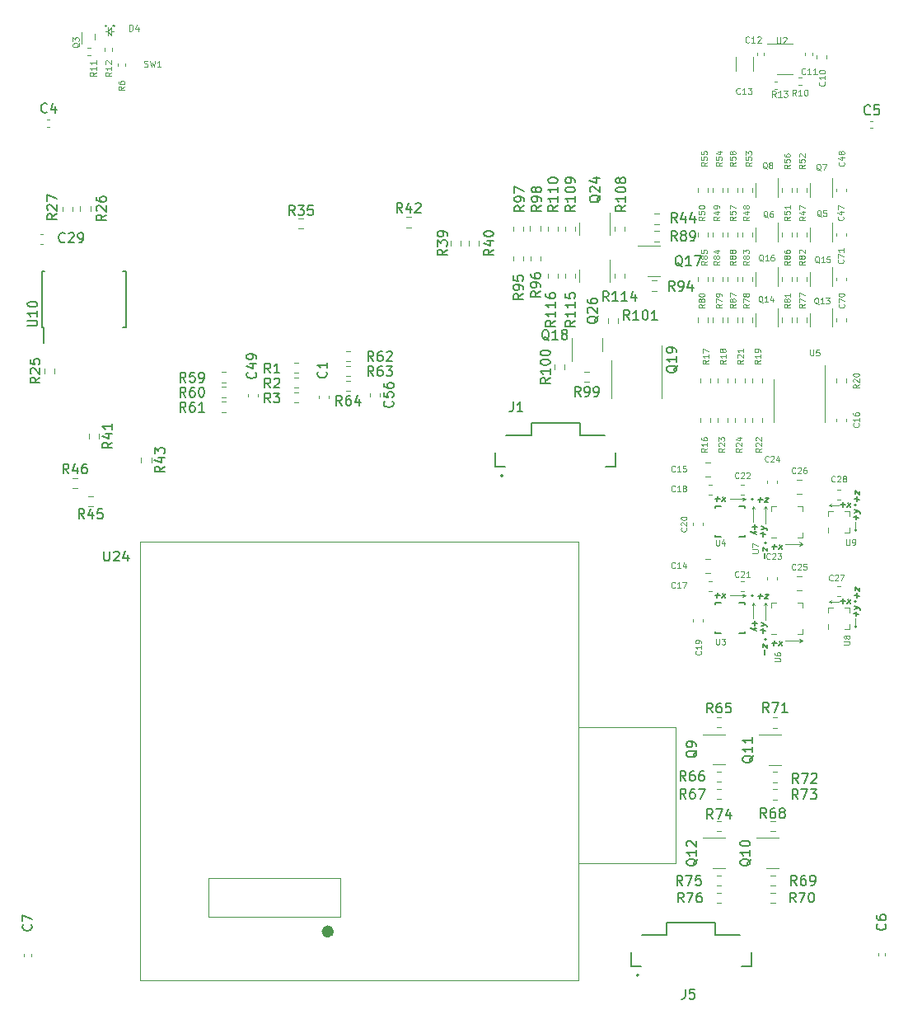
<source format=gbr>
%TF.GenerationSoftware,KiCad,Pcbnew,(6.0.5)*%
%TF.CreationDate,2022-05-20T09:36:28-04:00*%
%TF.ProjectId,FP Interface Card,46502049-6e74-4657-9266-616365204361,rev?*%
%TF.SameCoordinates,Original*%
%TF.FileFunction,Legend,Top*%
%TF.FilePolarity,Positive*%
%FSLAX46Y46*%
G04 Gerber Fmt 4.6, Leading zero omitted, Abs format (unit mm)*
G04 Created by KiCad (PCBNEW (6.0.5)) date 2022-05-20 09:36:28*
%MOMM*%
%LPD*%
G01*
G04 APERTURE LIST*
%ADD10C,0.090932*%
%ADD11C,0.150000*%
%ADD12C,0.100000*%
%ADD13C,0.127000*%
%ADD14C,0.120000*%
%ADD15C,0.060000*%
%ADD16C,0.203200*%
%ADD17C,0.200000*%
%ADD18C,0.750000*%
G04 APERTURE END LIST*
D10*
%TO.C,D4*%
X51746309Y-64926261D02*
X51746309Y-64291261D01*
X51897500Y-64291261D01*
X51988214Y-64321500D01*
X52048690Y-64381976D01*
X52078928Y-64442452D01*
X52109166Y-64563404D01*
X52109166Y-64654119D01*
X52078928Y-64775071D01*
X52048690Y-64835547D01*
X51988214Y-64896023D01*
X51897500Y-64926261D01*
X51746309Y-64926261D01*
X52653452Y-64502928D02*
X52653452Y-64926261D01*
X52502261Y-64261023D02*
X52351071Y-64714595D01*
X52744166Y-64714595D01*
%TO.C,SW1*%
X53273333Y-68579023D02*
X53364047Y-68609261D01*
X53515238Y-68609261D01*
X53575714Y-68579023D01*
X53605952Y-68548785D01*
X53636190Y-68488309D01*
X53636190Y-68427833D01*
X53605952Y-68367357D01*
X53575714Y-68337119D01*
X53515238Y-68306880D01*
X53394285Y-68276642D01*
X53333809Y-68246404D01*
X53303571Y-68216166D01*
X53273333Y-68155690D01*
X53273333Y-68095214D01*
X53303571Y-68034738D01*
X53333809Y-68004500D01*
X53394285Y-67974261D01*
X53545476Y-67974261D01*
X53636190Y-68004500D01*
X53847857Y-67974261D02*
X53999047Y-68609261D01*
X54120000Y-68155690D01*
X54240952Y-68609261D01*
X54392142Y-67974261D01*
X54966666Y-68609261D02*
X54603809Y-68609261D01*
X54785238Y-68609261D02*
X54785238Y-67974261D01*
X54724761Y-68064976D01*
X54664285Y-68125452D01*
X54603809Y-68155690D01*
D11*
%TO.C,C4*%
X43285333Y-73251142D02*
X43237714Y-73298761D01*
X43094857Y-73346380D01*
X42999619Y-73346380D01*
X42856761Y-73298761D01*
X42761523Y-73203523D01*
X42713904Y-73108285D01*
X42666285Y-72917809D01*
X42666285Y-72774952D01*
X42713904Y-72584476D01*
X42761523Y-72489238D01*
X42856761Y-72394000D01*
X42999619Y-72346380D01*
X43094857Y-72346380D01*
X43237714Y-72394000D01*
X43285333Y-72441619D01*
X44142476Y-72679714D02*
X44142476Y-73346380D01*
X43904380Y-72298761D02*
X43666285Y-73013047D01*
X44285333Y-73013047D01*
%TO.C,C5*%
X127867333Y-73441642D02*
X127819714Y-73489261D01*
X127676857Y-73536880D01*
X127581619Y-73536880D01*
X127438761Y-73489261D01*
X127343523Y-73394023D01*
X127295904Y-73298785D01*
X127248285Y-73108309D01*
X127248285Y-72965452D01*
X127295904Y-72774976D01*
X127343523Y-72679738D01*
X127438761Y-72584500D01*
X127581619Y-72536880D01*
X127676857Y-72536880D01*
X127819714Y-72584500D01*
X127867333Y-72632119D01*
X128772095Y-72536880D02*
X128295904Y-72536880D01*
X128248285Y-73013071D01*
X128295904Y-72965452D01*
X128391142Y-72917833D01*
X128629238Y-72917833D01*
X128724476Y-72965452D01*
X128772095Y-73013071D01*
X128819714Y-73108309D01*
X128819714Y-73346404D01*
X128772095Y-73441642D01*
X128724476Y-73489261D01*
X128629238Y-73536880D01*
X128391142Y-73536880D01*
X128295904Y-73489261D01*
X128248285Y-73441642D01*
%TO.C,C6*%
X129407142Y-156626666D02*
X129454761Y-156674285D01*
X129502380Y-156817142D01*
X129502380Y-156912380D01*
X129454761Y-157055238D01*
X129359523Y-157150476D01*
X129264285Y-157198095D01*
X129073809Y-157245714D01*
X128930952Y-157245714D01*
X128740476Y-157198095D01*
X128645238Y-157150476D01*
X128550000Y-157055238D01*
X128502380Y-156912380D01*
X128502380Y-156817142D01*
X128550000Y-156674285D01*
X128597619Y-156626666D01*
X128502380Y-155769523D02*
X128502380Y-155960000D01*
X128550000Y-156055238D01*
X128597619Y-156102857D01*
X128740476Y-156198095D01*
X128930952Y-156245714D01*
X129311904Y-156245714D01*
X129407142Y-156198095D01*
X129454761Y-156150476D01*
X129502380Y-156055238D01*
X129502380Y-155864761D01*
X129454761Y-155769523D01*
X129407142Y-155721904D01*
X129311904Y-155674285D01*
X129073809Y-155674285D01*
X128978571Y-155721904D01*
X128930952Y-155769523D01*
X128883333Y-155864761D01*
X128883333Y-156055238D01*
X128930952Y-156150476D01*
X128978571Y-156198095D01*
X129073809Y-156245714D01*
%TO.C,C7*%
X41650142Y-156690166D02*
X41697761Y-156737785D01*
X41745380Y-156880642D01*
X41745380Y-156975880D01*
X41697761Y-157118738D01*
X41602523Y-157213976D01*
X41507285Y-157261595D01*
X41316809Y-157309214D01*
X41173952Y-157309214D01*
X40983476Y-157261595D01*
X40888238Y-157213976D01*
X40793000Y-157118738D01*
X40745380Y-156975880D01*
X40745380Y-156880642D01*
X40793000Y-156737785D01*
X40840619Y-156690166D01*
X40745380Y-156356833D02*
X40745380Y-155690166D01*
X41745380Y-156118738D01*
D10*
%TO.C,C10*%
X123176785Y-70158214D02*
X123207023Y-70188452D01*
X123237261Y-70279166D01*
X123237261Y-70339642D01*
X123207023Y-70430357D01*
X123146547Y-70490833D01*
X123086071Y-70521071D01*
X122965119Y-70551309D01*
X122874404Y-70551309D01*
X122753452Y-70521071D01*
X122692976Y-70490833D01*
X122632500Y-70430357D01*
X122602261Y-70339642D01*
X122602261Y-70279166D01*
X122632500Y-70188452D01*
X122662738Y-70158214D01*
X123237261Y-69553452D02*
X123237261Y-69916309D01*
X123237261Y-69734880D02*
X122602261Y-69734880D01*
X122692976Y-69795357D01*
X122753452Y-69855833D01*
X122783690Y-69916309D01*
X122602261Y-69160357D02*
X122602261Y-69099880D01*
X122632500Y-69039404D01*
X122662738Y-69009166D01*
X122723214Y-68978928D01*
X122844166Y-68948690D01*
X122995357Y-68948690D01*
X123116309Y-68978928D01*
X123176785Y-69009166D01*
X123207023Y-69039404D01*
X123237261Y-69099880D01*
X123237261Y-69160357D01*
X123207023Y-69220833D01*
X123176785Y-69251071D01*
X123116309Y-69281309D01*
X122995357Y-69311547D01*
X122844166Y-69311547D01*
X122723214Y-69281309D01*
X122662738Y-69251071D01*
X122632500Y-69220833D01*
X122602261Y-69160357D01*
%TO.C,C11*%
X121191785Y-69326785D02*
X121161547Y-69357023D01*
X121070833Y-69387261D01*
X121010357Y-69387261D01*
X120919642Y-69357023D01*
X120859166Y-69296547D01*
X120828928Y-69236071D01*
X120798690Y-69115119D01*
X120798690Y-69024404D01*
X120828928Y-68903452D01*
X120859166Y-68842976D01*
X120919642Y-68782500D01*
X121010357Y-68752261D01*
X121070833Y-68752261D01*
X121161547Y-68782500D01*
X121191785Y-68812738D01*
X121796547Y-69387261D02*
X121433690Y-69387261D01*
X121615119Y-69387261D02*
X121615119Y-68752261D01*
X121554642Y-68842976D01*
X121494166Y-68903452D01*
X121433690Y-68933690D01*
X122401309Y-69387261D02*
X122038452Y-69387261D01*
X122219880Y-69387261D02*
X122219880Y-68752261D01*
X122159404Y-68842976D01*
X122098928Y-68903452D01*
X122038452Y-68933690D01*
%TO.C,C12*%
X115433785Y-66072285D02*
X115403547Y-66102523D01*
X115312833Y-66132761D01*
X115252357Y-66132761D01*
X115161642Y-66102523D01*
X115101166Y-66042047D01*
X115070928Y-65981571D01*
X115040690Y-65860619D01*
X115040690Y-65769904D01*
X115070928Y-65648952D01*
X115101166Y-65588476D01*
X115161642Y-65528000D01*
X115252357Y-65497761D01*
X115312833Y-65497761D01*
X115403547Y-65528000D01*
X115433785Y-65558238D01*
X116038547Y-66132761D02*
X115675690Y-66132761D01*
X115857119Y-66132761D02*
X115857119Y-65497761D01*
X115796642Y-65588476D01*
X115736166Y-65648952D01*
X115675690Y-65679190D01*
X116280452Y-65558238D02*
X116310690Y-65528000D01*
X116371166Y-65497761D01*
X116522357Y-65497761D01*
X116582833Y-65528000D01*
X116613071Y-65558238D01*
X116643309Y-65618714D01*
X116643309Y-65679190D01*
X116613071Y-65769904D01*
X116250214Y-66132761D01*
X116643309Y-66132761D01*
%TO.C,C13*%
X114481285Y-71342785D02*
X114451047Y-71373023D01*
X114360333Y-71403261D01*
X114299857Y-71403261D01*
X114209142Y-71373023D01*
X114148666Y-71312547D01*
X114118428Y-71252071D01*
X114088190Y-71131119D01*
X114088190Y-71040404D01*
X114118428Y-70919452D01*
X114148666Y-70858976D01*
X114209142Y-70798500D01*
X114299857Y-70768261D01*
X114360333Y-70768261D01*
X114451047Y-70798500D01*
X114481285Y-70828738D01*
X115086047Y-71403261D02*
X114723190Y-71403261D01*
X114904619Y-71403261D02*
X114904619Y-70768261D01*
X114844142Y-70858976D01*
X114783666Y-70919452D01*
X114723190Y-70949690D01*
X115297714Y-70768261D02*
X115690809Y-70768261D01*
X115479142Y-71010166D01*
X115569857Y-71010166D01*
X115630333Y-71040404D01*
X115660571Y-71070642D01*
X115690809Y-71131119D01*
X115690809Y-71282309D01*
X115660571Y-71342785D01*
X115630333Y-71373023D01*
X115569857Y-71403261D01*
X115388428Y-71403261D01*
X115327952Y-71373023D01*
X115297714Y-71342785D01*
%TO.C,Q3*%
X46593738Y-66159976D02*
X46563500Y-66220452D01*
X46503023Y-66280928D01*
X46412309Y-66371642D01*
X46382071Y-66432119D01*
X46382071Y-66492595D01*
X46533261Y-66462357D02*
X46503023Y-66522833D01*
X46442547Y-66583309D01*
X46321595Y-66613547D01*
X46109928Y-66613547D01*
X45988976Y-66583309D01*
X45928500Y-66522833D01*
X45898261Y-66462357D01*
X45898261Y-66341404D01*
X45928500Y-66280928D01*
X45988976Y-66220452D01*
X46109928Y-66190214D01*
X46321595Y-66190214D01*
X46442547Y-66220452D01*
X46503023Y-66280928D01*
X46533261Y-66341404D01*
X46533261Y-66462357D01*
X45898261Y-65978547D02*
X45898261Y-65585452D01*
X46140166Y-65797119D01*
X46140166Y-65706404D01*
X46170404Y-65645928D01*
X46200642Y-65615690D01*
X46261119Y-65585452D01*
X46412309Y-65585452D01*
X46472785Y-65615690D01*
X46503023Y-65645928D01*
X46533261Y-65706404D01*
X46533261Y-65887833D01*
X46503023Y-65948309D01*
X46472785Y-65978547D01*
%TO.C,R6*%
X51232261Y-70650333D02*
X50929880Y-70862000D01*
X51232261Y-71013190D02*
X50597261Y-71013190D01*
X50597261Y-70771285D01*
X50627500Y-70710809D01*
X50657738Y-70680571D01*
X50718214Y-70650333D01*
X50808928Y-70650333D01*
X50869404Y-70680571D01*
X50899642Y-70710809D01*
X50929880Y-70771285D01*
X50929880Y-71013190D01*
X50597261Y-70106047D02*
X50597261Y-70227000D01*
X50627500Y-70287476D01*
X50657738Y-70317714D01*
X50748452Y-70378190D01*
X50869404Y-70408428D01*
X51111309Y-70408428D01*
X51171785Y-70378190D01*
X51202023Y-70347952D01*
X51232261Y-70287476D01*
X51232261Y-70166523D01*
X51202023Y-70106047D01*
X51171785Y-70075809D01*
X51111309Y-70045571D01*
X50960119Y-70045571D01*
X50899642Y-70075809D01*
X50869404Y-70106047D01*
X50839166Y-70166523D01*
X50839166Y-70287476D01*
X50869404Y-70347952D01*
X50899642Y-70378190D01*
X50960119Y-70408428D01*
%TO.C,R11*%
X48311261Y-69174714D02*
X48008880Y-69386380D01*
X48311261Y-69537571D02*
X47676261Y-69537571D01*
X47676261Y-69295666D01*
X47706500Y-69235190D01*
X47736738Y-69204952D01*
X47797214Y-69174714D01*
X47887928Y-69174714D01*
X47948404Y-69204952D01*
X47978642Y-69235190D01*
X48008880Y-69295666D01*
X48008880Y-69537571D01*
X48311261Y-68569952D02*
X48311261Y-68932809D01*
X48311261Y-68751380D02*
X47676261Y-68751380D01*
X47766976Y-68811857D01*
X47827452Y-68872333D01*
X47857690Y-68932809D01*
X48311261Y-67965190D02*
X48311261Y-68328047D01*
X48311261Y-68146619D02*
X47676261Y-68146619D01*
X47766976Y-68207095D01*
X47827452Y-68267571D01*
X47857690Y-68328047D01*
%TO.C,R12*%
X49898761Y-69174714D02*
X49596380Y-69386380D01*
X49898761Y-69537571D02*
X49263761Y-69537571D01*
X49263761Y-69295666D01*
X49294000Y-69235190D01*
X49324238Y-69204952D01*
X49384714Y-69174714D01*
X49475428Y-69174714D01*
X49535904Y-69204952D01*
X49566142Y-69235190D01*
X49596380Y-69295666D01*
X49596380Y-69537571D01*
X49898761Y-68569952D02*
X49898761Y-68932809D01*
X49898761Y-68751380D02*
X49263761Y-68751380D01*
X49354476Y-68811857D01*
X49414952Y-68872333D01*
X49445190Y-68932809D01*
X49324238Y-68328047D02*
X49294000Y-68297809D01*
X49263761Y-68237333D01*
X49263761Y-68086142D01*
X49294000Y-68025666D01*
X49324238Y-67995428D01*
X49384714Y-67965190D01*
X49445190Y-67965190D01*
X49535904Y-67995428D01*
X49898761Y-68358285D01*
X49898761Y-67965190D01*
%TO.C,R13*%
X118164285Y-71720761D02*
X117952619Y-71418380D01*
X117801428Y-71720761D02*
X117801428Y-71085761D01*
X118043333Y-71085761D01*
X118103809Y-71116000D01*
X118134047Y-71146238D01*
X118164285Y-71206714D01*
X118164285Y-71297428D01*
X118134047Y-71357904D01*
X118103809Y-71388142D01*
X118043333Y-71418380D01*
X117801428Y-71418380D01*
X118769047Y-71720761D02*
X118406190Y-71720761D01*
X118587619Y-71720761D02*
X118587619Y-71085761D01*
X118527142Y-71176476D01*
X118466666Y-71236952D01*
X118406190Y-71267190D01*
X118980714Y-71085761D02*
X119373809Y-71085761D01*
X119162142Y-71327666D01*
X119252857Y-71327666D01*
X119313333Y-71357904D01*
X119343571Y-71388142D01*
X119373809Y-71448619D01*
X119373809Y-71599809D01*
X119343571Y-71660285D01*
X119313333Y-71690523D01*
X119252857Y-71720761D01*
X119071428Y-71720761D01*
X119010952Y-71690523D01*
X118980714Y-71660285D01*
%TO.C,U2*%
X118279190Y-65561261D02*
X118279190Y-66075309D01*
X118309428Y-66135785D01*
X118339666Y-66166023D01*
X118400142Y-66196261D01*
X118521095Y-66196261D01*
X118581571Y-66166023D01*
X118611809Y-66135785D01*
X118642047Y-66075309D01*
X118642047Y-65561261D01*
X118914190Y-65621738D02*
X118944428Y-65591500D01*
X119004904Y-65561261D01*
X119156095Y-65561261D01*
X119216571Y-65591500D01*
X119246809Y-65621738D01*
X119277047Y-65682214D01*
X119277047Y-65742690D01*
X119246809Y-65833404D01*
X118883952Y-66196261D01*
X119277047Y-66196261D01*
%TO.C,R10*%
X120241785Y-71587261D02*
X120030119Y-71284880D01*
X119878928Y-71587261D02*
X119878928Y-70952261D01*
X120120833Y-70952261D01*
X120181309Y-70982500D01*
X120211547Y-71012738D01*
X120241785Y-71073214D01*
X120241785Y-71163928D01*
X120211547Y-71224404D01*
X120181309Y-71254642D01*
X120120833Y-71284880D01*
X119878928Y-71284880D01*
X120846547Y-71587261D02*
X120483690Y-71587261D01*
X120665119Y-71587261D02*
X120665119Y-70952261D01*
X120604642Y-71042976D01*
X120544166Y-71103452D01*
X120483690Y-71133690D01*
X121239642Y-70952261D02*
X121300119Y-70952261D01*
X121360595Y-70982500D01*
X121390833Y-71012738D01*
X121421071Y-71073214D01*
X121451309Y-71194166D01*
X121451309Y-71345357D01*
X121421071Y-71466309D01*
X121390833Y-71526785D01*
X121360595Y-71557023D01*
X121300119Y-71587261D01*
X121239642Y-71587261D01*
X121179166Y-71557023D01*
X121148928Y-71526785D01*
X121118690Y-71466309D01*
X121088452Y-71345357D01*
X121088452Y-71194166D01*
X121118690Y-71073214D01*
X121148928Y-71012738D01*
X121179166Y-70982500D01*
X121239642Y-70952261D01*
D11*
%TO.C,R95*%
X92204380Y-91921857D02*
X91728190Y-92255190D01*
X92204380Y-92493285D02*
X91204380Y-92493285D01*
X91204380Y-92112333D01*
X91252000Y-92017095D01*
X91299619Y-91969476D01*
X91394857Y-91921857D01*
X91537714Y-91921857D01*
X91632952Y-91969476D01*
X91680571Y-92017095D01*
X91728190Y-92112333D01*
X91728190Y-92493285D01*
X92204380Y-91445666D02*
X92204380Y-91255190D01*
X92156761Y-91159952D01*
X92109142Y-91112333D01*
X91966285Y-91017095D01*
X91775809Y-90969476D01*
X91394857Y-90969476D01*
X91299619Y-91017095D01*
X91252000Y-91064714D01*
X91204380Y-91159952D01*
X91204380Y-91350428D01*
X91252000Y-91445666D01*
X91299619Y-91493285D01*
X91394857Y-91540904D01*
X91632952Y-91540904D01*
X91728190Y-91493285D01*
X91775809Y-91445666D01*
X91823428Y-91350428D01*
X91823428Y-91159952D01*
X91775809Y-91064714D01*
X91728190Y-91017095D01*
X91632952Y-90969476D01*
X91204380Y-90064714D02*
X91204380Y-90540904D01*
X91680571Y-90588523D01*
X91632952Y-90540904D01*
X91585333Y-90445666D01*
X91585333Y-90207571D01*
X91632952Y-90112333D01*
X91680571Y-90064714D01*
X91775809Y-90017095D01*
X92013904Y-90017095D01*
X92109142Y-90064714D01*
X92156761Y-90112333D01*
X92204380Y-90207571D01*
X92204380Y-90445666D01*
X92156761Y-90540904D01*
X92109142Y-90588523D01*
D12*
%TO.C,R86*%
X119625428Y-88555714D02*
X119339714Y-88755714D01*
X119625428Y-88898571D02*
X119025428Y-88898571D01*
X119025428Y-88670000D01*
X119054000Y-88612857D01*
X119082571Y-88584285D01*
X119139714Y-88555714D01*
X119225428Y-88555714D01*
X119282571Y-88584285D01*
X119311142Y-88612857D01*
X119339714Y-88670000D01*
X119339714Y-88898571D01*
X119282571Y-88212857D02*
X119254000Y-88270000D01*
X119225428Y-88298571D01*
X119168285Y-88327142D01*
X119139714Y-88327142D01*
X119082571Y-88298571D01*
X119054000Y-88270000D01*
X119025428Y-88212857D01*
X119025428Y-88098571D01*
X119054000Y-88041428D01*
X119082571Y-88012857D01*
X119139714Y-87984285D01*
X119168285Y-87984285D01*
X119225428Y-88012857D01*
X119254000Y-88041428D01*
X119282571Y-88098571D01*
X119282571Y-88212857D01*
X119311142Y-88270000D01*
X119339714Y-88298571D01*
X119396857Y-88327142D01*
X119511142Y-88327142D01*
X119568285Y-88298571D01*
X119596857Y-88270000D01*
X119625428Y-88212857D01*
X119625428Y-88098571D01*
X119596857Y-88041428D01*
X119568285Y-88012857D01*
X119511142Y-87984285D01*
X119396857Y-87984285D01*
X119339714Y-88012857D01*
X119311142Y-88041428D01*
X119282571Y-88098571D01*
X119025428Y-87470000D02*
X119025428Y-87584285D01*
X119054000Y-87641428D01*
X119082571Y-87670000D01*
X119168285Y-87727142D01*
X119282571Y-87755714D01*
X119511142Y-87755714D01*
X119568285Y-87727142D01*
X119596857Y-87698571D01*
X119625428Y-87641428D01*
X119625428Y-87527142D01*
X119596857Y-87470000D01*
X119568285Y-87441428D01*
X119511142Y-87412857D01*
X119368285Y-87412857D01*
X119311142Y-87441428D01*
X119282571Y-87470000D01*
X119254000Y-87527142D01*
X119254000Y-87641428D01*
X119282571Y-87698571D01*
X119311142Y-87727142D01*
X119368285Y-87755714D01*
D11*
%TO.C,R59*%
X57536542Y-100998180D02*
X57203209Y-100521990D01*
X56965114Y-100998180D02*
X56965114Y-99998180D01*
X57346066Y-99998180D01*
X57441304Y-100045800D01*
X57488923Y-100093419D01*
X57536542Y-100188657D01*
X57536542Y-100331514D01*
X57488923Y-100426752D01*
X57441304Y-100474371D01*
X57346066Y-100521990D01*
X56965114Y-100521990D01*
X58441304Y-99998180D02*
X57965114Y-99998180D01*
X57917495Y-100474371D01*
X57965114Y-100426752D01*
X58060352Y-100379133D01*
X58298447Y-100379133D01*
X58393685Y-100426752D01*
X58441304Y-100474371D01*
X58488923Y-100569609D01*
X58488923Y-100807704D01*
X58441304Y-100902942D01*
X58393685Y-100950561D01*
X58298447Y-100998180D01*
X58060352Y-100998180D01*
X57965114Y-100950561D01*
X57917495Y-100902942D01*
X58965114Y-100998180D02*
X59155590Y-100998180D01*
X59250828Y-100950561D01*
X59298447Y-100902942D01*
X59393685Y-100760085D01*
X59441304Y-100569609D01*
X59441304Y-100188657D01*
X59393685Y-100093419D01*
X59346066Y-100045800D01*
X59250828Y-99998180D01*
X59060352Y-99998180D01*
X58965114Y-100045800D01*
X58917495Y-100093419D01*
X58869876Y-100188657D01*
X58869876Y-100426752D01*
X58917495Y-100521990D01*
X58965114Y-100569609D01*
X59060352Y-100617228D01*
X59250828Y-100617228D01*
X59346066Y-100569609D01*
X59393685Y-100521990D01*
X59441304Y-100426752D01*
D12*
%TO.C,U6*%
X118029428Y-129685142D02*
X118515142Y-129685142D01*
X118572285Y-129656571D01*
X118600857Y-129628000D01*
X118629428Y-129570857D01*
X118629428Y-129456571D01*
X118600857Y-129399428D01*
X118572285Y-129370857D01*
X118515142Y-129342285D01*
X118029428Y-129342285D01*
X118029428Y-128799428D02*
X118029428Y-128913714D01*
X118058000Y-128970857D01*
X118086571Y-128999428D01*
X118172285Y-129056571D01*
X118286571Y-129085142D01*
X118515142Y-129085142D01*
X118572285Y-129056571D01*
X118600857Y-129028000D01*
X118629428Y-128970857D01*
X118629428Y-128856571D01*
X118600857Y-128799428D01*
X118572285Y-128770857D01*
X118515142Y-128742285D01*
X118372285Y-128742285D01*
X118315142Y-128770857D01*
X118286571Y-128799428D01*
X118258000Y-128856571D01*
X118258000Y-128970857D01*
X118286571Y-129028000D01*
X118315142Y-129056571D01*
X118372285Y-129085142D01*
D13*
X116853357Y-126741688D02*
X116853357Y-126257879D01*
X117095261Y-126530021D02*
X116611452Y-126469545D01*
X116671928Y-125993295D02*
X117095261Y-125895021D01*
X116671928Y-125690914D02*
X117095261Y-125895021D01*
X117246452Y-125974396D01*
X117276690Y-126008414D01*
X117306928Y-126072670D01*
X117053357Y-128956807D02*
X117053357Y-128472998D01*
X116871928Y-128208414D02*
X116871928Y-127875795D01*
X117295261Y-128261331D01*
X117295261Y-127928712D01*
X117779192Y-127773357D02*
X118263001Y-127773357D01*
X117990859Y-128015261D02*
X118051335Y-127531452D01*
X118474668Y-128015261D02*
X118860204Y-127591928D01*
X118527585Y-127591928D02*
X118807287Y-128015261D01*
D11*
%TO.C,C29*%
X45104742Y-86555342D02*
X45057123Y-86602961D01*
X44914266Y-86650580D01*
X44819028Y-86650580D01*
X44676171Y-86602961D01*
X44580933Y-86507723D01*
X44533314Y-86412485D01*
X44485695Y-86222009D01*
X44485695Y-86079152D01*
X44533314Y-85888676D01*
X44580933Y-85793438D01*
X44676171Y-85698200D01*
X44819028Y-85650580D01*
X44914266Y-85650580D01*
X45057123Y-85698200D01*
X45104742Y-85745819D01*
X45485695Y-85745819D02*
X45533314Y-85698200D01*
X45628552Y-85650580D01*
X45866647Y-85650580D01*
X45961885Y-85698200D01*
X46009504Y-85745819D01*
X46057123Y-85841057D01*
X46057123Y-85936295D01*
X46009504Y-86079152D01*
X45438076Y-86650580D01*
X46057123Y-86650580D01*
X46533314Y-86650580D02*
X46723790Y-86650580D01*
X46819028Y-86602961D01*
X46866647Y-86555342D01*
X46961885Y-86412485D01*
X47009504Y-86222009D01*
X47009504Y-85841057D01*
X46961885Y-85745819D01*
X46914266Y-85698200D01*
X46819028Y-85650580D01*
X46628552Y-85650580D01*
X46533314Y-85698200D01*
X46485695Y-85745819D01*
X46438076Y-85841057D01*
X46438076Y-86079152D01*
X46485695Y-86174390D01*
X46533314Y-86222009D01*
X46628552Y-86269628D01*
X46819028Y-86269628D01*
X46914266Y-86222009D01*
X46961885Y-86174390D01*
X47009504Y-86079152D01*
D12*
%TO.C,C22*%
X114350285Y-110794285D02*
X114321714Y-110822857D01*
X114236000Y-110851428D01*
X114178857Y-110851428D01*
X114093142Y-110822857D01*
X114036000Y-110765714D01*
X114007428Y-110708571D01*
X113978857Y-110594285D01*
X113978857Y-110508571D01*
X114007428Y-110394285D01*
X114036000Y-110337142D01*
X114093142Y-110280000D01*
X114178857Y-110251428D01*
X114236000Y-110251428D01*
X114321714Y-110280000D01*
X114350285Y-110308571D01*
X114578857Y-110308571D02*
X114607428Y-110280000D01*
X114664571Y-110251428D01*
X114807428Y-110251428D01*
X114864571Y-110280000D01*
X114893142Y-110308571D01*
X114921714Y-110365714D01*
X114921714Y-110422857D01*
X114893142Y-110508571D01*
X114550285Y-110851428D01*
X114921714Y-110851428D01*
X115150285Y-110308571D02*
X115178857Y-110280000D01*
X115236000Y-110251428D01*
X115378857Y-110251428D01*
X115436000Y-110280000D01*
X115464571Y-110308571D01*
X115493142Y-110365714D01*
X115493142Y-110422857D01*
X115464571Y-110508571D01*
X115121714Y-110851428D01*
X115493142Y-110851428D01*
%TO.C,U9*%
X125404857Y-117129428D02*
X125404857Y-117615142D01*
X125433428Y-117672285D01*
X125462000Y-117700857D01*
X125519142Y-117729428D01*
X125633428Y-117729428D01*
X125690571Y-117700857D01*
X125719142Y-117672285D01*
X125747714Y-117615142D01*
X125747714Y-117129428D01*
X126062000Y-117729428D02*
X126176285Y-117729428D01*
X126233428Y-117700857D01*
X126262000Y-117672285D01*
X126319142Y-117586571D01*
X126347714Y-117472285D01*
X126347714Y-117243714D01*
X126319142Y-117186571D01*
X126290571Y-117158000D01*
X126233428Y-117129428D01*
X126119142Y-117129428D01*
X126062000Y-117158000D01*
X126033428Y-117186571D01*
X126004857Y-117243714D01*
X126004857Y-117386571D01*
X126033428Y-117443714D01*
X126062000Y-117472285D01*
X126119142Y-117500857D01*
X126233428Y-117500857D01*
X126290571Y-117472285D01*
X126319142Y-117443714D01*
X126347714Y-117386571D01*
D13*
X124813192Y-113557357D02*
X125297001Y-113557357D01*
X125024859Y-113799261D02*
X125085335Y-113315452D01*
X125508668Y-113799261D02*
X125894204Y-113375928D01*
X125561585Y-113375928D02*
X125841287Y-113799261D01*
X126387357Y-115125688D02*
X126387357Y-114641879D01*
X126629261Y-114914021D02*
X126145452Y-114853545D01*
X126205928Y-114377295D02*
X126629261Y-114279021D01*
X126205928Y-114074914D02*
X126629261Y-114279021D01*
X126780452Y-114358396D01*
X126810690Y-114392414D01*
X126840928Y-114456670D01*
X126487357Y-113240807D02*
X126487357Y-112756998D01*
X126729261Y-113029140D02*
X126245452Y-112968664D01*
X126305928Y-112492414D02*
X126305928Y-112159795D01*
X126729261Y-112545331D01*
X126729261Y-112212712D01*
D12*
%TO.C,R51*%
X119625428Y-83983714D02*
X119339714Y-84183714D01*
X119625428Y-84326571D02*
X119025428Y-84326571D01*
X119025428Y-84098000D01*
X119054000Y-84040857D01*
X119082571Y-84012285D01*
X119139714Y-83983714D01*
X119225428Y-83983714D01*
X119282571Y-84012285D01*
X119311142Y-84040857D01*
X119339714Y-84098000D01*
X119339714Y-84326571D01*
X119025428Y-83440857D02*
X119025428Y-83726571D01*
X119311142Y-83755142D01*
X119282571Y-83726571D01*
X119254000Y-83669428D01*
X119254000Y-83526571D01*
X119282571Y-83469428D01*
X119311142Y-83440857D01*
X119368285Y-83412285D01*
X119511142Y-83412285D01*
X119568285Y-83440857D01*
X119596857Y-83469428D01*
X119625428Y-83526571D01*
X119625428Y-83669428D01*
X119596857Y-83726571D01*
X119568285Y-83755142D01*
X119625428Y-82840857D02*
X119625428Y-83183714D01*
X119625428Y-83012285D02*
X119025428Y-83012285D01*
X119111142Y-83069428D01*
X119168285Y-83126571D01*
X119196857Y-83183714D01*
%TO.C,C15*%
X107794285Y-110122285D02*
X107765714Y-110150857D01*
X107680000Y-110179428D01*
X107622857Y-110179428D01*
X107537142Y-110150857D01*
X107480000Y-110093714D01*
X107451428Y-110036571D01*
X107422857Y-109922285D01*
X107422857Y-109836571D01*
X107451428Y-109722285D01*
X107480000Y-109665142D01*
X107537142Y-109608000D01*
X107622857Y-109579428D01*
X107680000Y-109579428D01*
X107765714Y-109608000D01*
X107794285Y-109636571D01*
X108365714Y-110179428D02*
X108022857Y-110179428D01*
X108194285Y-110179428D02*
X108194285Y-109579428D01*
X108137142Y-109665142D01*
X108080000Y-109722285D01*
X108022857Y-109750857D01*
X108908571Y-109579428D02*
X108622857Y-109579428D01*
X108594285Y-109865142D01*
X108622857Y-109836571D01*
X108680000Y-109808000D01*
X108822857Y-109808000D01*
X108880000Y-109836571D01*
X108908571Y-109865142D01*
X108937142Y-109922285D01*
X108937142Y-110065142D01*
X108908571Y-110122285D01*
X108880000Y-110150857D01*
X108822857Y-110179428D01*
X108680000Y-110179428D01*
X108622857Y-110150857D01*
X108594285Y-110122285D01*
%TO.C,C26*%
X120192285Y-110290285D02*
X120163714Y-110318857D01*
X120078000Y-110347428D01*
X120020857Y-110347428D01*
X119935142Y-110318857D01*
X119878000Y-110261714D01*
X119849428Y-110204571D01*
X119820857Y-110090285D01*
X119820857Y-110004571D01*
X119849428Y-109890285D01*
X119878000Y-109833142D01*
X119935142Y-109776000D01*
X120020857Y-109747428D01*
X120078000Y-109747428D01*
X120163714Y-109776000D01*
X120192285Y-109804571D01*
X120420857Y-109804571D02*
X120449428Y-109776000D01*
X120506571Y-109747428D01*
X120649428Y-109747428D01*
X120706571Y-109776000D01*
X120735142Y-109804571D01*
X120763714Y-109861714D01*
X120763714Y-109918857D01*
X120735142Y-110004571D01*
X120392285Y-110347428D01*
X120763714Y-110347428D01*
X121278000Y-109747428D02*
X121163714Y-109747428D01*
X121106571Y-109776000D01*
X121078000Y-109804571D01*
X121020857Y-109890285D01*
X120992285Y-110004571D01*
X120992285Y-110233142D01*
X121020857Y-110290285D01*
X121049428Y-110318857D01*
X121106571Y-110347428D01*
X121220857Y-110347428D01*
X121278000Y-110318857D01*
X121306571Y-110290285D01*
X121335142Y-110233142D01*
X121335142Y-110090285D01*
X121306571Y-110033142D01*
X121278000Y-110004571D01*
X121220857Y-109976000D01*
X121106571Y-109976000D01*
X121049428Y-110004571D01*
X121020857Y-110033142D01*
X120992285Y-110090285D01*
D11*
%TO.C,R94*%
X107759142Y-91595380D02*
X107425809Y-91119190D01*
X107187714Y-91595380D02*
X107187714Y-90595380D01*
X107568666Y-90595380D01*
X107663904Y-90643000D01*
X107711523Y-90690619D01*
X107759142Y-90785857D01*
X107759142Y-90928714D01*
X107711523Y-91023952D01*
X107663904Y-91071571D01*
X107568666Y-91119190D01*
X107187714Y-91119190D01*
X108235333Y-91595380D02*
X108425809Y-91595380D01*
X108521047Y-91547761D01*
X108568666Y-91500142D01*
X108663904Y-91357285D01*
X108711523Y-91166809D01*
X108711523Y-90785857D01*
X108663904Y-90690619D01*
X108616285Y-90643000D01*
X108521047Y-90595380D01*
X108330571Y-90595380D01*
X108235333Y-90643000D01*
X108187714Y-90690619D01*
X108140095Y-90785857D01*
X108140095Y-91023952D01*
X108187714Y-91119190D01*
X108235333Y-91166809D01*
X108330571Y-91214428D01*
X108521047Y-91214428D01*
X108616285Y-91166809D01*
X108663904Y-91119190D01*
X108711523Y-91023952D01*
X109568666Y-90928714D02*
X109568666Y-91595380D01*
X109330571Y-90547761D02*
X109092476Y-91262047D01*
X109711523Y-91262047D01*
%TO.C,R73*%
X120442753Y-143812782D02*
X120109420Y-143336592D01*
X119871325Y-143812782D02*
X119871325Y-142812782D01*
X120252277Y-142812782D01*
X120347515Y-142860402D01*
X120395134Y-142908021D01*
X120442753Y-143003259D01*
X120442753Y-143146116D01*
X120395134Y-143241354D01*
X120347515Y-143288973D01*
X120252277Y-143336592D01*
X119871325Y-143336592D01*
X120776087Y-142812782D02*
X121442753Y-142812782D01*
X121014182Y-143812782D01*
X121728468Y-142812782D02*
X122347515Y-142812782D01*
X122014182Y-143193735D01*
X122157039Y-143193735D01*
X122252277Y-143241354D01*
X122299896Y-143288973D01*
X122347515Y-143384211D01*
X122347515Y-143622306D01*
X122299896Y-143717544D01*
X122252277Y-143765163D01*
X122157039Y-143812782D01*
X121871325Y-143812782D01*
X121776087Y-143765163D01*
X121728468Y-143717544D01*
%TO.C,R68*%
X117200753Y-145744782D02*
X116867420Y-145268592D01*
X116629325Y-145744782D02*
X116629325Y-144744782D01*
X117010277Y-144744782D01*
X117105515Y-144792402D01*
X117153134Y-144840021D01*
X117200753Y-144935259D01*
X117200753Y-145078116D01*
X117153134Y-145173354D01*
X117105515Y-145220973D01*
X117010277Y-145268592D01*
X116629325Y-145268592D01*
X118057896Y-144744782D02*
X117867420Y-144744782D01*
X117772182Y-144792402D01*
X117724563Y-144840021D01*
X117629325Y-144982878D01*
X117581706Y-145173354D01*
X117581706Y-145554306D01*
X117629325Y-145649544D01*
X117676944Y-145697163D01*
X117772182Y-145744782D01*
X117962658Y-145744782D01*
X118057896Y-145697163D01*
X118105515Y-145649544D01*
X118153134Y-145554306D01*
X118153134Y-145316211D01*
X118105515Y-145220973D01*
X118057896Y-145173354D01*
X117962658Y-145125735D01*
X117772182Y-145125735D01*
X117676944Y-145173354D01*
X117629325Y-145220973D01*
X117581706Y-145316211D01*
X118724563Y-145173354D02*
X118629325Y-145125735D01*
X118581706Y-145078116D01*
X118534087Y-144982878D01*
X118534087Y-144935259D01*
X118581706Y-144840021D01*
X118629325Y-144792402D01*
X118724563Y-144744782D01*
X118915039Y-144744782D01*
X119010277Y-144792402D01*
X119057896Y-144840021D01*
X119105515Y-144935259D01*
X119105515Y-144982878D01*
X119057896Y-145078116D01*
X119010277Y-145125735D01*
X118915039Y-145173354D01*
X118724563Y-145173354D01*
X118629325Y-145220973D01*
X118581706Y-145268592D01*
X118534087Y-145363830D01*
X118534087Y-145554306D01*
X118581706Y-145649544D01*
X118629325Y-145697163D01*
X118724563Y-145744782D01*
X118915039Y-145744782D01*
X119010277Y-145697163D01*
X119057896Y-145649544D01*
X119105515Y-145554306D01*
X119105515Y-145363830D01*
X119057896Y-145268592D01*
X119010277Y-145220973D01*
X118915039Y-145173354D01*
%TO.C,R75*%
X108573544Y-152664769D02*
X108240211Y-152188579D01*
X108002116Y-152664769D02*
X108002116Y-151664769D01*
X108383068Y-151664769D01*
X108478306Y-151712389D01*
X108525925Y-151760008D01*
X108573544Y-151855246D01*
X108573544Y-151998103D01*
X108525925Y-152093341D01*
X108478306Y-152140960D01*
X108383068Y-152188579D01*
X108002116Y-152188579D01*
X108906878Y-151664769D02*
X109573544Y-151664769D01*
X109144973Y-152664769D01*
X110430687Y-151664769D02*
X109954497Y-151664769D01*
X109906878Y-152140960D01*
X109954497Y-152093341D01*
X110049735Y-152045722D01*
X110287830Y-152045722D01*
X110383068Y-152093341D01*
X110430687Y-152140960D01*
X110478306Y-152236198D01*
X110478306Y-152474293D01*
X110430687Y-152569531D01*
X110383068Y-152617150D01*
X110287830Y-152664769D01*
X110049735Y-152664769D01*
X109954497Y-152617150D01*
X109906878Y-152569531D01*
%TO.C,C56*%
X78787142Y-102942857D02*
X78834761Y-102990476D01*
X78882380Y-103133333D01*
X78882380Y-103228571D01*
X78834761Y-103371428D01*
X78739523Y-103466666D01*
X78644285Y-103514285D01*
X78453809Y-103561904D01*
X78310952Y-103561904D01*
X78120476Y-103514285D01*
X78025238Y-103466666D01*
X77930000Y-103371428D01*
X77882380Y-103228571D01*
X77882380Y-103133333D01*
X77930000Y-102990476D01*
X77977619Y-102942857D01*
X77882380Y-102038095D02*
X77882380Y-102514285D01*
X78358571Y-102561904D01*
X78310952Y-102514285D01*
X78263333Y-102419047D01*
X78263333Y-102180952D01*
X78310952Y-102085714D01*
X78358571Y-102038095D01*
X78453809Y-101990476D01*
X78691904Y-101990476D01*
X78787142Y-102038095D01*
X78834761Y-102085714D01*
X78882380Y-102180952D01*
X78882380Y-102419047D01*
X78834761Y-102514285D01*
X78787142Y-102561904D01*
X77882380Y-101133333D02*
X77882380Y-101323809D01*
X77930000Y-101419047D01*
X77977619Y-101466666D01*
X78120476Y-101561904D01*
X78310952Y-101609523D01*
X78691904Y-101609523D01*
X78787142Y-101561904D01*
X78834761Y-101514285D01*
X78882380Y-101419047D01*
X78882380Y-101228571D01*
X78834761Y-101133333D01*
X78787142Y-101085714D01*
X78691904Y-101038095D01*
X78453809Y-101038095D01*
X78358571Y-101085714D01*
X78310952Y-101133333D01*
X78263333Y-101228571D01*
X78263333Y-101419047D01*
X78310952Y-101514285D01*
X78358571Y-101561904D01*
X78453809Y-101609523D01*
%TO.C,R72*%
X120473544Y-142160769D02*
X120140211Y-141684579D01*
X119902116Y-142160769D02*
X119902116Y-141160769D01*
X120283068Y-141160769D01*
X120378306Y-141208389D01*
X120425925Y-141256008D01*
X120473544Y-141351246D01*
X120473544Y-141494103D01*
X120425925Y-141589341D01*
X120378306Y-141636960D01*
X120283068Y-141684579D01*
X119902116Y-141684579D01*
X120806878Y-141160769D02*
X121473544Y-141160769D01*
X121044973Y-142160769D01*
X121806878Y-141256008D02*
X121854497Y-141208389D01*
X121949735Y-141160769D01*
X122187830Y-141160769D01*
X122283068Y-141208389D01*
X122330687Y-141256008D01*
X122378306Y-141351246D01*
X122378306Y-141446484D01*
X122330687Y-141589341D01*
X121759259Y-142160769D01*
X122378306Y-142160769D01*
%TO.C,R26*%
X49344580Y-83806257D02*
X48868390Y-84139590D01*
X49344580Y-84377685D02*
X48344580Y-84377685D01*
X48344580Y-83996733D01*
X48392200Y-83901495D01*
X48439819Y-83853876D01*
X48535057Y-83806257D01*
X48677914Y-83806257D01*
X48773152Y-83853876D01*
X48820771Y-83901495D01*
X48868390Y-83996733D01*
X48868390Y-84377685D01*
X48439819Y-83425304D02*
X48392200Y-83377685D01*
X48344580Y-83282447D01*
X48344580Y-83044352D01*
X48392200Y-82949114D01*
X48439819Y-82901495D01*
X48535057Y-82853876D01*
X48630295Y-82853876D01*
X48773152Y-82901495D01*
X49344580Y-83472923D01*
X49344580Y-82853876D01*
X48344580Y-81996733D02*
X48344580Y-82187209D01*
X48392200Y-82282447D01*
X48439819Y-82330066D01*
X48582676Y-82425304D01*
X48773152Y-82472923D01*
X49154104Y-82472923D01*
X49249342Y-82425304D01*
X49296961Y-82377685D01*
X49344580Y-82282447D01*
X49344580Y-82091971D01*
X49296961Y-81996733D01*
X49249342Y-81949114D01*
X49154104Y-81901495D01*
X48916009Y-81901495D01*
X48820771Y-81949114D01*
X48773152Y-81996733D01*
X48725533Y-82091971D01*
X48725533Y-82282447D01*
X48773152Y-82377685D01*
X48820771Y-82425304D01*
X48916009Y-82472923D01*
D12*
%TO.C,R50*%
X110849428Y-83983714D02*
X110563714Y-84183714D01*
X110849428Y-84326571D02*
X110249428Y-84326571D01*
X110249428Y-84098000D01*
X110278000Y-84040857D01*
X110306571Y-84012285D01*
X110363714Y-83983714D01*
X110449428Y-83983714D01*
X110506571Y-84012285D01*
X110535142Y-84040857D01*
X110563714Y-84098000D01*
X110563714Y-84326571D01*
X110249428Y-83440857D02*
X110249428Y-83726571D01*
X110535142Y-83755142D01*
X110506571Y-83726571D01*
X110478000Y-83669428D01*
X110478000Y-83526571D01*
X110506571Y-83469428D01*
X110535142Y-83440857D01*
X110592285Y-83412285D01*
X110735142Y-83412285D01*
X110792285Y-83440857D01*
X110820857Y-83469428D01*
X110849428Y-83526571D01*
X110849428Y-83669428D01*
X110820857Y-83726571D01*
X110792285Y-83755142D01*
X110249428Y-83040857D02*
X110249428Y-82983714D01*
X110278000Y-82926571D01*
X110306571Y-82898000D01*
X110363714Y-82869428D01*
X110478000Y-82840857D01*
X110620857Y-82840857D01*
X110735142Y-82869428D01*
X110792285Y-82898000D01*
X110820857Y-82926571D01*
X110849428Y-82983714D01*
X110849428Y-83040857D01*
X110820857Y-83098000D01*
X110792285Y-83126571D01*
X110735142Y-83155142D01*
X110620857Y-83183714D01*
X110478000Y-83183714D01*
X110363714Y-83155142D01*
X110306571Y-83126571D01*
X110278000Y-83098000D01*
X110249428Y-83040857D01*
D11*
%TO.C,R41*%
X49976580Y-107178257D02*
X49500390Y-107511590D01*
X49976580Y-107749685D02*
X48976580Y-107749685D01*
X48976580Y-107368733D01*
X49024200Y-107273495D01*
X49071819Y-107225876D01*
X49167057Y-107178257D01*
X49309914Y-107178257D01*
X49405152Y-107225876D01*
X49452771Y-107273495D01*
X49500390Y-107368733D01*
X49500390Y-107749685D01*
X49309914Y-106321114D02*
X49976580Y-106321114D01*
X48928961Y-106559209D02*
X49643247Y-106797304D01*
X49643247Y-106178257D01*
X49976580Y-105273495D02*
X49976580Y-105844923D01*
X49976580Y-105559209D02*
X48976580Y-105559209D01*
X49119438Y-105654447D01*
X49214676Y-105749685D01*
X49262295Y-105844923D01*
D12*
%TO.C,R54*%
X112623428Y-78411714D02*
X112337714Y-78611714D01*
X112623428Y-78754571D02*
X112023428Y-78754571D01*
X112023428Y-78526000D01*
X112052000Y-78468857D01*
X112080571Y-78440285D01*
X112137714Y-78411714D01*
X112223428Y-78411714D01*
X112280571Y-78440285D01*
X112309142Y-78468857D01*
X112337714Y-78526000D01*
X112337714Y-78754571D01*
X112023428Y-77868857D02*
X112023428Y-78154571D01*
X112309142Y-78183142D01*
X112280571Y-78154571D01*
X112252000Y-78097428D01*
X112252000Y-77954571D01*
X112280571Y-77897428D01*
X112309142Y-77868857D01*
X112366285Y-77840285D01*
X112509142Y-77840285D01*
X112566285Y-77868857D01*
X112594857Y-77897428D01*
X112623428Y-77954571D01*
X112623428Y-78097428D01*
X112594857Y-78154571D01*
X112566285Y-78183142D01*
X112223428Y-77326000D02*
X112623428Y-77326000D01*
X111994857Y-77468857D02*
X112423428Y-77611714D01*
X112423428Y-77240285D01*
D11*
%TO.C,R43*%
X55352180Y-109636457D02*
X54875990Y-109969790D01*
X55352180Y-110207885D02*
X54352180Y-110207885D01*
X54352180Y-109826933D01*
X54399800Y-109731695D01*
X54447419Y-109684076D01*
X54542657Y-109636457D01*
X54685514Y-109636457D01*
X54780752Y-109684076D01*
X54828371Y-109731695D01*
X54875990Y-109826933D01*
X54875990Y-110207885D01*
X54685514Y-108779314D02*
X55352180Y-108779314D01*
X54304561Y-109017409D02*
X55018847Y-109255504D01*
X55018847Y-108636457D01*
X54352180Y-108350742D02*
X54352180Y-107731695D01*
X54733133Y-108065028D01*
X54733133Y-107922171D01*
X54780752Y-107826933D01*
X54828371Y-107779314D01*
X54923609Y-107731695D01*
X55161704Y-107731695D01*
X55256942Y-107779314D01*
X55304561Y-107826933D01*
X55352180Y-107922171D01*
X55352180Y-108207885D01*
X55304561Y-108303123D01*
X55256942Y-108350742D01*
D12*
%TO.C,R58*%
X114037428Y-78411714D02*
X113751714Y-78611714D01*
X114037428Y-78754571D02*
X113437428Y-78754571D01*
X113437428Y-78526000D01*
X113466000Y-78468857D01*
X113494571Y-78440285D01*
X113551714Y-78411714D01*
X113637428Y-78411714D01*
X113694571Y-78440285D01*
X113723142Y-78468857D01*
X113751714Y-78526000D01*
X113751714Y-78754571D01*
X113437428Y-77868857D02*
X113437428Y-78154571D01*
X113723142Y-78183142D01*
X113694571Y-78154571D01*
X113666000Y-78097428D01*
X113666000Y-77954571D01*
X113694571Y-77897428D01*
X113723142Y-77868857D01*
X113780285Y-77840285D01*
X113923142Y-77840285D01*
X113980285Y-77868857D01*
X114008857Y-77897428D01*
X114037428Y-77954571D01*
X114037428Y-78097428D01*
X114008857Y-78154571D01*
X113980285Y-78183142D01*
X113694571Y-77497428D02*
X113666000Y-77554571D01*
X113637428Y-77583142D01*
X113580285Y-77611714D01*
X113551714Y-77611714D01*
X113494571Y-77583142D01*
X113466000Y-77554571D01*
X113437428Y-77497428D01*
X113437428Y-77383142D01*
X113466000Y-77326000D01*
X113494571Y-77297428D01*
X113551714Y-77268857D01*
X113580285Y-77268857D01*
X113637428Y-77297428D01*
X113666000Y-77326000D01*
X113694571Y-77383142D01*
X113694571Y-77497428D01*
X113723142Y-77554571D01*
X113751714Y-77583142D01*
X113808857Y-77611714D01*
X113923142Y-77611714D01*
X113980285Y-77583142D01*
X114008857Y-77554571D01*
X114037428Y-77497428D01*
X114037428Y-77383142D01*
X114008857Y-77326000D01*
X113980285Y-77297428D01*
X113923142Y-77268857D01*
X113808857Y-77268857D01*
X113751714Y-77297428D01*
X113723142Y-77326000D01*
X113694571Y-77383142D01*
D11*
%TO.C,R39*%
X84393180Y-87370457D02*
X83916990Y-87703790D01*
X84393180Y-87941885D02*
X83393180Y-87941885D01*
X83393180Y-87560933D01*
X83440800Y-87465695D01*
X83488419Y-87418076D01*
X83583657Y-87370457D01*
X83726514Y-87370457D01*
X83821752Y-87418076D01*
X83869371Y-87465695D01*
X83916990Y-87560933D01*
X83916990Y-87941885D01*
X83393180Y-87037123D02*
X83393180Y-86418076D01*
X83774133Y-86751409D01*
X83774133Y-86608552D01*
X83821752Y-86513314D01*
X83869371Y-86465695D01*
X83964609Y-86418076D01*
X84202704Y-86418076D01*
X84297942Y-86465695D01*
X84345561Y-86513314D01*
X84393180Y-86608552D01*
X84393180Y-86894266D01*
X84345561Y-86989504D01*
X84297942Y-87037123D01*
X84393180Y-85941885D02*
X84393180Y-85751409D01*
X84345561Y-85656171D01*
X84297942Y-85608552D01*
X84155085Y-85513314D01*
X83964609Y-85465695D01*
X83583657Y-85465695D01*
X83488419Y-85513314D01*
X83440800Y-85560933D01*
X83393180Y-85656171D01*
X83393180Y-85846647D01*
X83440800Y-85941885D01*
X83488419Y-85989504D01*
X83583657Y-86037123D01*
X83821752Y-86037123D01*
X83916990Y-85989504D01*
X83964609Y-85941885D01*
X84012228Y-85846647D01*
X84012228Y-85656171D01*
X83964609Y-85560933D01*
X83916990Y-85513314D01*
X83821752Y-85465695D01*
D12*
%TO.C,R82*%
X121149428Y-88555714D02*
X120863714Y-88755714D01*
X121149428Y-88898571D02*
X120549428Y-88898571D01*
X120549428Y-88670000D01*
X120578000Y-88612857D01*
X120606571Y-88584285D01*
X120663714Y-88555714D01*
X120749428Y-88555714D01*
X120806571Y-88584285D01*
X120835142Y-88612857D01*
X120863714Y-88670000D01*
X120863714Y-88898571D01*
X120806571Y-88212857D02*
X120778000Y-88270000D01*
X120749428Y-88298571D01*
X120692285Y-88327142D01*
X120663714Y-88327142D01*
X120606571Y-88298571D01*
X120578000Y-88270000D01*
X120549428Y-88212857D01*
X120549428Y-88098571D01*
X120578000Y-88041428D01*
X120606571Y-88012857D01*
X120663714Y-87984285D01*
X120692285Y-87984285D01*
X120749428Y-88012857D01*
X120778000Y-88041428D01*
X120806571Y-88098571D01*
X120806571Y-88212857D01*
X120835142Y-88270000D01*
X120863714Y-88298571D01*
X120920857Y-88327142D01*
X121035142Y-88327142D01*
X121092285Y-88298571D01*
X121120857Y-88270000D01*
X121149428Y-88212857D01*
X121149428Y-88098571D01*
X121120857Y-88041428D01*
X121092285Y-88012857D01*
X121035142Y-87984285D01*
X120920857Y-87984285D01*
X120863714Y-88012857D01*
X120835142Y-88041428D01*
X120806571Y-88098571D01*
X120606571Y-87755714D02*
X120578000Y-87727142D01*
X120549428Y-87670000D01*
X120549428Y-87527142D01*
X120578000Y-87470000D01*
X120606571Y-87441428D01*
X120663714Y-87412857D01*
X120720857Y-87412857D01*
X120806571Y-87441428D01*
X121149428Y-87784285D01*
X121149428Y-87412857D01*
D11*
%TO.C,Q24*%
X100141619Y-81790428D02*
X100094000Y-81885666D01*
X99998761Y-81980904D01*
X99855904Y-82123761D01*
X99808285Y-82219000D01*
X99808285Y-82314238D01*
X100046380Y-82266619D02*
X99998761Y-82361857D01*
X99903523Y-82457095D01*
X99713047Y-82504714D01*
X99379714Y-82504714D01*
X99189238Y-82457095D01*
X99094000Y-82361857D01*
X99046380Y-82266619D01*
X99046380Y-82076142D01*
X99094000Y-81980904D01*
X99189238Y-81885666D01*
X99379714Y-81838047D01*
X99713047Y-81838047D01*
X99903523Y-81885666D01*
X99998761Y-81980904D01*
X100046380Y-82076142D01*
X100046380Y-82266619D01*
X99141619Y-81457095D02*
X99094000Y-81409476D01*
X99046380Y-81314238D01*
X99046380Y-81076142D01*
X99094000Y-80980904D01*
X99141619Y-80933285D01*
X99236857Y-80885666D01*
X99332095Y-80885666D01*
X99474952Y-80933285D01*
X100046380Y-81504714D01*
X100046380Y-80885666D01*
X99379714Y-80028523D02*
X100046380Y-80028523D01*
X98998761Y-80266619D02*
X99713047Y-80504714D01*
X99713047Y-79885666D01*
%TO.C,R40*%
X89161580Y-87367257D02*
X88685390Y-87700590D01*
X89161580Y-87938685D02*
X88161580Y-87938685D01*
X88161580Y-87557733D01*
X88209200Y-87462495D01*
X88256819Y-87414876D01*
X88352057Y-87367257D01*
X88494914Y-87367257D01*
X88590152Y-87414876D01*
X88637771Y-87462495D01*
X88685390Y-87557733D01*
X88685390Y-87938685D01*
X88494914Y-86510114D02*
X89161580Y-86510114D01*
X88113961Y-86748209D02*
X88828247Y-86986304D01*
X88828247Y-86367257D01*
X88161580Y-85795828D02*
X88161580Y-85700590D01*
X88209200Y-85605352D01*
X88256819Y-85557733D01*
X88352057Y-85510114D01*
X88542533Y-85462495D01*
X88780628Y-85462495D01*
X88971104Y-85510114D01*
X89066342Y-85557733D01*
X89113961Y-85605352D01*
X89161580Y-85700590D01*
X89161580Y-85795828D01*
X89113961Y-85891066D01*
X89066342Y-85938685D01*
X88971104Y-85986304D01*
X88780628Y-86033923D01*
X88542533Y-86033923D01*
X88352057Y-85986304D01*
X88256819Y-85938685D01*
X88209200Y-85891066D01*
X88161580Y-85795828D01*
D12*
%TO.C,R84*%
X112373428Y-88555714D02*
X112087714Y-88755714D01*
X112373428Y-88898571D02*
X111773428Y-88898571D01*
X111773428Y-88670000D01*
X111802000Y-88612857D01*
X111830571Y-88584285D01*
X111887714Y-88555714D01*
X111973428Y-88555714D01*
X112030571Y-88584285D01*
X112059142Y-88612857D01*
X112087714Y-88670000D01*
X112087714Y-88898571D01*
X112030571Y-88212857D02*
X112002000Y-88270000D01*
X111973428Y-88298571D01*
X111916285Y-88327142D01*
X111887714Y-88327142D01*
X111830571Y-88298571D01*
X111802000Y-88270000D01*
X111773428Y-88212857D01*
X111773428Y-88098571D01*
X111802000Y-88041428D01*
X111830571Y-88012857D01*
X111887714Y-87984285D01*
X111916285Y-87984285D01*
X111973428Y-88012857D01*
X112002000Y-88041428D01*
X112030571Y-88098571D01*
X112030571Y-88212857D01*
X112059142Y-88270000D01*
X112087714Y-88298571D01*
X112144857Y-88327142D01*
X112259142Y-88327142D01*
X112316285Y-88298571D01*
X112344857Y-88270000D01*
X112373428Y-88212857D01*
X112373428Y-88098571D01*
X112344857Y-88041428D01*
X112316285Y-88012857D01*
X112259142Y-87984285D01*
X112144857Y-87984285D01*
X112087714Y-88012857D01*
X112059142Y-88041428D01*
X112030571Y-88098571D01*
X111973428Y-87470000D02*
X112373428Y-87470000D01*
X111744857Y-87612857D02*
X112173428Y-87755714D01*
X112173428Y-87384285D01*
%TO.C,R79*%
X112623428Y-92996714D02*
X112337714Y-93196714D01*
X112623428Y-93339571D02*
X112023428Y-93339571D01*
X112023428Y-93111000D01*
X112052000Y-93053857D01*
X112080571Y-93025285D01*
X112137714Y-92996714D01*
X112223428Y-92996714D01*
X112280571Y-93025285D01*
X112309142Y-93053857D01*
X112337714Y-93111000D01*
X112337714Y-93339571D01*
X112023428Y-92796714D02*
X112023428Y-92396714D01*
X112623428Y-92653857D01*
X112623428Y-92139571D02*
X112623428Y-92025285D01*
X112594857Y-91968142D01*
X112566285Y-91939571D01*
X112480571Y-91882428D01*
X112366285Y-91853857D01*
X112137714Y-91853857D01*
X112080571Y-91882428D01*
X112052000Y-91911000D01*
X112023428Y-91968142D01*
X112023428Y-92082428D01*
X112052000Y-92139571D01*
X112080571Y-92168142D01*
X112137714Y-92196714D01*
X112280571Y-92196714D01*
X112337714Y-92168142D01*
X112366285Y-92139571D01*
X112394857Y-92082428D01*
X112394857Y-91968142D01*
X112366285Y-91911000D01*
X112337714Y-91882428D01*
X112280571Y-91853857D01*
%TO.C,U8*%
X125179428Y-127939142D02*
X125665142Y-127939142D01*
X125722285Y-127910571D01*
X125750857Y-127882000D01*
X125779428Y-127824857D01*
X125779428Y-127710571D01*
X125750857Y-127653428D01*
X125722285Y-127624857D01*
X125665142Y-127596285D01*
X125179428Y-127596285D01*
X125436571Y-127224857D02*
X125408000Y-127282000D01*
X125379428Y-127310571D01*
X125322285Y-127339142D01*
X125293714Y-127339142D01*
X125236571Y-127310571D01*
X125208000Y-127282000D01*
X125179428Y-127224857D01*
X125179428Y-127110571D01*
X125208000Y-127053428D01*
X125236571Y-127024857D01*
X125293714Y-126996285D01*
X125322285Y-126996285D01*
X125379428Y-127024857D01*
X125408000Y-127053428D01*
X125436571Y-127110571D01*
X125436571Y-127224857D01*
X125465142Y-127282000D01*
X125493714Y-127310571D01*
X125550857Y-127339142D01*
X125665142Y-127339142D01*
X125722285Y-127310571D01*
X125750857Y-127282000D01*
X125779428Y-127224857D01*
X125779428Y-127110571D01*
X125750857Y-127053428D01*
X125722285Y-127024857D01*
X125665142Y-126996285D01*
X125550857Y-126996285D01*
X125493714Y-127024857D01*
X125465142Y-127053428D01*
X125436571Y-127110571D01*
D13*
X124813192Y-123463357D02*
X125297001Y-123463357D01*
X125024859Y-123705261D02*
X125085335Y-123221452D01*
X125508668Y-123705261D02*
X125894204Y-123281928D01*
X125561585Y-123281928D02*
X125841287Y-123705261D01*
X126487357Y-123146807D02*
X126487357Y-122662998D01*
X126729261Y-122935140D02*
X126245452Y-122874664D01*
X126305928Y-122398414D02*
X126305928Y-122065795D01*
X126729261Y-122451331D01*
X126729261Y-122118712D01*
X126387357Y-125031688D02*
X126387357Y-124547879D01*
X126629261Y-124820021D02*
X126145452Y-124759545D01*
X126205928Y-124283295D02*
X126629261Y-124185021D01*
X126205928Y-123980914D02*
X126629261Y-124185021D01*
X126780452Y-124264396D01*
X126810690Y-124298414D01*
X126840928Y-124362670D01*
D11*
%TO.C,R108*%
X102728380Y-82850047D02*
X102252190Y-83183380D01*
X102728380Y-83421476D02*
X101728380Y-83421476D01*
X101728380Y-83040523D01*
X101776000Y-82945285D01*
X101823619Y-82897666D01*
X101918857Y-82850047D01*
X102061714Y-82850047D01*
X102156952Y-82897666D01*
X102204571Y-82945285D01*
X102252190Y-83040523D01*
X102252190Y-83421476D01*
X102728380Y-81897666D02*
X102728380Y-82469095D01*
X102728380Y-82183380D02*
X101728380Y-82183380D01*
X101871238Y-82278619D01*
X101966476Y-82373857D01*
X102014095Y-82469095D01*
X101728380Y-81278619D02*
X101728380Y-81183380D01*
X101776000Y-81088142D01*
X101823619Y-81040523D01*
X101918857Y-80992904D01*
X102109333Y-80945285D01*
X102347428Y-80945285D01*
X102537904Y-80992904D01*
X102633142Y-81040523D01*
X102680761Y-81088142D01*
X102728380Y-81183380D01*
X102728380Y-81278619D01*
X102680761Y-81373857D01*
X102633142Y-81421476D01*
X102537904Y-81469095D01*
X102347428Y-81516714D01*
X102109333Y-81516714D01*
X101918857Y-81469095D01*
X101823619Y-81421476D01*
X101776000Y-81373857D01*
X101728380Y-81278619D01*
X102156952Y-80373857D02*
X102109333Y-80469095D01*
X102061714Y-80516714D01*
X101966476Y-80564333D01*
X101918857Y-80564333D01*
X101823619Y-80516714D01*
X101776000Y-80469095D01*
X101728380Y-80373857D01*
X101728380Y-80183380D01*
X101776000Y-80088142D01*
X101823619Y-80040523D01*
X101918857Y-79992904D01*
X101966476Y-79992904D01*
X102061714Y-80040523D01*
X102109333Y-80088142D01*
X102156952Y-80183380D01*
X102156952Y-80373857D01*
X102204571Y-80469095D01*
X102252190Y-80516714D01*
X102347428Y-80564333D01*
X102537904Y-80564333D01*
X102633142Y-80516714D01*
X102680761Y-80469095D01*
X102728380Y-80373857D01*
X102728380Y-80183380D01*
X102680761Y-80088142D01*
X102633142Y-80040523D01*
X102537904Y-79992904D01*
X102347428Y-79992904D01*
X102252190Y-80040523D01*
X102204571Y-80088142D01*
X102156952Y-80183380D01*
D12*
%TO.C,R80*%
X110849428Y-92996714D02*
X110563714Y-93196714D01*
X110849428Y-93339571D02*
X110249428Y-93339571D01*
X110249428Y-93111000D01*
X110278000Y-93053857D01*
X110306571Y-93025285D01*
X110363714Y-92996714D01*
X110449428Y-92996714D01*
X110506571Y-93025285D01*
X110535142Y-93053857D01*
X110563714Y-93111000D01*
X110563714Y-93339571D01*
X110506571Y-92653857D02*
X110478000Y-92711000D01*
X110449428Y-92739571D01*
X110392285Y-92768142D01*
X110363714Y-92768142D01*
X110306571Y-92739571D01*
X110278000Y-92711000D01*
X110249428Y-92653857D01*
X110249428Y-92539571D01*
X110278000Y-92482428D01*
X110306571Y-92453857D01*
X110363714Y-92425285D01*
X110392285Y-92425285D01*
X110449428Y-92453857D01*
X110478000Y-92482428D01*
X110506571Y-92539571D01*
X110506571Y-92653857D01*
X110535142Y-92711000D01*
X110563714Y-92739571D01*
X110620857Y-92768142D01*
X110735142Y-92768142D01*
X110792285Y-92739571D01*
X110820857Y-92711000D01*
X110849428Y-92653857D01*
X110849428Y-92539571D01*
X110820857Y-92482428D01*
X110792285Y-92453857D01*
X110735142Y-92425285D01*
X110620857Y-92425285D01*
X110563714Y-92453857D01*
X110535142Y-92482428D01*
X110506571Y-92539571D01*
X110249428Y-92053857D02*
X110249428Y-91996714D01*
X110278000Y-91939571D01*
X110306571Y-91911000D01*
X110363714Y-91882428D01*
X110478000Y-91853857D01*
X110620857Y-91853857D01*
X110735142Y-91882428D01*
X110792285Y-91911000D01*
X110820857Y-91939571D01*
X110849428Y-91996714D01*
X110849428Y-92053857D01*
X110820857Y-92111000D01*
X110792285Y-92139571D01*
X110735142Y-92168142D01*
X110620857Y-92196714D01*
X110478000Y-92196714D01*
X110363714Y-92168142D01*
X110306571Y-92139571D01*
X110278000Y-92111000D01*
X110249428Y-92053857D01*
%TO.C,R81*%
X119625428Y-92996714D02*
X119339714Y-93196714D01*
X119625428Y-93339571D02*
X119025428Y-93339571D01*
X119025428Y-93111000D01*
X119054000Y-93053857D01*
X119082571Y-93025285D01*
X119139714Y-92996714D01*
X119225428Y-92996714D01*
X119282571Y-93025285D01*
X119311142Y-93053857D01*
X119339714Y-93111000D01*
X119339714Y-93339571D01*
X119282571Y-92653857D02*
X119254000Y-92711000D01*
X119225428Y-92739571D01*
X119168285Y-92768142D01*
X119139714Y-92768142D01*
X119082571Y-92739571D01*
X119054000Y-92711000D01*
X119025428Y-92653857D01*
X119025428Y-92539571D01*
X119054000Y-92482428D01*
X119082571Y-92453857D01*
X119139714Y-92425285D01*
X119168285Y-92425285D01*
X119225428Y-92453857D01*
X119254000Y-92482428D01*
X119282571Y-92539571D01*
X119282571Y-92653857D01*
X119311142Y-92711000D01*
X119339714Y-92739571D01*
X119396857Y-92768142D01*
X119511142Y-92768142D01*
X119568285Y-92739571D01*
X119596857Y-92711000D01*
X119625428Y-92653857D01*
X119625428Y-92539571D01*
X119596857Y-92482428D01*
X119568285Y-92453857D01*
X119511142Y-92425285D01*
X119396857Y-92425285D01*
X119339714Y-92453857D01*
X119311142Y-92482428D01*
X119282571Y-92539571D01*
X119625428Y-91853857D02*
X119625428Y-92196714D01*
X119625428Y-92025285D02*
X119025428Y-92025285D01*
X119111142Y-92082428D01*
X119168285Y-92139571D01*
X119196857Y-92196714D01*
%TO.C,Q7*%
X122768857Y-79238571D02*
X122711714Y-79210000D01*
X122654571Y-79152857D01*
X122568857Y-79067142D01*
X122511714Y-79038571D01*
X122454571Y-79038571D01*
X122483142Y-79181428D02*
X122426000Y-79152857D01*
X122368857Y-79095714D01*
X122340285Y-78981428D01*
X122340285Y-78781428D01*
X122368857Y-78667142D01*
X122426000Y-78610000D01*
X122483142Y-78581428D01*
X122597428Y-78581428D01*
X122654571Y-78610000D01*
X122711714Y-78667142D01*
X122740285Y-78781428D01*
X122740285Y-78981428D01*
X122711714Y-79095714D01*
X122654571Y-79152857D01*
X122597428Y-79181428D01*
X122483142Y-79181428D01*
X122940285Y-78581428D02*
X123340285Y-78581428D01*
X123083142Y-79181428D01*
%TO.C,Q5*%
X122840857Y-83988571D02*
X122783714Y-83960000D01*
X122726571Y-83902857D01*
X122640857Y-83817142D01*
X122583714Y-83788571D01*
X122526571Y-83788571D01*
X122555142Y-83931428D02*
X122498000Y-83902857D01*
X122440857Y-83845714D01*
X122412285Y-83731428D01*
X122412285Y-83531428D01*
X122440857Y-83417142D01*
X122498000Y-83360000D01*
X122555142Y-83331428D01*
X122669428Y-83331428D01*
X122726571Y-83360000D01*
X122783714Y-83417142D01*
X122812285Y-83531428D01*
X122812285Y-83731428D01*
X122783714Y-83845714D01*
X122726571Y-83902857D01*
X122669428Y-83931428D01*
X122555142Y-83931428D01*
X123355142Y-83331428D02*
X123069428Y-83331428D01*
X123040857Y-83617142D01*
X123069428Y-83588571D01*
X123126571Y-83560000D01*
X123269428Y-83560000D01*
X123326571Y-83588571D01*
X123355142Y-83617142D01*
X123383714Y-83674285D01*
X123383714Y-83817142D01*
X123355142Y-83874285D01*
X123326571Y-83902857D01*
X123269428Y-83931428D01*
X123126571Y-83931428D01*
X123069428Y-83902857D01*
X123040857Y-83874285D01*
D11*
%TO.C,U10*%
X41278580Y-95221495D02*
X42088104Y-95221495D01*
X42183342Y-95173876D01*
X42230961Y-95126257D01*
X42278580Y-95031019D01*
X42278580Y-94840542D01*
X42230961Y-94745304D01*
X42183342Y-94697685D01*
X42088104Y-94650066D01*
X41278580Y-94650066D01*
X42278580Y-93650066D02*
X42278580Y-94221495D01*
X42278580Y-93935780D02*
X41278580Y-93935780D01*
X41421438Y-94031019D01*
X41516676Y-94126257D01*
X41564295Y-94221495D01*
X41278580Y-93031019D02*
X41278580Y-92935780D01*
X41326200Y-92840542D01*
X41373819Y-92792923D01*
X41469057Y-92745304D01*
X41659533Y-92697685D01*
X41897628Y-92697685D01*
X42088104Y-92745304D01*
X42183342Y-92792923D01*
X42230961Y-92840542D01*
X42278580Y-92935780D01*
X42278580Y-93031019D01*
X42230961Y-93126257D01*
X42183342Y-93173876D01*
X42088104Y-93221495D01*
X41897628Y-93269114D01*
X41659533Y-93269114D01*
X41469057Y-93221495D01*
X41373819Y-93173876D01*
X41326200Y-93126257D01*
X41278580Y-93031019D01*
D12*
%TO.C,R56*%
X119625428Y-78661714D02*
X119339714Y-78861714D01*
X119625428Y-79004571D02*
X119025428Y-79004571D01*
X119025428Y-78776000D01*
X119054000Y-78718857D01*
X119082571Y-78690285D01*
X119139714Y-78661714D01*
X119225428Y-78661714D01*
X119282571Y-78690285D01*
X119311142Y-78718857D01*
X119339714Y-78776000D01*
X119339714Y-79004571D01*
X119025428Y-78118857D02*
X119025428Y-78404571D01*
X119311142Y-78433142D01*
X119282571Y-78404571D01*
X119254000Y-78347428D01*
X119254000Y-78204571D01*
X119282571Y-78147428D01*
X119311142Y-78118857D01*
X119368285Y-78090285D01*
X119511142Y-78090285D01*
X119568285Y-78118857D01*
X119596857Y-78147428D01*
X119625428Y-78204571D01*
X119625428Y-78347428D01*
X119596857Y-78404571D01*
X119568285Y-78433142D01*
X119025428Y-77576000D02*
X119025428Y-77690285D01*
X119054000Y-77747428D01*
X119082571Y-77776000D01*
X119168285Y-77833142D01*
X119282571Y-77861714D01*
X119511142Y-77861714D01*
X119568285Y-77833142D01*
X119596857Y-77804571D01*
X119625428Y-77747428D01*
X119625428Y-77633142D01*
X119596857Y-77576000D01*
X119568285Y-77547428D01*
X119511142Y-77518857D01*
X119368285Y-77518857D01*
X119311142Y-77547428D01*
X119282571Y-77576000D01*
X119254000Y-77633142D01*
X119254000Y-77747428D01*
X119282571Y-77804571D01*
X119311142Y-77833142D01*
X119368285Y-77861714D01*
D11*
%TO.C,R76*%
X108684753Y-154412782D02*
X108351420Y-153936592D01*
X108113325Y-154412782D02*
X108113325Y-153412782D01*
X108494277Y-153412782D01*
X108589515Y-153460402D01*
X108637134Y-153508021D01*
X108684753Y-153603259D01*
X108684753Y-153746116D01*
X108637134Y-153841354D01*
X108589515Y-153888973D01*
X108494277Y-153936592D01*
X108113325Y-153936592D01*
X109018087Y-153412782D02*
X109684753Y-153412782D01*
X109256182Y-154412782D01*
X110494277Y-153412782D02*
X110303801Y-153412782D01*
X110208563Y-153460402D01*
X110160944Y-153508021D01*
X110065706Y-153650878D01*
X110018087Y-153841354D01*
X110018087Y-154222306D01*
X110065706Y-154317544D01*
X110113325Y-154365163D01*
X110208563Y-154412782D01*
X110399039Y-154412782D01*
X110494277Y-154365163D01*
X110541896Y-154317544D01*
X110589515Y-154222306D01*
X110589515Y-153984211D01*
X110541896Y-153888973D01*
X110494277Y-153841354D01*
X110399039Y-153793735D01*
X110208563Y-153793735D01*
X110113325Y-153841354D01*
X110065706Y-153888973D01*
X110018087Y-153984211D01*
D12*
%TO.C,C24*%
X117412285Y-109110285D02*
X117383714Y-109138857D01*
X117298000Y-109167428D01*
X117240857Y-109167428D01*
X117155142Y-109138857D01*
X117098000Y-109081714D01*
X117069428Y-109024571D01*
X117040857Y-108910285D01*
X117040857Y-108824571D01*
X117069428Y-108710285D01*
X117098000Y-108653142D01*
X117155142Y-108596000D01*
X117240857Y-108567428D01*
X117298000Y-108567428D01*
X117383714Y-108596000D01*
X117412285Y-108624571D01*
X117640857Y-108624571D02*
X117669428Y-108596000D01*
X117726571Y-108567428D01*
X117869428Y-108567428D01*
X117926571Y-108596000D01*
X117955142Y-108624571D01*
X117983714Y-108681714D01*
X117983714Y-108738857D01*
X117955142Y-108824571D01*
X117612285Y-109167428D01*
X117983714Y-109167428D01*
X118498000Y-108767428D02*
X118498000Y-109167428D01*
X118355142Y-108538857D02*
X118212285Y-108967428D01*
X118583714Y-108967428D01*
D11*
%TO.C,R46*%
X45507742Y-110386580D02*
X45174409Y-109910390D01*
X44936314Y-110386580D02*
X44936314Y-109386580D01*
X45317266Y-109386580D01*
X45412504Y-109434200D01*
X45460123Y-109481819D01*
X45507742Y-109577057D01*
X45507742Y-109719914D01*
X45460123Y-109815152D01*
X45412504Y-109862771D01*
X45317266Y-109910390D01*
X44936314Y-109910390D01*
X46364885Y-109719914D02*
X46364885Y-110386580D01*
X46126790Y-109338961D02*
X45888695Y-110053247D01*
X46507742Y-110053247D01*
X47317266Y-109386580D02*
X47126790Y-109386580D01*
X47031552Y-109434200D01*
X46983933Y-109481819D01*
X46888695Y-109624676D01*
X46841076Y-109815152D01*
X46841076Y-110196104D01*
X46888695Y-110291342D01*
X46936314Y-110338961D01*
X47031552Y-110386580D01*
X47222028Y-110386580D01*
X47317266Y-110338961D01*
X47364885Y-110291342D01*
X47412504Y-110196104D01*
X47412504Y-109958009D01*
X47364885Y-109862771D01*
X47317266Y-109815152D01*
X47222028Y-109767533D01*
X47031552Y-109767533D01*
X46936314Y-109815152D01*
X46888695Y-109862771D01*
X46841076Y-109958009D01*
D12*
%TO.C,R88*%
X114037428Y-88555714D02*
X113751714Y-88755714D01*
X114037428Y-88898571D02*
X113437428Y-88898571D01*
X113437428Y-88670000D01*
X113466000Y-88612857D01*
X113494571Y-88584285D01*
X113551714Y-88555714D01*
X113637428Y-88555714D01*
X113694571Y-88584285D01*
X113723142Y-88612857D01*
X113751714Y-88670000D01*
X113751714Y-88898571D01*
X113694571Y-88212857D02*
X113666000Y-88270000D01*
X113637428Y-88298571D01*
X113580285Y-88327142D01*
X113551714Y-88327142D01*
X113494571Y-88298571D01*
X113466000Y-88270000D01*
X113437428Y-88212857D01*
X113437428Y-88098571D01*
X113466000Y-88041428D01*
X113494571Y-88012857D01*
X113551714Y-87984285D01*
X113580285Y-87984285D01*
X113637428Y-88012857D01*
X113666000Y-88041428D01*
X113694571Y-88098571D01*
X113694571Y-88212857D01*
X113723142Y-88270000D01*
X113751714Y-88298571D01*
X113808857Y-88327142D01*
X113923142Y-88327142D01*
X113980285Y-88298571D01*
X114008857Y-88270000D01*
X114037428Y-88212857D01*
X114037428Y-88098571D01*
X114008857Y-88041428D01*
X113980285Y-88012857D01*
X113923142Y-87984285D01*
X113808857Y-87984285D01*
X113751714Y-88012857D01*
X113723142Y-88041428D01*
X113694571Y-88098571D01*
X113694571Y-87641428D02*
X113666000Y-87698571D01*
X113637428Y-87727142D01*
X113580285Y-87755714D01*
X113551714Y-87755714D01*
X113494571Y-87727142D01*
X113466000Y-87698571D01*
X113437428Y-87641428D01*
X113437428Y-87527142D01*
X113466000Y-87470000D01*
X113494571Y-87441428D01*
X113551714Y-87412857D01*
X113580285Y-87412857D01*
X113637428Y-87441428D01*
X113666000Y-87470000D01*
X113694571Y-87527142D01*
X113694571Y-87641428D01*
X113723142Y-87698571D01*
X113751714Y-87727142D01*
X113808857Y-87755714D01*
X113923142Y-87755714D01*
X113980285Y-87727142D01*
X114008857Y-87698571D01*
X114037428Y-87641428D01*
X114037428Y-87527142D01*
X114008857Y-87470000D01*
X113980285Y-87441428D01*
X113923142Y-87412857D01*
X113808857Y-87412857D01*
X113751714Y-87441428D01*
X113723142Y-87470000D01*
X113694571Y-87527142D01*
D11*
%TO.C,R100*%
X94971380Y-100551047D02*
X94495190Y-100884380D01*
X94971380Y-101122476D02*
X93971380Y-101122476D01*
X93971380Y-100741523D01*
X94019000Y-100646285D01*
X94066619Y-100598666D01*
X94161857Y-100551047D01*
X94304714Y-100551047D01*
X94399952Y-100598666D01*
X94447571Y-100646285D01*
X94495190Y-100741523D01*
X94495190Y-101122476D01*
X94971380Y-99598666D02*
X94971380Y-100170095D01*
X94971380Y-99884380D02*
X93971380Y-99884380D01*
X94114238Y-99979619D01*
X94209476Y-100074857D01*
X94257095Y-100170095D01*
X93971380Y-98979619D02*
X93971380Y-98884380D01*
X94019000Y-98789142D01*
X94066619Y-98741523D01*
X94161857Y-98693904D01*
X94352333Y-98646285D01*
X94590428Y-98646285D01*
X94780904Y-98693904D01*
X94876142Y-98741523D01*
X94923761Y-98789142D01*
X94971380Y-98884380D01*
X94971380Y-98979619D01*
X94923761Y-99074857D01*
X94876142Y-99122476D01*
X94780904Y-99170095D01*
X94590428Y-99217714D01*
X94352333Y-99217714D01*
X94161857Y-99170095D01*
X94066619Y-99122476D01*
X94019000Y-99074857D01*
X93971380Y-98979619D01*
X93971380Y-98027238D02*
X93971380Y-97932000D01*
X94019000Y-97836761D01*
X94066619Y-97789142D01*
X94161857Y-97741523D01*
X94352333Y-97693904D01*
X94590428Y-97693904D01*
X94780904Y-97741523D01*
X94876142Y-97789142D01*
X94923761Y-97836761D01*
X94971380Y-97932000D01*
X94971380Y-98027238D01*
X94923761Y-98122476D01*
X94876142Y-98170095D01*
X94780904Y-98217714D01*
X94590428Y-98265333D01*
X94352333Y-98265333D01*
X94161857Y-98217714D01*
X94066619Y-98170095D01*
X94019000Y-98122476D01*
X93971380Y-98027238D01*
%TO.C,Q11*%
X115839230Y-139331830D02*
X115791611Y-139427068D01*
X115696372Y-139522306D01*
X115553515Y-139665163D01*
X115505896Y-139760402D01*
X115505896Y-139855640D01*
X115743991Y-139808021D02*
X115696372Y-139903259D01*
X115601134Y-139998497D01*
X115410658Y-140046116D01*
X115077325Y-140046116D01*
X114886849Y-139998497D01*
X114791611Y-139903259D01*
X114743991Y-139808021D01*
X114743991Y-139617544D01*
X114791611Y-139522306D01*
X114886849Y-139427068D01*
X115077325Y-139379449D01*
X115410658Y-139379449D01*
X115601134Y-139427068D01*
X115696372Y-139522306D01*
X115743991Y-139617544D01*
X115743991Y-139808021D01*
X115743991Y-138427068D02*
X115743991Y-138998497D01*
X115743991Y-138712782D02*
X114743991Y-138712782D01*
X114886849Y-138808021D01*
X114982087Y-138903259D01*
X115029706Y-138998497D01*
X115743991Y-137474687D02*
X115743991Y-138046116D01*
X115743991Y-137760402D02*
X114743991Y-137760402D01*
X114886849Y-137855640D01*
X114982087Y-137950878D01*
X115029706Y-138046116D01*
%TO.C,Q18*%
X94874571Y-96704619D02*
X94779333Y-96657000D01*
X94684095Y-96561761D01*
X94541238Y-96418904D01*
X94446000Y-96371285D01*
X94350761Y-96371285D01*
X94398380Y-96609380D02*
X94303142Y-96561761D01*
X94207904Y-96466523D01*
X94160285Y-96276047D01*
X94160285Y-95942714D01*
X94207904Y-95752238D01*
X94303142Y-95657000D01*
X94398380Y-95609380D01*
X94588857Y-95609380D01*
X94684095Y-95657000D01*
X94779333Y-95752238D01*
X94826952Y-95942714D01*
X94826952Y-96276047D01*
X94779333Y-96466523D01*
X94684095Y-96561761D01*
X94588857Y-96609380D01*
X94398380Y-96609380D01*
X95779333Y-96609380D02*
X95207904Y-96609380D01*
X95493619Y-96609380D02*
X95493619Y-95609380D01*
X95398380Y-95752238D01*
X95303142Y-95847476D01*
X95207904Y-95895095D01*
X96350761Y-96037952D02*
X96255523Y-95990333D01*
X96207904Y-95942714D01*
X96160285Y-95847476D01*
X96160285Y-95799857D01*
X96207904Y-95704619D01*
X96255523Y-95657000D01*
X96350761Y-95609380D01*
X96541238Y-95609380D01*
X96636476Y-95657000D01*
X96684095Y-95704619D01*
X96731714Y-95799857D01*
X96731714Y-95847476D01*
X96684095Y-95942714D01*
X96636476Y-95990333D01*
X96541238Y-96037952D01*
X96350761Y-96037952D01*
X96255523Y-96085571D01*
X96207904Y-96133190D01*
X96160285Y-96228428D01*
X96160285Y-96418904D01*
X96207904Y-96514142D01*
X96255523Y-96561761D01*
X96350761Y-96609380D01*
X96541238Y-96609380D01*
X96636476Y-96561761D01*
X96684095Y-96514142D01*
X96731714Y-96418904D01*
X96731714Y-96228428D01*
X96684095Y-96133190D01*
X96636476Y-96085571D01*
X96541238Y-96037952D01*
%TO.C,Q12*%
X110081230Y-149931830D02*
X110033611Y-150027068D01*
X109938372Y-150122306D01*
X109795515Y-150265163D01*
X109747896Y-150360402D01*
X109747896Y-150455640D01*
X109985991Y-150408021D02*
X109938372Y-150503259D01*
X109843134Y-150598497D01*
X109652658Y-150646116D01*
X109319325Y-150646116D01*
X109128849Y-150598497D01*
X109033611Y-150503259D01*
X108985991Y-150408021D01*
X108985991Y-150217544D01*
X109033611Y-150122306D01*
X109128849Y-150027068D01*
X109319325Y-149979449D01*
X109652658Y-149979449D01*
X109843134Y-150027068D01*
X109938372Y-150122306D01*
X109985991Y-150217544D01*
X109985991Y-150408021D01*
X109985991Y-149027068D02*
X109985991Y-149598497D01*
X109985991Y-149312782D02*
X108985991Y-149312782D01*
X109128849Y-149408021D01*
X109224087Y-149503259D01*
X109271706Y-149598497D01*
X109081230Y-148646116D02*
X109033611Y-148598497D01*
X108985991Y-148503259D01*
X108985991Y-148265163D01*
X109033611Y-148169925D01*
X109081230Y-148122306D01*
X109176468Y-148074687D01*
X109271706Y-148074687D01*
X109414563Y-148122306D01*
X109985991Y-148693735D01*
X109985991Y-148074687D01*
%TO.C,Q17*%
X108576571Y-89114619D02*
X108481333Y-89067000D01*
X108386095Y-88971761D01*
X108243238Y-88828904D01*
X108148000Y-88781285D01*
X108052761Y-88781285D01*
X108100380Y-89019380D02*
X108005142Y-88971761D01*
X107909904Y-88876523D01*
X107862285Y-88686047D01*
X107862285Y-88352714D01*
X107909904Y-88162238D01*
X108005142Y-88067000D01*
X108100380Y-88019380D01*
X108290857Y-88019380D01*
X108386095Y-88067000D01*
X108481333Y-88162238D01*
X108528952Y-88352714D01*
X108528952Y-88686047D01*
X108481333Y-88876523D01*
X108386095Y-88971761D01*
X108290857Y-89019380D01*
X108100380Y-89019380D01*
X109481333Y-89019380D02*
X108909904Y-89019380D01*
X109195619Y-89019380D02*
X109195619Y-88019380D01*
X109100380Y-88162238D01*
X109005142Y-88257476D01*
X108909904Y-88305095D01*
X109814666Y-88019380D02*
X110481333Y-88019380D01*
X110052761Y-89019380D01*
%TO.C,R98*%
X94062380Y-82849857D02*
X93586190Y-83183190D01*
X94062380Y-83421285D02*
X93062380Y-83421285D01*
X93062380Y-83040333D01*
X93110000Y-82945095D01*
X93157619Y-82897476D01*
X93252857Y-82849857D01*
X93395714Y-82849857D01*
X93490952Y-82897476D01*
X93538571Y-82945095D01*
X93586190Y-83040333D01*
X93586190Y-83421285D01*
X94062380Y-82373666D02*
X94062380Y-82183190D01*
X94014761Y-82087952D01*
X93967142Y-82040333D01*
X93824285Y-81945095D01*
X93633809Y-81897476D01*
X93252857Y-81897476D01*
X93157619Y-81945095D01*
X93110000Y-81992714D01*
X93062380Y-82087952D01*
X93062380Y-82278428D01*
X93110000Y-82373666D01*
X93157619Y-82421285D01*
X93252857Y-82468904D01*
X93490952Y-82468904D01*
X93586190Y-82421285D01*
X93633809Y-82373666D01*
X93681428Y-82278428D01*
X93681428Y-82087952D01*
X93633809Y-81992714D01*
X93586190Y-81945095D01*
X93490952Y-81897476D01*
X93490952Y-81326047D02*
X93443333Y-81421285D01*
X93395714Y-81468904D01*
X93300476Y-81516523D01*
X93252857Y-81516523D01*
X93157619Y-81468904D01*
X93110000Y-81421285D01*
X93062380Y-81326047D01*
X93062380Y-81135571D01*
X93110000Y-81040333D01*
X93157619Y-80992714D01*
X93252857Y-80945095D01*
X93300476Y-80945095D01*
X93395714Y-80992714D01*
X93443333Y-81040333D01*
X93490952Y-81135571D01*
X93490952Y-81326047D01*
X93538571Y-81421285D01*
X93586190Y-81468904D01*
X93681428Y-81516523D01*
X93871904Y-81516523D01*
X93967142Y-81468904D01*
X94014761Y-81421285D01*
X94062380Y-81326047D01*
X94062380Y-81135571D01*
X94014761Y-81040333D01*
X93967142Y-80992714D01*
X93871904Y-80945095D01*
X93681428Y-80945095D01*
X93586190Y-80992714D01*
X93538571Y-81040333D01*
X93490952Y-81135571D01*
%TO.C,R71*%
X117442753Y-134894782D02*
X117109420Y-134418592D01*
X116871325Y-134894782D02*
X116871325Y-133894782D01*
X117252277Y-133894782D01*
X117347515Y-133942402D01*
X117395134Y-133990021D01*
X117442753Y-134085259D01*
X117442753Y-134228116D01*
X117395134Y-134323354D01*
X117347515Y-134370973D01*
X117252277Y-134418592D01*
X116871325Y-134418592D01*
X117776087Y-133894782D02*
X118442753Y-133894782D01*
X118014182Y-134894782D01*
X119347515Y-134894782D02*
X118776087Y-134894782D01*
X119061801Y-134894782D02*
X119061801Y-133894782D01*
X118966563Y-134037640D01*
X118871325Y-134132878D01*
X118776087Y-134180497D01*
D12*
%TO.C,C71*%
X125072285Y-88415714D02*
X125100857Y-88444285D01*
X125129428Y-88530000D01*
X125129428Y-88587142D01*
X125100857Y-88672857D01*
X125043714Y-88730000D01*
X124986571Y-88758571D01*
X124872285Y-88787142D01*
X124786571Y-88787142D01*
X124672285Y-88758571D01*
X124615142Y-88730000D01*
X124558000Y-88672857D01*
X124529428Y-88587142D01*
X124529428Y-88530000D01*
X124558000Y-88444285D01*
X124586571Y-88415714D01*
X124529428Y-88215714D02*
X124529428Y-87815714D01*
X125129428Y-88072857D01*
X125129428Y-87272857D02*
X125129428Y-87615714D01*
X125129428Y-87444285D02*
X124529428Y-87444285D01*
X124615142Y-87501428D01*
X124672285Y-87558571D01*
X124700857Y-87615714D01*
D11*
%TO.C,R69*%
X120323544Y-152652769D02*
X119990211Y-152176579D01*
X119752116Y-152652769D02*
X119752116Y-151652769D01*
X120133068Y-151652769D01*
X120228306Y-151700389D01*
X120275925Y-151748008D01*
X120323544Y-151843246D01*
X120323544Y-151986103D01*
X120275925Y-152081341D01*
X120228306Y-152128960D01*
X120133068Y-152176579D01*
X119752116Y-152176579D01*
X121180687Y-151652769D02*
X120990211Y-151652769D01*
X120894973Y-151700389D01*
X120847354Y-151748008D01*
X120752116Y-151890865D01*
X120704497Y-152081341D01*
X120704497Y-152462293D01*
X120752116Y-152557531D01*
X120799735Y-152605150D01*
X120894973Y-152652769D01*
X121085449Y-152652769D01*
X121180687Y-152605150D01*
X121228306Y-152557531D01*
X121275925Y-152462293D01*
X121275925Y-152224198D01*
X121228306Y-152128960D01*
X121180687Y-152081341D01*
X121085449Y-152033722D01*
X120894973Y-152033722D01*
X120799735Y-152081341D01*
X120752116Y-152128960D01*
X120704497Y-152224198D01*
X121752116Y-152652769D02*
X121942592Y-152652769D01*
X122037830Y-152605150D01*
X122085449Y-152557531D01*
X122180687Y-152414674D01*
X122228306Y-152224198D01*
X122228306Y-151843246D01*
X122180687Y-151748008D01*
X122133068Y-151700389D01*
X122037830Y-151652769D01*
X121847354Y-151652769D01*
X121752116Y-151700389D01*
X121704497Y-151748008D01*
X121656878Y-151843246D01*
X121656878Y-152081341D01*
X121704497Y-152176579D01*
X121752116Y-152224198D01*
X121847354Y-152271817D01*
X122037830Y-152271817D01*
X122133068Y-152224198D01*
X122180687Y-152176579D01*
X122228306Y-152081341D01*
D12*
%TO.C,R24*%
X114659428Y-107783714D02*
X114373714Y-107983714D01*
X114659428Y-108126571D02*
X114059428Y-108126571D01*
X114059428Y-107898000D01*
X114088000Y-107840857D01*
X114116571Y-107812285D01*
X114173714Y-107783714D01*
X114259428Y-107783714D01*
X114316571Y-107812285D01*
X114345142Y-107840857D01*
X114373714Y-107898000D01*
X114373714Y-108126571D01*
X114116571Y-107555142D02*
X114088000Y-107526571D01*
X114059428Y-107469428D01*
X114059428Y-107326571D01*
X114088000Y-107269428D01*
X114116571Y-107240857D01*
X114173714Y-107212285D01*
X114230857Y-107212285D01*
X114316571Y-107240857D01*
X114659428Y-107583714D01*
X114659428Y-107212285D01*
X114259428Y-106698000D02*
X114659428Y-106698000D01*
X114030857Y-106840857D02*
X114459428Y-106983714D01*
X114459428Y-106612285D01*
%TO.C,C47*%
X125072285Y-83987714D02*
X125100857Y-84016285D01*
X125129428Y-84102000D01*
X125129428Y-84159142D01*
X125100857Y-84244857D01*
X125043714Y-84302000D01*
X124986571Y-84330571D01*
X124872285Y-84359142D01*
X124786571Y-84359142D01*
X124672285Y-84330571D01*
X124615142Y-84302000D01*
X124558000Y-84244857D01*
X124529428Y-84159142D01*
X124529428Y-84102000D01*
X124558000Y-84016285D01*
X124586571Y-83987714D01*
X124729428Y-83473428D02*
X125129428Y-83473428D01*
X124500857Y-83616285D02*
X124929428Y-83759142D01*
X124929428Y-83387714D01*
X124529428Y-83216285D02*
X124529428Y-82816285D01*
X125129428Y-83073428D01*
D11*
%TO.C,R74*%
X111684753Y-145838782D02*
X111351420Y-145362592D01*
X111113325Y-145838782D02*
X111113325Y-144838782D01*
X111494277Y-144838782D01*
X111589515Y-144886402D01*
X111637134Y-144934021D01*
X111684753Y-145029259D01*
X111684753Y-145172116D01*
X111637134Y-145267354D01*
X111589515Y-145314973D01*
X111494277Y-145362592D01*
X111113325Y-145362592D01*
X112018087Y-144838782D02*
X112684753Y-144838782D01*
X112256182Y-145838782D01*
X113494277Y-145172116D02*
X113494277Y-145838782D01*
X113256182Y-144791163D02*
X113018087Y-145505449D01*
X113637134Y-145505449D01*
%TO.C,R109*%
X97538380Y-82850047D02*
X97062190Y-83183380D01*
X97538380Y-83421476D02*
X96538380Y-83421476D01*
X96538380Y-83040523D01*
X96586000Y-82945285D01*
X96633619Y-82897666D01*
X96728857Y-82850047D01*
X96871714Y-82850047D01*
X96966952Y-82897666D01*
X97014571Y-82945285D01*
X97062190Y-83040523D01*
X97062190Y-83421476D01*
X97538380Y-81897666D02*
X97538380Y-82469095D01*
X97538380Y-82183380D02*
X96538380Y-82183380D01*
X96681238Y-82278619D01*
X96776476Y-82373857D01*
X96824095Y-82469095D01*
X96538380Y-81278619D02*
X96538380Y-81183380D01*
X96586000Y-81088142D01*
X96633619Y-81040523D01*
X96728857Y-80992904D01*
X96919333Y-80945285D01*
X97157428Y-80945285D01*
X97347904Y-80992904D01*
X97443142Y-81040523D01*
X97490761Y-81088142D01*
X97538380Y-81183380D01*
X97538380Y-81278619D01*
X97490761Y-81373857D01*
X97443142Y-81421476D01*
X97347904Y-81469095D01*
X97157428Y-81516714D01*
X96919333Y-81516714D01*
X96728857Y-81469095D01*
X96633619Y-81421476D01*
X96586000Y-81373857D01*
X96538380Y-81278619D01*
X97538380Y-80469095D02*
X97538380Y-80278619D01*
X97490761Y-80183380D01*
X97443142Y-80135761D01*
X97300285Y-80040523D01*
X97109809Y-79992904D01*
X96728857Y-79992904D01*
X96633619Y-80040523D01*
X96586000Y-80088142D01*
X96538380Y-80183380D01*
X96538380Y-80373857D01*
X96586000Y-80469095D01*
X96633619Y-80516714D01*
X96728857Y-80564333D01*
X96966952Y-80564333D01*
X97062190Y-80516714D01*
X97109809Y-80469095D01*
X97157428Y-80373857D01*
X97157428Y-80183380D01*
X97109809Y-80088142D01*
X97062190Y-80040523D01*
X96966952Y-79992904D01*
D12*
%TO.C,U5*%
X121708857Y-97667428D02*
X121708857Y-98153142D01*
X121737428Y-98210285D01*
X121766000Y-98238857D01*
X121823142Y-98267428D01*
X121937428Y-98267428D01*
X121994571Y-98238857D01*
X122023142Y-98210285D01*
X122051714Y-98153142D01*
X122051714Y-97667428D01*
X122623142Y-97667428D02*
X122337428Y-97667428D01*
X122308857Y-97953142D01*
X122337428Y-97924571D01*
X122394571Y-97896000D01*
X122537428Y-97896000D01*
X122594571Y-97924571D01*
X122623142Y-97953142D01*
X122651714Y-98010285D01*
X122651714Y-98153142D01*
X122623142Y-98210285D01*
X122594571Y-98238857D01*
X122537428Y-98267428D01*
X122394571Y-98267428D01*
X122337428Y-98238857D01*
X122308857Y-98210285D01*
D11*
%TO.C,R1*%
X66233333Y-100048380D02*
X65900000Y-99572190D01*
X65661904Y-100048380D02*
X65661904Y-99048380D01*
X66042857Y-99048380D01*
X66138095Y-99096000D01*
X66185714Y-99143619D01*
X66233333Y-99238857D01*
X66233333Y-99381714D01*
X66185714Y-99476952D01*
X66138095Y-99524571D01*
X66042857Y-99572190D01*
X65661904Y-99572190D01*
X67185714Y-100048380D02*
X66614285Y-100048380D01*
X66900000Y-100048380D02*
X66900000Y-99048380D01*
X66804761Y-99191238D01*
X66709523Y-99286476D01*
X66614285Y-99334095D01*
D12*
%TO.C,R47*%
X121193428Y-83987714D02*
X120907714Y-84187714D01*
X121193428Y-84330571D02*
X120593428Y-84330571D01*
X120593428Y-84102000D01*
X120622000Y-84044857D01*
X120650571Y-84016285D01*
X120707714Y-83987714D01*
X120793428Y-83987714D01*
X120850571Y-84016285D01*
X120879142Y-84044857D01*
X120907714Y-84102000D01*
X120907714Y-84330571D01*
X120793428Y-83473428D02*
X121193428Y-83473428D01*
X120564857Y-83616285D02*
X120993428Y-83759142D01*
X120993428Y-83387714D01*
X120593428Y-83216285D02*
X120593428Y-82816285D01*
X121193428Y-83073428D01*
%TO.C,C70*%
X125156285Y-92996714D02*
X125184857Y-93025285D01*
X125213428Y-93111000D01*
X125213428Y-93168142D01*
X125184857Y-93253857D01*
X125127714Y-93311000D01*
X125070571Y-93339571D01*
X124956285Y-93368142D01*
X124870571Y-93368142D01*
X124756285Y-93339571D01*
X124699142Y-93311000D01*
X124642000Y-93253857D01*
X124613428Y-93168142D01*
X124613428Y-93111000D01*
X124642000Y-93025285D01*
X124670571Y-92996714D01*
X124613428Y-92796714D02*
X124613428Y-92396714D01*
X125213428Y-92653857D01*
X124613428Y-92053857D02*
X124613428Y-91996714D01*
X124642000Y-91939571D01*
X124670571Y-91911000D01*
X124727714Y-91882428D01*
X124842000Y-91853857D01*
X124984857Y-91853857D01*
X125099142Y-91882428D01*
X125156285Y-91911000D01*
X125184857Y-91939571D01*
X125213428Y-91996714D01*
X125213428Y-92053857D01*
X125184857Y-92111000D01*
X125156285Y-92139571D01*
X125099142Y-92168142D01*
X124984857Y-92196714D01*
X124842000Y-92196714D01*
X124727714Y-92168142D01*
X124670571Y-92139571D01*
X124642000Y-92111000D01*
X124613428Y-92053857D01*
D11*
%TO.C,Q26*%
X99891619Y-94214428D02*
X99844000Y-94309666D01*
X99748761Y-94404904D01*
X99605904Y-94547761D01*
X99558285Y-94643000D01*
X99558285Y-94738238D01*
X99796380Y-94690619D02*
X99748761Y-94785857D01*
X99653523Y-94881095D01*
X99463047Y-94928714D01*
X99129714Y-94928714D01*
X98939238Y-94881095D01*
X98844000Y-94785857D01*
X98796380Y-94690619D01*
X98796380Y-94500142D01*
X98844000Y-94404904D01*
X98939238Y-94309666D01*
X99129714Y-94262047D01*
X99463047Y-94262047D01*
X99653523Y-94309666D01*
X99748761Y-94404904D01*
X99796380Y-94500142D01*
X99796380Y-94690619D01*
X98891619Y-93881095D02*
X98844000Y-93833476D01*
X98796380Y-93738238D01*
X98796380Y-93500142D01*
X98844000Y-93404904D01*
X98891619Y-93357285D01*
X98986857Y-93309666D01*
X99082095Y-93309666D01*
X99224952Y-93357285D01*
X99796380Y-93928714D01*
X99796380Y-93309666D01*
X98796380Y-92452523D02*
X98796380Y-92643000D01*
X98844000Y-92738238D01*
X98891619Y-92785857D01*
X99034476Y-92881095D01*
X99224952Y-92928714D01*
X99605904Y-92928714D01*
X99701142Y-92881095D01*
X99748761Y-92833476D01*
X99796380Y-92738238D01*
X99796380Y-92547761D01*
X99748761Y-92452523D01*
X99701142Y-92404904D01*
X99605904Y-92357285D01*
X99367809Y-92357285D01*
X99272571Y-92404904D01*
X99224952Y-92452523D01*
X99177333Y-92547761D01*
X99177333Y-92738238D01*
X99224952Y-92833476D01*
X99272571Y-92881095D01*
X99367809Y-92928714D01*
%TO.C,C1*%
X71969142Y-99919666D02*
X72016761Y-99967285D01*
X72064380Y-100110142D01*
X72064380Y-100205380D01*
X72016761Y-100348238D01*
X71921523Y-100443476D01*
X71826285Y-100491095D01*
X71635809Y-100538714D01*
X71492952Y-100538714D01*
X71302476Y-100491095D01*
X71207238Y-100443476D01*
X71112000Y-100348238D01*
X71064380Y-100205380D01*
X71064380Y-100110142D01*
X71112000Y-99967285D01*
X71159619Y-99919666D01*
X72064380Y-98967285D02*
X72064380Y-99538714D01*
X72064380Y-99253000D02*
X71064380Y-99253000D01*
X71207238Y-99348238D01*
X71302476Y-99443476D01*
X71350095Y-99538714D01*
D12*
%TO.C,C23*%
X117568285Y-119110285D02*
X117539714Y-119138857D01*
X117454000Y-119167428D01*
X117396857Y-119167428D01*
X117311142Y-119138857D01*
X117254000Y-119081714D01*
X117225428Y-119024571D01*
X117196857Y-118910285D01*
X117196857Y-118824571D01*
X117225428Y-118710285D01*
X117254000Y-118653142D01*
X117311142Y-118596000D01*
X117396857Y-118567428D01*
X117454000Y-118567428D01*
X117539714Y-118596000D01*
X117568285Y-118624571D01*
X117796857Y-118624571D02*
X117825428Y-118596000D01*
X117882571Y-118567428D01*
X118025428Y-118567428D01*
X118082571Y-118596000D01*
X118111142Y-118624571D01*
X118139714Y-118681714D01*
X118139714Y-118738857D01*
X118111142Y-118824571D01*
X117768285Y-119167428D01*
X118139714Y-119167428D01*
X118339714Y-118567428D02*
X118711142Y-118567428D01*
X118511142Y-118796000D01*
X118596857Y-118796000D01*
X118654000Y-118824571D01*
X118682571Y-118853142D01*
X118711142Y-118910285D01*
X118711142Y-119053142D01*
X118682571Y-119110285D01*
X118654000Y-119138857D01*
X118596857Y-119167428D01*
X118425428Y-119167428D01*
X118368285Y-119138857D01*
X118339714Y-119110285D01*
%TO.C,R20*%
X126713428Y-101219714D02*
X126427714Y-101419714D01*
X126713428Y-101562571D02*
X126113428Y-101562571D01*
X126113428Y-101334000D01*
X126142000Y-101276857D01*
X126170571Y-101248285D01*
X126227714Y-101219714D01*
X126313428Y-101219714D01*
X126370571Y-101248285D01*
X126399142Y-101276857D01*
X126427714Y-101334000D01*
X126427714Y-101562571D01*
X126170571Y-100991142D02*
X126142000Y-100962571D01*
X126113428Y-100905428D01*
X126113428Y-100762571D01*
X126142000Y-100705428D01*
X126170571Y-100676857D01*
X126227714Y-100648285D01*
X126284857Y-100648285D01*
X126370571Y-100676857D01*
X126713428Y-101019714D01*
X126713428Y-100648285D01*
X126113428Y-100276857D02*
X126113428Y-100219714D01*
X126142000Y-100162571D01*
X126170571Y-100134000D01*
X126227714Y-100105428D01*
X126342000Y-100076857D01*
X126484857Y-100076857D01*
X126599142Y-100105428D01*
X126656285Y-100134000D01*
X126684857Y-100162571D01*
X126713428Y-100219714D01*
X126713428Y-100276857D01*
X126684857Y-100334000D01*
X126656285Y-100362571D01*
X126599142Y-100391142D01*
X126484857Y-100419714D01*
X126342000Y-100419714D01*
X126227714Y-100391142D01*
X126170571Y-100362571D01*
X126142000Y-100334000D01*
X126113428Y-100276857D01*
D11*
%TO.C,R64*%
X73586542Y-103372180D02*
X73253209Y-102895990D01*
X73015114Y-103372180D02*
X73015114Y-102372180D01*
X73396066Y-102372180D01*
X73491304Y-102419800D01*
X73538923Y-102467419D01*
X73586542Y-102562657D01*
X73586542Y-102705514D01*
X73538923Y-102800752D01*
X73491304Y-102848371D01*
X73396066Y-102895990D01*
X73015114Y-102895990D01*
X74443685Y-102372180D02*
X74253209Y-102372180D01*
X74157971Y-102419800D01*
X74110352Y-102467419D01*
X74015114Y-102610276D01*
X73967495Y-102800752D01*
X73967495Y-103181704D01*
X74015114Y-103276942D01*
X74062733Y-103324561D01*
X74157971Y-103372180D01*
X74348447Y-103372180D01*
X74443685Y-103324561D01*
X74491304Y-103276942D01*
X74538923Y-103181704D01*
X74538923Y-102943609D01*
X74491304Y-102848371D01*
X74443685Y-102800752D01*
X74348447Y-102753133D01*
X74157971Y-102753133D01*
X74062733Y-102800752D01*
X74015114Y-102848371D01*
X73967495Y-102943609D01*
X75396066Y-102705514D02*
X75396066Y-103372180D01*
X75157971Y-102324561D02*
X74919876Y-103038847D01*
X75538923Y-103038847D01*
D12*
%TO.C,Q15*%
X122627142Y-88738571D02*
X122570000Y-88710000D01*
X122512857Y-88652857D01*
X122427142Y-88567142D01*
X122370000Y-88538571D01*
X122312857Y-88538571D01*
X122341428Y-88681428D02*
X122284285Y-88652857D01*
X122227142Y-88595714D01*
X122198571Y-88481428D01*
X122198571Y-88281428D01*
X122227142Y-88167142D01*
X122284285Y-88110000D01*
X122341428Y-88081428D01*
X122455714Y-88081428D01*
X122512857Y-88110000D01*
X122570000Y-88167142D01*
X122598571Y-88281428D01*
X122598571Y-88481428D01*
X122570000Y-88595714D01*
X122512857Y-88652857D01*
X122455714Y-88681428D01*
X122341428Y-88681428D01*
X123170000Y-88681428D02*
X122827142Y-88681428D01*
X122998571Y-88681428D02*
X122998571Y-88081428D01*
X122941428Y-88167142D01*
X122884285Y-88224285D01*
X122827142Y-88252857D01*
X123712857Y-88081428D02*
X123427142Y-88081428D01*
X123398571Y-88367142D01*
X123427142Y-88338571D01*
X123484285Y-88310000D01*
X123627142Y-88310000D01*
X123684285Y-88338571D01*
X123712857Y-88367142D01*
X123741428Y-88424285D01*
X123741428Y-88567142D01*
X123712857Y-88624285D01*
X123684285Y-88652857D01*
X123627142Y-88681428D01*
X123484285Y-88681428D01*
X123427142Y-88652857D01*
X123398571Y-88624285D01*
%TO.C,R23*%
X112881428Y-107783714D02*
X112595714Y-107983714D01*
X112881428Y-108126571D02*
X112281428Y-108126571D01*
X112281428Y-107898000D01*
X112310000Y-107840857D01*
X112338571Y-107812285D01*
X112395714Y-107783714D01*
X112481428Y-107783714D01*
X112538571Y-107812285D01*
X112567142Y-107840857D01*
X112595714Y-107898000D01*
X112595714Y-108126571D01*
X112338571Y-107555142D02*
X112310000Y-107526571D01*
X112281428Y-107469428D01*
X112281428Y-107326571D01*
X112310000Y-107269428D01*
X112338571Y-107240857D01*
X112395714Y-107212285D01*
X112452857Y-107212285D01*
X112538571Y-107240857D01*
X112881428Y-107583714D01*
X112881428Y-107212285D01*
X112281428Y-107012285D02*
X112281428Y-106640857D01*
X112510000Y-106840857D01*
X112510000Y-106755142D01*
X112538571Y-106698000D01*
X112567142Y-106669428D01*
X112624285Y-106640857D01*
X112767142Y-106640857D01*
X112824285Y-106669428D01*
X112852857Y-106698000D01*
X112881428Y-106755142D01*
X112881428Y-106926571D01*
X112852857Y-106983714D01*
X112824285Y-107012285D01*
%TO.C,C19*%
X110448285Y-128607714D02*
X110476857Y-128636285D01*
X110505428Y-128722000D01*
X110505428Y-128779142D01*
X110476857Y-128864857D01*
X110419714Y-128922000D01*
X110362571Y-128950571D01*
X110248285Y-128979142D01*
X110162571Y-128979142D01*
X110048285Y-128950571D01*
X109991142Y-128922000D01*
X109934000Y-128864857D01*
X109905428Y-128779142D01*
X109905428Y-128722000D01*
X109934000Y-128636285D01*
X109962571Y-128607714D01*
X110505428Y-128036285D02*
X110505428Y-128379142D01*
X110505428Y-128207714D02*
X109905428Y-128207714D01*
X109991142Y-128264857D01*
X110048285Y-128322000D01*
X110076857Y-128379142D01*
X110505428Y-127750571D02*
X110505428Y-127636285D01*
X110476857Y-127579142D01*
X110448285Y-127550571D01*
X110362571Y-127493428D01*
X110248285Y-127464857D01*
X110019714Y-127464857D01*
X109962571Y-127493428D01*
X109934000Y-127522000D01*
X109905428Y-127579142D01*
X109905428Y-127693428D01*
X109934000Y-127750571D01*
X109962571Y-127779142D01*
X110019714Y-127807714D01*
X110162571Y-127807714D01*
X110219714Y-127779142D01*
X110248285Y-127750571D01*
X110276857Y-127693428D01*
X110276857Y-127579142D01*
X110248285Y-127522000D01*
X110219714Y-127493428D01*
X110162571Y-127464857D01*
%TO.C,C16*%
X126656285Y-105222294D02*
X126684857Y-105250865D01*
X126713428Y-105336580D01*
X126713428Y-105393722D01*
X126684857Y-105479437D01*
X126627714Y-105536580D01*
X126570571Y-105565151D01*
X126456285Y-105593722D01*
X126370571Y-105593722D01*
X126256285Y-105565151D01*
X126199142Y-105536580D01*
X126142000Y-105479437D01*
X126113428Y-105393722D01*
X126113428Y-105336580D01*
X126142000Y-105250865D01*
X126170571Y-105222294D01*
X126713428Y-104650865D02*
X126713428Y-104993722D01*
X126713428Y-104822294D02*
X126113428Y-104822294D01*
X126199142Y-104879437D01*
X126256285Y-104936580D01*
X126284857Y-104993722D01*
X126113428Y-104136580D02*
X126113428Y-104250865D01*
X126142000Y-104308008D01*
X126170571Y-104336580D01*
X126256285Y-104393722D01*
X126370571Y-104422294D01*
X126599142Y-104422294D01*
X126656285Y-104393722D01*
X126684857Y-104365151D01*
X126713428Y-104308008D01*
X126713428Y-104193722D01*
X126684857Y-104136580D01*
X126656285Y-104108008D01*
X126599142Y-104079437D01*
X126456285Y-104079437D01*
X126399142Y-104108008D01*
X126370571Y-104136580D01*
X126342000Y-104193722D01*
X126342000Y-104308008D01*
X126370571Y-104365151D01*
X126399142Y-104393722D01*
X126456285Y-104422294D01*
%TO.C,R85*%
X111099428Y-88555714D02*
X110813714Y-88755714D01*
X111099428Y-88898571D02*
X110499428Y-88898571D01*
X110499428Y-88670000D01*
X110528000Y-88612857D01*
X110556571Y-88584285D01*
X110613714Y-88555714D01*
X110699428Y-88555714D01*
X110756571Y-88584285D01*
X110785142Y-88612857D01*
X110813714Y-88670000D01*
X110813714Y-88898571D01*
X110756571Y-88212857D02*
X110728000Y-88270000D01*
X110699428Y-88298571D01*
X110642285Y-88327142D01*
X110613714Y-88327142D01*
X110556571Y-88298571D01*
X110528000Y-88270000D01*
X110499428Y-88212857D01*
X110499428Y-88098571D01*
X110528000Y-88041428D01*
X110556571Y-88012857D01*
X110613714Y-87984285D01*
X110642285Y-87984285D01*
X110699428Y-88012857D01*
X110728000Y-88041428D01*
X110756571Y-88098571D01*
X110756571Y-88212857D01*
X110785142Y-88270000D01*
X110813714Y-88298571D01*
X110870857Y-88327142D01*
X110985142Y-88327142D01*
X111042285Y-88298571D01*
X111070857Y-88270000D01*
X111099428Y-88212857D01*
X111099428Y-88098571D01*
X111070857Y-88041428D01*
X111042285Y-88012857D01*
X110985142Y-87984285D01*
X110870857Y-87984285D01*
X110813714Y-88012857D01*
X110785142Y-88041428D01*
X110756571Y-88098571D01*
X110499428Y-87441428D02*
X110499428Y-87727142D01*
X110785142Y-87755714D01*
X110756571Y-87727142D01*
X110728000Y-87670000D01*
X110728000Y-87527142D01*
X110756571Y-87470000D01*
X110785142Y-87441428D01*
X110842285Y-87412857D01*
X110985142Y-87412857D01*
X111042285Y-87441428D01*
X111070857Y-87470000D01*
X111099428Y-87527142D01*
X111099428Y-87670000D01*
X111070857Y-87727142D01*
X111042285Y-87755714D01*
%TO.C,C17*%
X107798285Y-122060285D02*
X107769714Y-122088857D01*
X107684000Y-122117428D01*
X107626857Y-122117428D01*
X107541142Y-122088857D01*
X107484000Y-122031714D01*
X107455428Y-121974571D01*
X107426857Y-121860285D01*
X107426857Y-121774571D01*
X107455428Y-121660285D01*
X107484000Y-121603142D01*
X107541142Y-121546000D01*
X107626857Y-121517428D01*
X107684000Y-121517428D01*
X107769714Y-121546000D01*
X107798285Y-121574571D01*
X108369714Y-122117428D02*
X108026857Y-122117428D01*
X108198285Y-122117428D02*
X108198285Y-121517428D01*
X108141142Y-121603142D01*
X108084000Y-121660285D01*
X108026857Y-121688857D01*
X108569714Y-121517428D02*
X108969714Y-121517428D01*
X108712571Y-122117428D01*
D11*
%TO.C,R89*%
X108001142Y-86479380D02*
X107667809Y-86003190D01*
X107429714Y-86479380D02*
X107429714Y-85479380D01*
X107810666Y-85479380D01*
X107905904Y-85527000D01*
X107953523Y-85574619D01*
X108001142Y-85669857D01*
X108001142Y-85812714D01*
X107953523Y-85907952D01*
X107905904Y-85955571D01*
X107810666Y-86003190D01*
X107429714Y-86003190D01*
X108572571Y-85907952D02*
X108477333Y-85860333D01*
X108429714Y-85812714D01*
X108382095Y-85717476D01*
X108382095Y-85669857D01*
X108429714Y-85574619D01*
X108477333Y-85527000D01*
X108572571Y-85479380D01*
X108763047Y-85479380D01*
X108858285Y-85527000D01*
X108905904Y-85574619D01*
X108953523Y-85669857D01*
X108953523Y-85717476D01*
X108905904Y-85812714D01*
X108858285Y-85860333D01*
X108763047Y-85907952D01*
X108572571Y-85907952D01*
X108477333Y-85955571D01*
X108429714Y-86003190D01*
X108382095Y-86098428D01*
X108382095Y-86288904D01*
X108429714Y-86384142D01*
X108477333Y-86431761D01*
X108572571Y-86479380D01*
X108763047Y-86479380D01*
X108858285Y-86431761D01*
X108905904Y-86384142D01*
X108953523Y-86288904D01*
X108953523Y-86098428D01*
X108905904Y-86003190D01*
X108858285Y-85955571D01*
X108763047Y-85907952D01*
X109429714Y-86479380D02*
X109620190Y-86479380D01*
X109715428Y-86431761D01*
X109763047Y-86384142D01*
X109858285Y-86241285D01*
X109905904Y-86050809D01*
X109905904Y-85669857D01*
X109858285Y-85574619D01*
X109810666Y-85527000D01*
X109715428Y-85479380D01*
X109524952Y-85479380D01*
X109429714Y-85527000D01*
X109382095Y-85574619D01*
X109334476Y-85669857D01*
X109334476Y-85907952D01*
X109382095Y-86003190D01*
X109429714Y-86050809D01*
X109524952Y-86098428D01*
X109715428Y-86098428D01*
X109810666Y-86050809D01*
X109858285Y-86003190D01*
X109905904Y-85907952D01*
%TO.C,R101*%
X103131952Y-94600380D02*
X102798619Y-94124190D01*
X102560523Y-94600380D02*
X102560523Y-93600380D01*
X102941476Y-93600380D01*
X103036714Y-93648000D01*
X103084333Y-93695619D01*
X103131952Y-93790857D01*
X103131952Y-93933714D01*
X103084333Y-94028952D01*
X103036714Y-94076571D01*
X102941476Y-94124190D01*
X102560523Y-94124190D01*
X104084333Y-94600380D02*
X103512904Y-94600380D01*
X103798619Y-94600380D02*
X103798619Y-93600380D01*
X103703380Y-93743238D01*
X103608142Y-93838476D01*
X103512904Y-93886095D01*
X104703380Y-93600380D02*
X104798619Y-93600380D01*
X104893857Y-93648000D01*
X104941476Y-93695619D01*
X104989095Y-93790857D01*
X105036714Y-93981333D01*
X105036714Y-94219428D01*
X104989095Y-94409904D01*
X104941476Y-94505142D01*
X104893857Y-94552761D01*
X104798619Y-94600380D01*
X104703380Y-94600380D01*
X104608142Y-94552761D01*
X104560523Y-94505142D01*
X104512904Y-94409904D01*
X104465285Y-94219428D01*
X104465285Y-93981333D01*
X104512904Y-93790857D01*
X104560523Y-93695619D01*
X104608142Y-93648000D01*
X104703380Y-93600380D01*
X105989095Y-94600380D02*
X105417666Y-94600380D01*
X105703380Y-94600380D02*
X105703380Y-93600380D01*
X105608142Y-93743238D01*
X105512904Y-93838476D01*
X105417666Y-93886095D01*
D12*
%TO.C,R87*%
X114037428Y-92996714D02*
X113751714Y-93196714D01*
X114037428Y-93339571D02*
X113437428Y-93339571D01*
X113437428Y-93111000D01*
X113466000Y-93053857D01*
X113494571Y-93025285D01*
X113551714Y-92996714D01*
X113637428Y-92996714D01*
X113694571Y-93025285D01*
X113723142Y-93053857D01*
X113751714Y-93111000D01*
X113751714Y-93339571D01*
X113694571Y-92653857D02*
X113666000Y-92711000D01*
X113637428Y-92739571D01*
X113580285Y-92768142D01*
X113551714Y-92768142D01*
X113494571Y-92739571D01*
X113466000Y-92711000D01*
X113437428Y-92653857D01*
X113437428Y-92539571D01*
X113466000Y-92482428D01*
X113494571Y-92453857D01*
X113551714Y-92425285D01*
X113580285Y-92425285D01*
X113637428Y-92453857D01*
X113666000Y-92482428D01*
X113694571Y-92539571D01*
X113694571Y-92653857D01*
X113723142Y-92711000D01*
X113751714Y-92739571D01*
X113808857Y-92768142D01*
X113923142Y-92768142D01*
X113980285Y-92739571D01*
X114008857Y-92711000D01*
X114037428Y-92653857D01*
X114037428Y-92539571D01*
X114008857Y-92482428D01*
X113980285Y-92453857D01*
X113923142Y-92425285D01*
X113808857Y-92425285D01*
X113751714Y-92453857D01*
X113723142Y-92482428D01*
X113694571Y-92539571D01*
X113437428Y-92225285D02*
X113437428Y-91825285D01*
X114037428Y-92082428D01*
D11*
%TO.C,R2*%
X66233333Y-101572380D02*
X65900000Y-101096190D01*
X65661904Y-101572380D02*
X65661904Y-100572380D01*
X66042857Y-100572380D01*
X66138095Y-100620000D01*
X66185714Y-100667619D01*
X66233333Y-100762857D01*
X66233333Y-100905714D01*
X66185714Y-101000952D01*
X66138095Y-101048571D01*
X66042857Y-101096190D01*
X65661904Y-101096190D01*
X66614285Y-100667619D02*
X66661904Y-100620000D01*
X66757142Y-100572380D01*
X66995238Y-100572380D01*
X67090476Y-100620000D01*
X67138095Y-100667619D01*
X67185714Y-100762857D01*
X67185714Y-100858095D01*
X67138095Y-101000952D01*
X66566666Y-101572380D01*
X67185714Y-101572380D01*
D12*
%TO.C,R48*%
X115421428Y-83983714D02*
X115135714Y-84183714D01*
X115421428Y-84326571D02*
X114821428Y-84326571D01*
X114821428Y-84098000D01*
X114850000Y-84040857D01*
X114878571Y-84012285D01*
X114935714Y-83983714D01*
X115021428Y-83983714D01*
X115078571Y-84012285D01*
X115107142Y-84040857D01*
X115135714Y-84098000D01*
X115135714Y-84326571D01*
X115021428Y-83469428D02*
X115421428Y-83469428D01*
X114792857Y-83612285D02*
X115221428Y-83755142D01*
X115221428Y-83383714D01*
X115078571Y-83069428D02*
X115050000Y-83126571D01*
X115021428Y-83155142D01*
X114964285Y-83183714D01*
X114935714Y-83183714D01*
X114878571Y-83155142D01*
X114850000Y-83126571D01*
X114821428Y-83069428D01*
X114821428Y-82955142D01*
X114850000Y-82898000D01*
X114878571Y-82869428D01*
X114935714Y-82840857D01*
X114964285Y-82840857D01*
X115021428Y-82869428D01*
X115050000Y-82898000D01*
X115078571Y-82955142D01*
X115078571Y-83069428D01*
X115107142Y-83126571D01*
X115135714Y-83155142D01*
X115192857Y-83183714D01*
X115307142Y-83183714D01*
X115364285Y-83155142D01*
X115392857Y-83126571D01*
X115421428Y-83069428D01*
X115421428Y-82955142D01*
X115392857Y-82898000D01*
X115364285Y-82869428D01*
X115307142Y-82840857D01*
X115192857Y-82840857D01*
X115135714Y-82869428D01*
X115107142Y-82898000D01*
X115078571Y-82955142D01*
%TO.C,R22*%
X116687428Y-107783714D02*
X116401714Y-107983714D01*
X116687428Y-108126571D02*
X116087428Y-108126571D01*
X116087428Y-107898000D01*
X116116000Y-107840857D01*
X116144571Y-107812285D01*
X116201714Y-107783714D01*
X116287428Y-107783714D01*
X116344571Y-107812285D01*
X116373142Y-107840857D01*
X116401714Y-107898000D01*
X116401714Y-108126571D01*
X116144571Y-107555142D02*
X116116000Y-107526571D01*
X116087428Y-107469428D01*
X116087428Y-107326571D01*
X116116000Y-107269428D01*
X116144571Y-107240857D01*
X116201714Y-107212285D01*
X116258857Y-107212285D01*
X116344571Y-107240857D01*
X116687428Y-107583714D01*
X116687428Y-107212285D01*
X116144571Y-106983714D02*
X116116000Y-106955142D01*
X116087428Y-106898000D01*
X116087428Y-106755142D01*
X116116000Y-106698000D01*
X116144571Y-106669428D01*
X116201714Y-106640857D01*
X116258857Y-106640857D01*
X116344571Y-106669428D01*
X116687428Y-107012285D01*
X116687428Y-106640857D01*
%TO.C,C28*%
X124256285Y-111162285D02*
X124227714Y-111190857D01*
X124142000Y-111219428D01*
X124084857Y-111219428D01*
X123999142Y-111190857D01*
X123942000Y-111133714D01*
X123913428Y-111076571D01*
X123884857Y-110962285D01*
X123884857Y-110876571D01*
X123913428Y-110762285D01*
X123942000Y-110705142D01*
X123999142Y-110648000D01*
X124084857Y-110619428D01*
X124142000Y-110619428D01*
X124227714Y-110648000D01*
X124256285Y-110676571D01*
X124484857Y-110676571D02*
X124513428Y-110648000D01*
X124570571Y-110619428D01*
X124713428Y-110619428D01*
X124770571Y-110648000D01*
X124799142Y-110676571D01*
X124827714Y-110733714D01*
X124827714Y-110790857D01*
X124799142Y-110876571D01*
X124456285Y-111219428D01*
X124827714Y-111219428D01*
X125170571Y-110876571D02*
X125113428Y-110848000D01*
X125084857Y-110819428D01*
X125056285Y-110762285D01*
X125056285Y-110733714D01*
X125084857Y-110676571D01*
X125113428Y-110648000D01*
X125170571Y-110619428D01*
X125284857Y-110619428D01*
X125342000Y-110648000D01*
X125370571Y-110676571D01*
X125399142Y-110733714D01*
X125399142Y-110762285D01*
X125370571Y-110819428D01*
X125342000Y-110848000D01*
X125284857Y-110876571D01*
X125170571Y-110876571D01*
X125113428Y-110905142D01*
X125084857Y-110933714D01*
X125056285Y-110990857D01*
X125056285Y-111105142D01*
X125084857Y-111162285D01*
X125113428Y-111190857D01*
X125170571Y-111219428D01*
X125284857Y-111219428D01*
X125342000Y-111190857D01*
X125370571Y-111162285D01*
X125399142Y-111105142D01*
X125399142Y-110990857D01*
X125370571Y-110933714D01*
X125342000Y-110905142D01*
X125284857Y-110876571D01*
D11*
%TO.C,R27*%
X44268580Y-83719657D02*
X43792390Y-84052990D01*
X44268580Y-84291085D02*
X43268580Y-84291085D01*
X43268580Y-83910133D01*
X43316200Y-83814895D01*
X43363819Y-83767276D01*
X43459057Y-83719657D01*
X43601914Y-83719657D01*
X43697152Y-83767276D01*
X43744771Y-83814895D01*
X43792390Y-83910133D01*
X43792390Y-84291085D01*
X43363819Y-83338704D02*
X43316200Y-83291085D01*
X43268580Y-83195847D01*
X43268580Y-82957752D01*
X43316200Y-82862514D01*
X43363819Y-82814895D01*
X43459057Y-82767276D01*
X43554295Y-82767276D01*
X43697152Y-82814895D01*
X44268580Y-83386323D01*
X44268580Y-82767276D01*
X43268580Y-82433942D02*
X43268580Y-81767276D01*
X44268580Y-82195847D01*
D12*
%TO.C,U3*%
X112008857Y-127339428D02*
X112008857Y-127825142D01*
X112037428Y-127882285D01*
X112066000Y-127910857D01*
X112123142Y-127939428D01*
X112237428Y-127939428D01*
X112294571Y-127910857D01*
X112323142Y-127882285D01*
X112351714Y-127825142D01*
X112351714Y-127339428D01*
X112580285Y-127339428D02*
X112951714Y-127339428D01*
X112751714Y-127568000D01*
X112837428Y-127568000D01*
X112894571Y-127596571D01*
X112923142Y-127625142D01*
X112951714Y-127682285D01*
X112951714Y-127825142D01*
X112923142Y-127882285D01*
X112894571Y-127910857D01*
X112837428Y-127939428D01*
X112666000Y-127939428D01*
X112608857Y-127910857D01*
X112580285Y-127882285D01*
D13*
X111937192Y-122863357D02*
X112421001Y-122863357D01*
X112148859Y-123105261D02*
X112209335Y-122621452D01*
X112632668Y-123105261D02*
X113018204Y-122681928D01*
X112685585Y-122681928D02*
X112965287Y-123105261D01*
X116337192Y-122963357D02*
X116821001Y-122963357D01*
X116548859Y-123205261D02*
X116609335Y-122721452D01*
X117085585Y-122781928D02*
X117418204Y-122781928D01*
X117032668Y-123205261D01*
X117365287Y-123205261D01*
X116020642Y-125504311D02*
X116020642Y-125988120D01*
X115778738Y-125715978D02*
X116262547Y-125776454D01*
X116202071Y-126252704D02*
X115778738Y-126350978D01*
X116202071Y-126555085D02*
X115778738Y-126350978D01*
X115627547Y-126271603D01*
X115597309Y-126237585D01*
X115567071Y-126173329D01*
D11*
%TO.C,R44*%
X108013142Y-84597380D02*
X107679809Y-84121190D01*
X107441714Y-84597380D02*
X107441714Y-83597380D01*
X107822666Y-83597380D01*
X107917904Y-83645000D01*
X107965523Y-83692619D01*
X108013142Y-83787857D01*
X108013142Y-83930714D01*
X107965523Y-84025952D01*
X107917904Y-84073571D01*
X107822666Y-84121190D01*
X107441714Y-84121190D01*
X108870285Y-83930714D02*
X108870285Y-84597380D01*
X108632190Y-83549761D02*
X108394095Y-84264047D01*
X109013142Y-84264047D01*
X109822666Y-83930714D02*
X109822666Y-84597380D01*
X109584571Y-83549761D02*
X109346476Y-84264047D01*
X109965523Y-84264047D01*
D12*
%TO.C,U7*%
X115779428Y-118519142D02*
X116265142Y-118519142D01*
X116322285Y-118490571D01*
X116350857Y-118462000D01*
X116379428Y-118404857D01*
X116379428Y-118290571D01*
X116350857Y-118233428D01*
X116322285Y-118204857D01*
X116265142Y-118176285D01*
X115779428Y-118176285D01*
X115779428Y-117947714D02*
X115779428Y-117547714D01*
X116379428Y-117804857D01*
D13*
X117053357Y-119040807D02*
X117053357Y-118556998D01*
X116871928Y-118292414D02*
X116871928Y-117959795D01*
X117295261Y-118345331D01*
X117295261Y-118012712D01*
X117779192Y-117857357D02*
X118263001Y-117857357D01*
X117990859Y-118099261D02*
X118051335Y-117615452D01*
X118474668Y-118099261D02*
X118860204Y-117675928D01*
X118527585Y-117675928D02*
X118807287Y-118099261D01*
X116853357Y-116825688D02*
X116853357Y-116341879D01*
X117095261Y-116614021D02*
X116611452Y-116553545D01*
X116671928Y-116077295D02*
X117095261Y-115979021D01*
X116671928Y-115774914D02*
X117095261Y-115979021D01*
X117246452Y-116058396D01*
X117276690Y-116092414D01*
X117306928Y-116156670D01*
D12*
%TO.C,R49*%
X112373428Y-83983714D02*
X112087714Y-84183714D01*
X112373428Y-84326571D02*
X111773428Y-84326571D01*
X111773428Y-84098000D01*
X111802000Y-84040857D01*
X111830571Y-84012285D01*
X111887714Y-83983714D01*
X111973428Y-83983714D01*
X112030571Y-84012285D01*
X112059142Y-84040857D01*
X112087714Y-84098000D01*
X112087714Y-84326571D01*
X111973428Y-83469428D02*
X112373428Y-83469428D01*
X111744857Y-83612285D02*
X112173428Y-83755142D01*
X112173428Y-83383714D01*
X112373428Y-83126571D02*
X112373428Y-83012285D01*
X112344857Y-82955142D01*
X112316285Y-82926571D01*
X112230571Y-82869428D01*
X112116285Y-82840857D01*
X111887714Y-82840857D01*
X111830571Y-82869428D01*
X111802000Y-82898000D01*
X111773428Y-82955142D01*
X111773428Y-83069428D01*
X111802000Y-83126571D01*
X111830571Y-83155142D01*
X111887714Y-83183714D01*
X112030571Y-83183714D01*
X112087714Y-83155142D01*
X112116285Y-83126571D01*
X112144857Y-83069428D01*
X112144857Y-82955142D01*
X112116285Y-82898000D01*
X112087714Y-82869428D01*
X112030571Y-82840857D01*
%TO.C,R18*%
X113021428Y-98719714D02*
X112735714Y-98919714D01*
X113021428Y-99062571D02*
X112421428Y-99062571D01*
X112421428Y-98834000D01*
X112450000Y-98776857D01*
X112478571Y-98748285D01*
X112535714Y-98719714D01*
X112621428Y-98719714D01*
X112678571Y-98748285D01*
X112707142Y-98776857D01*
X112735714Y-98834000D01*
X112735714Y-99062571D01*
X113021428Y-98148285D02*
X113021428Y-98491142D01*
X113021428Y-98319714D02*
X112421428Y-98319714D01*
X112507142Y-98376857D01*
X112564285Y-98434000D01*
X112592857Y-98491142D01*
X112678571Y-97805428D02*
X112650000Y-97862571D01*
X112621428Y-97891142D01*
X112564285Y-97919714D01*
X112535714Y-97919714D01*
X112478571Y-97891142D01*
X112450000Y-97862571D01*
X112421428Y-97805428D01*
X112421428Y-97691142D01*
X112450000Y-97634000D01*
X112478571Y-97605428D01*
X112535714Y-97576857D01*
X112564285Y-97576857D01*
X112621428Y-97605428D01*
X112650000Y-97634000D01*
X112678571Y-97691142D01*
X112678571Y-97805428D01*
X112707142Y-97862571D01*
X112735714Y-97891142D01*
X112792857Y-97919714D01*
X112907142Y-97919714D01*
X112964285Y-97891142D01*
X112992857Y-97862571D01*
X113021428Y-97805428D01*
X113021428Y-97691142D01*
X112992857Y-97634000D01*
X112964285Y-97605428D01*
X112907142Y-97576857D01*
X112792857Y-97576857D01*
X112735714Y-97605428D01*
X112707142Y-97634000D01*
X112678571Y-97691142D01*
%TO.C,R78*%
X115421428Y-92996714D02*
X115135714Y-93196714D01*
X115421428Y-93339571D02*
X114821428Y-93339571D01*
X114821428Y-93111000D01*
X114850000Y-93053857D01*
X114878571Y-93025285D01*
X114935714Y-92996714D01*
X115021428Y-92996714D01*
X115078571Y-93025285D01*
X115107142Y-93053857D01*
X115135714Y-93111000D01*
X115135714Y-93339571D01*
X114821428Y-92796714D02*
X114821428Y-92396714D01*
X115421428Y-92653857D01*
X115078571Y-92082428D02*
X115050000Y-92139571D01*
X115021428Y-92168142D01*
X114964285Y-92196714D01*
X114935714Y-92196714D01*
X114878571Y-92168142D01*
X114850000Y-92139571D01*
X114821428Y-92082428D01*
X114821428Y-91968142D01*
X114850000Y-91911000D01*
X114878571Y-91882428D01*
X114935714Y-91853857D01*
X114964285Y-91853857D01*
X115021428Y-91882428D01*
X115050000Y-91911000D01*
X115078571Y-91968142D01*
X115078571Y-92082428D01*
X115107142Y-92139571D01*
X115135714Y-92168142D01*
X115192857Y-92196714D01*
X115307142Y-92196714D01*
X115364285Y-92168142D01*
X115392857Y-92139571D01*
X115421428Y-92082428D01*
X115421428Y-91968142D01*
X115392857Y-91911000D01*
X115364285Y-91882428D01*
X115307142Y-91853857D01*
X115192857Y-91853857D01*
X115135714Y-91882428D01*
X115107142Y-91911000D01*
X115078571Y-91968142D01*
%TO.C,R55*%
X111099428Y-78411714D02*
X110813714Y-78611714D01*
X111099428Y-78754571D02*
X110499428Y-78754571D01*
X110499428Y-78526000D01*
X110528000Y-78468857D01*
X110556571Y-78440285D01*
X110613714Y-78411714D01*
X110699428Y-78411714D01*
X110756571Y-78440285D01*
X110785142Y-78468857D01*
X110813714Y-78526000D01*
X110813714Y-78754571D01*
X110499428Y-77868857D02*
X110499428Y-78154571D01*
X110785142Y-78183142D01*
X110756571Y-78154571D01*
X110728000Y-78097428D01*
X110728000Y-77954571D01*
X110756571Y-77897428D01*
X110785142Y-77868857D01*
X110842285Y-77840285D01*
X110985142Y-77840285D01*
X111042285Y-77868857D01*
X111070857Y-77897428D01*
X111099428Y-77954571D01*
X111099428Y-78097428D01*
X111070857Y-78154571D01*
X111042285Y-78183142D01*
X110499428Y-77297428D02*
X110499428Y-77583142D01*
X110785142Y-77611714D01*
X110756571Y-77583142D01*
X110728000Y-77526000D01*
X110728000Y-77383142D01*
X110756571Y-77326000D01*
X110785142Y-77297428D01*
X110842285Y-77268857D01*
X110985142Y-77268857D01*
X111042285Y-77297428D01*
X111070857Y-77326000D01*
X111099428Y-77383142D01*
X111099428Y-77526000D01*
X111070857Y-77583142D01*
X111042285Y-77611714D01*
%TO.C,C48*%
X125156285Y-78411714D02*
X125184857Y-78440285D01*
X125213428Y-78526000D01*
X125213428Y-78583142D01*
X125184857Y-78668857D01*
X125127714Y-78726000D01*
X125070571Y-78754571D01*
X124956285Y-78783142D01*
X124870571Y-78783142D01*
X124756285Y-78754571D01*
X124699142Y-78726000D01*
X124642000Y-78668857D01*
X124613428Y-78583142D01*
X124613428Y-78526000D01*
X124642000Y-78440285D01*
X124670571Y-78411714D01*
X124813428Y-77897428D02*
X125213428Y-77897428D01*
X124584857Y-78040285D02*
X125013428Y-78183142D01*
X125013428Y-77811714D01*
X124870571Y-77497428D02*
X124842000Y-77554571D01*
X124813428Y-77583142D01*
X124756285Y-77611714D01*
X124727714Y-77611714D01*
X124670571Y-77583142D01*
X124642000Y-77554571D01*
X124613428Y-77497428D01*
X124613428Y-77383142D01*
X124642000Y-77326000D01*
X124670571Y-77297428D01*
X124727714Y-77268857D01*
X124756285Y-77268857D01*
X124813428Y-77297428D01*
X124842000Y-77326000D01*
X124870571Y-77383142D01*
X124870571Y-77497428D01*
X124899142Y-77554571D01*
X124927714Y-77583142D01*
X124984857Y-77611714D01*
X125099142Y-77611714D01*
X125156285Y-77583142D01*
X125184857Y-77554571D01*
X125213428Y-77497428D01*
X125213428Y-77383142D01*
X125184857Y-77326000D01*
X125156285Y-77297428D01*
X125099142Y-77268857D01*
X124984857Y-77268857D01*
X124927714Y-77297428D01*
X124899142Y-77326000D01*
X124870571Y-77383142D01*
D11*
%TO.C,J5*%
X108861666Y-163325382D02*
X108861666Y-164039668D01*
X108814047Y-164182525D01*
X108718809Y-164277763D01*
X108575952Y-164325382D01*
X108480714Y-164325382D01*
X109814047Y-163325382D02*
X109337857Y-163325382D01*
X109290238Y-163801573D01*
X109337857Y-163753954D01*
X109433095Y-163706335D01*
X109671190Y-163706335D01*
X109766428Y-163753954D01*
X109814047Y-163801573D01*
X109861666Y-163896811D01*
X109861666Y-164134906D01*
X109814047Y-164230144D01*
X109766428Y-164277763D01*
X109671190Y-164325382D01*
X109433095Y-164325382D01*
X109337857Y-164277763D01*
X109290238Y-164230144D01*
%TO.C,R25*%
X42542580Y-100492257D02*
X42066390Y-100825590D01*
X42542580Y-101063685D02*
X41542580Y-101063685D01*
X41542580Y-100682733D01*
X41590200Y-100587495D01*
X41637819Y-100539876D01*
X41733057Y-100492257D01*
X41875914Y-100492257D01*
X41971152Y-100539876D01*
X42018771Y-100587495D01*
X42066390Y-100682733D01*
X42066390Y-101063685D01*
X41637819Y-100111304D02*
X41590200Y-100063685D01*
X41542580Y-99968447D01*
X41542580Y-99730352D01*
X41590200Y-99635114D01*
X41637819Y-99587495D01*
X41733057Y-99539876D01*
X41828295Y-99539876D01*
X41971152Y-99587495D01*
X42542580Y-100158923D01*
X42542580Y-99539876D01*
X41542580Y-98635114D02*
X41542580Y-99111304D01*
X42018771Y-99158923D01*
X41971152Y-99111304D01*
X41923533Y-99016066D01*
X41923533Y-98777971D01*
X41971152Y-98682733D01*
X42018771Y-98635114D01*
X42114009Y-98587495D01*
X42352104Y-98587495D01*
X42447342Y-98635114D01*
X42494961Y-98682733D01*
X42542580Y-98777971D01*
X42542580Y-99016066D01*
X42494961Y-99111304D01*
X42447342Y-99158923D01*
D12*
%TO.C,C21*%
X114350285Y-120950285D02*
X114321714Y-120978857D01*
X114236000Y-121007428D01*
X114178857Y-121007428D01*
X114093142Y-120978857D01*
X114036000Y-120921714D01*
X114007428Y-120864571D01*
X113978857Y-120750285D01*
X113978857Y-120664571D01*
X114007428Y-120550285D01*
X114036000Y-120493142D01*
X114093142Y-120436000D01*
X114178857Y-120407428D01*
X114236000Y-120407428D01*
X114321714Y-120436000D01*
X114350285Y-120464571D01*
X114578857Y-120464571D02*
X114607428Y-120436000D01*
X114664571Y-120407428D01*
X114807428Y-120407428D01*
X114864571Y-120436000D01*
X114893142Y-120464571D01*
X114921714Y-120521714D01*
X114921714Y-120578857D01*
X114893142Y-120664571D01*
X114550285Y-121007428D01*
X114921714Y-121007428D01*
X115493142Y-121007428D02*
X115150285Y-121007428D01*
X115321714Y-121007428D02*
X115321714Y-120407428D01*
X115264571Y-120493142D01*
X115207428Y-120550285D01*
X115150285Y-120578857D01*
%TO.C,C14*%
X107794285Y-120028285D02*
X107765714Y-120056857D01*
X107680000Y-120085428D01*
X107622857Y-120085428D01*
X107537142Y-120056857D01*
X107480000Y-119999714D01*
X107451428Y-119942571D01*
X107422857Y-119828285D01*
X107422857Y-119742571D01*
X107451428Y-119628285D01*
X107480000Y-119571142D01*
X107537142Y-119514000D01*
X107622857Y-119485428D01*
X107680000Y-119485428D01*
X107765714Y-119514000D01*
X107794285Y-119542571D01*
X108365714Y-120085428D02*
X108022857Y-120085428D01*
X108194285Y-120085428D02*
X108194285Y-119485428D01*
X108137142Y-119571142D01*
X108080000Y-119628285D01*
X108022857Y-119656857D01*
X108880000Y-119685428D02*
X108880000Y-120085428D01*
X108737142Y-119456857D02*
X108594285Y-119885428D01*
X108965714Y-119885428D01*
%TO.C,C27*%
X124006285Y-121318285D02*
X123977714Y-121346857D01*
X123892000Y-121375428D01*
X123834857Y-121375428D01*
X123749142Y-121346857D01*
X123692000Y-121289714D01*
X123663428Y-121232571D01*
X123634857Y-121118285D01*
X123634857Y-121032571D01*
X123663428Y-120918285D01*
X123692000Y-120861142D01*
X123749142Y-120804000D01*
X123834857Y-120775428D01*
X123892000Y-120775428D01*
X123977714Y-120804000D01*
X124006285Y-120832571D01*
X124234857Y-120832571D02*
X124263428Y-120804000D01*
X124320571Y-120775428D01*
X124463428Y-120775428D01*
X124520571Y-120804000D01*
X124549142Y-120832571D01*
X124577714Y-120889714D01*
X124577714Y-120946857D01*
X124549142Y-121032571D01*
X124206285Y-121375428D01*
X124577714Y-121375428D01*
X124777714Y-120775428D02*
X125177714Y-120775428D01*
X124920571Y-121375428D01*
D11*
%TO.C,R66*%
X108919544Y-141922769D02*
X108586211Y-141446579D01*
X108348116Y-141922769D02*
X108348116Y-140922769D01*
X108729068Y-140922769D01*
X108824306Y-140970389D01*
X108871925Y-141018008D01*
X108919544Y-141113246D01*
X108919544Y-141256103D01*
X108871925Y-141351341D01*
X108824306Y-141398960D01*
X108729068Y-141446579D01*
X108348116Y-141446579D01*
X109776687Y-140922769D02*
X109586211Y-140922769D01*
X109490973Y-140970389D01*
X109443354Y-141018008D01*
X109348116Y-141160865D01*
X109300497Y-141351341D01*
X109300497Y-141732293D01*
X109348116Y-141827531D01*
X109395735Y-141875150D01*
X109490973Y-141922769D01*
X109681449Y-141922769D01*
X109776687Y-141875150D01*
X109824306Y-141827531D01*
X109871925Y-141732293D01*
X109871925Y-141494198D01*
X109824306Y-141398960D01*
X109776687Y-141351341D01*
X109681449Y-141303722D01*
X109490973Y-141303722D01*
X109395735Y-141351341D01*
X109348116Y-141398960D01*
X109300497Y-141494198D01*
X110729068Y-140922769D02*
X110538592Y-140922769D01*
X110443354Y-140970389D01*
X110395735Y-141018008D01*
X110300497Y-141160865D01*
X110252878Y-141351341D01*
X110252878Y-141732293D01*
X110300497Y-141827531D01*
X110348116Y-141875150D01*
X110443354Y-141922769D01*
X110633830Y-141922769D01*
X110729068Y-141875150D01*
X110776687Y-141827531D01*
X110824306Y-141732293D01*
X110824306Y-141494198D01*
X110776687Y-141398960D01*
X110729068Y-141351341D01*
X110633830Y-141303722D01*
X110443354Y-141303722D01*
X110348116Y-141351341D01*
X110300497Y-141398960D01*
X110252878Y-141494198D01*
%TO.C,R63*%
X76836542Y-100348180D02*
X76503209Y-99871990D01*
X76265114Y-100348180D02*
X76265114Y-99348180D01*
X76646066Y-99348180D01*
X76741304Y-99395800D01*
X76788923Y-99443419D01*
X76836542Y-99538657D01*
X76836542Y-99681514D01*
X76788923Y-99776752D01*
X76741304Y-99824371D01*
X76646066Y-99871990D01*
X76265114Y-99871990D01*
X77693685Y-99348180D02*
X77503209Y-99348180D01*
X77407971Y-99395800D01*
X77360352Y-99443419D01*
X77265114Y-99586276D01*
X77217495Y-99776752D01*
X77217495Y-100157704D01*
X77265114Y-100252942D01*
X77312733Y-100300561D01*
X77407971Y-100348180D01*
X77598447Y-100348180D01*
X77693685Y-100300561D01*
X77741304Y-100252942D01*
X77788923Y-100157704D01*
X77788923Y-99919609D01*
X77741304Y-99824371D01*
X77693685Y-99776752D01*
X77598447Y-99729133D01*
X77407971Y-99729133D01*
X77312733Y-99776752D01*
X77265114Y-99824371D01*
X77217495Y-99919609D01*
X78122257Y-99348180D02*
X78741304Y-99348180D01*
X78407971Y-99729133D01*
X78550828Y-99729133D01*
X78646066Y-99776752D01*
X78693685Y-99824371D01*
X78741304Y-99919609D01*
X78741304Y-100157704D01*
X78693685Y-100252942D01*
X78646066Y-100300561D01*
X78550828Y-100348180D01*
X78265114Y-100348180D01*
X78169876Y-100300561D01*
X78122257Y-100252942D01*
D12*
%TO.C,R16*%
X111103428Y-107783714D02*
X110817714Y-107983714D01*
X111103428Y-108126571D02*
X110503428Y-108126571D01*
X110503428Y-107898000D01*
X110532000Y-107840857D01*
X110560571Y-107812285D01*
X110617714Y-107783714D01*
X110703428Y-107783714D01*
X110760571Y-107812285D01*
X110789142Y-107840857D01*
X110817714Y-107898000D01*
X110817714Y-108126571D01*
X111103428Y-107212285D02*
X111103428Y-107555142D01*
X111103428Y-107383714D02*
X110503428Y-107383714D01*
X110589142Y-107440857D01*
X110646285Y-107498000D01*
X110674857Y-107555142D01*
X110503428Y-106698000D02*
X110503428Y-106812285D01*
X110532000Y-106869428D01*
X110560571Y-106898000D01*
X110646285Y-106955142D01*
X110760571Y-106983714D01*
X110989142Y-106983714D01*
X111046285Y-106955142D01*
X111074857Y-106926571D01*
X111103428Y-106869428D01*
X111103428Y-106755142D01*
X111074857Y-106698000D01*
X111046285Y-106669428D01*
X110989142Y-106640857D01*
X110846285Y-106640857D01*
X110789142Y-106669428D01*
X110760571Y-106698000D01*
X110732000Y-106755142D01*
X110732000Y-106869428D01*
X110760571Y-106926571D01*
X110789142Y-106955142D01*
X110846285Y-106983714D01*
D11*
%TO.C,R60*%
X57536542Y-102522180D02*
X57203209Y-102045990D01*
X56965114Y-102522180D02*
X56965114Y-101522180D01*
X57346066Y-101522180D01*
X57441304Y-101569800D01*
X57488923Y-101617419D01*
X57536542Y-101712657D01*
X57536542Y-101855514D01*
X57488923Y-101950752D01*
X57441304Y-101998371D01*
X57346066Y-102045990D01*
X56965114Y-102045990D01*
X58393685Y-101522180D02*
X58203209Y-101522180D01*
X58107971Y-101569800D01*
X58060352Y-101617419D01*
X57965114Y-101760276D01*
X57917495Y-101950752D01*
X57917495Y-102331704D01*
X57965114Y-102426942D01*
X58012733Y-102474561D01*
X58107971Y-102522180D01*
X58298447Y-102522180D01*
X58393685Y-102474561D01*
X58441304Y-102426942D01*
X58488923Y-102331704D01*
X58488923Y-102093609D01*
X58441304Y-101998371D01*
X58393685Y-101950752D01*
X58298447Y-101903133D01*
X58107971Y-101903133D01*
X58012733Y-101950752D01*
X57965114Y-101998371D01*
X57917495Y-102093609D01*
X59107971Y-101522180D02*
X59203209Y-101522180D01*
X59298447Y-101569800D01*
X59346066Y-101617419D01*
X59393685Y-101712657D01*
X59441304Y-101903133D01*
X59441304Y-102141228D01*
X59393685Y-102331704D01*
X59346066Y-102426942D01*
X59298447Y-102474561D01*
X59203209Y-102522180D01*
X59107971Y-102522180D01*
X59012733Y-102474561D01*
X58965114Y-102426942D01*
X58917495Y-102331704D01*
X58869876Y-102141228D01*
X58869876Y-101903133D01*
X58917495Y-101712657D01*
X58965114Y-101617419D01*
X59012733Y-101569800D01*
X59107971Y-101522180D01*
D12*
%TO.C,U4*%
X112008857Y-117183428D02*
X112008857Y-117669142D01*
X112037428Y-117726285D01*
X112066000Y-117754857D01*
X112123142Y-117783428D01*
X112237428Y-117783428D01*
X112294571Y-117754857D01*
X112323142Y-117726285D01*
X112351714Y-117669142D01*
X112351714Y-117183428D01*
X112894571Y-117383428D02*
X112894571Y-117783428D01*
X112751714Y-117154857D02*
X112608857Y-117583428D01*
X112980285Y-117583428D01*
D13*
X116020642Y-115598311D02*
X116020642Y-116082120D01*
X115778738Y-115809978D02*
X116262547Y-115870454D01*
X116202071Y-116346704D02*
X115778738Y-116444978D01*
X116202071Y-116649085D02*
X115778738Y-116444978D01*
X115627547Y-116365603D01*
X115597309Y-116331585D01*
X115567071Y-116267329D01*
X116337192Y-113057357D02*
X116821001Y-113057357D01*
X116548859Y-113299261D02*
X116609335Y-112815452D01*
X117085585Y-112875928D02*
X117418204Y-112875928D01*
X117032668Y-113299261D01*
X117365287Y-113299261D01*
X111937192Y-112957357D02*
X112421001Y-112957357D01*
X112148859Y-113199261D02*
X112209335Y-112715452D01*
X112632668Y-113199261D02*
X113018204Y-112775928D01*
X112685585Y-112775928D02*
X112965287Y-113199261D01*
D11*
%TO.C,Q10*%
X115597230Y-149931830D02*
X115549611Y-150027068D01*
X115454372Y-150122306D01*
X115311515Y-150265163D01*
X115263896Y-150360402D01*
X115263896Y-150455640D01*
X115501991Y-150408021D02*
X115454372Y-150503259D01*
X115359134Y-150598497D01*
X115168658Y-150646116D01*
X114835325Y-150646116D01*
X114644849Y-150598497D01*
X114549611Y-150503259D01*
X114501991Y-150408021D01*
X114501991Y-150217544D01*
X114549611Y-150122306D01*
X114644849Y-150027068D01*
X114835325Y-149979449D01*
X115168658Y-149979449D01*
X115359134Y-150027068D01*
X115454372Y-150122306D01*
X115501991Y-150217544D01*
X115501991Y-150408021D01*
X115501991Y-149027068D02*
X115501991Y-149598497D01*
X115501991Y-149312782D02*
X114501991Y-149312782D01*
X114644849Y-149408021D01*
X114740087Y-149503259D01*
X114787706Y-149598497D01*
X114501991Y-148408021D02*
X114501991Y-148312782D01*
X114549611Y-148217544D01*
X114597230Y-148169925D01*
X114692468Y-148122306D01*
X114882944Y-148074687D01*
X115121039Y-148074687D01*
X115311515Y-148122306D01*
X115406753Y-148169925D01*
X115454372Y-148217544D01*
X115501991Y-148312782D01*
X115501991Y-148408021D01*
X115454372Y-148503259D01*
X115406753Y-148550878D01*
X115311515Y-148598497D01*
X115121039Y-148646116D01*
X114882944Y-148646116D01*
X114692468Y-148598497D01*
X114597230Y-148550878D01*
X114549611Y-148503259D01*
X114501991Y-148408021D01*
%TO.C,R42*%
X79785742Y-83594580D02*
X79452409Y-83118390D01*
X79214314Y-83594580D02*
X79214314Y-82594580D01*
X79595266Y-82594580D01*
X79690504Y-82642200D01*
X79738123Y-82689819D01*
X79785742Y-82785057D01*
X79785742Y-82927914D01*
X79738123Y-83023152D01*
X79690504Y-83070771D01*
X79595266Y-83118390D01*
X79214314Y-83118390D01*
X80642885Y-82927914D02*
X80642885Y-83594580D01*
X80404790Y-82546961D02*
X80166695Y-83261247D01*
X80785742Y-83261247D01*
X81119076Y-82689819D02*
X81166695Y-82642200D01*
X81261933Y-82594580D01*
X81500028Y-82594580D01*
X81595266Y-82642200D01*
X81642885Y-82689819D01*
X81690504Y-82785057D01*
X81690504Y-82880295D01*
X81642885Y-83023152D01*
X81071457Y-83594580D01*
X81690504Y-83594580D01*
D12*
%TO.C,R17*%
X111243428Y-98719714D02*
X110957714Y-98919714D01*
X111243428Y-99062571D02*
X110643428Y-99062571D01*
X110643428Y-98834000D01*
X110672000Y-98776857D01*
X110700571Y-98748285D01*
X110757714Y-98719714D01*
X110843428Y-98719714D01*
X110900571Y-98748285D01*
X110929142Y-98776857D01*
X110957714Y-98834000D01*
X110957714Y-99062571D01*
X111243428Y-98148285D02*
X111243428Y-98491142D01*
X111243428Y-98319714D02*
X110643428Y-98319714D01*
X110729142Y-98376857D01*
X110786285Y-98434000D01*
X110814857Y-98491142D01*
X110643428Y-97948285D02*
X110643428Y-97548285D01*
X111243428Y-97805428D01*
D11*
%TO.C,J1*%
X91156666Y-103021380D02*
X91156666Y-103735666D01*
X91109047Y-103878523D01*
X91013809Y-103973761D01*
X90870952Y-104021380D01*
X90775714Y-104021380D01*
X92156666Y-104021380D02*
X91585238Y-104021380D01*
X91870952Y-104021380D02*
X91870952Y-103021380D01*
X91775714Y-103164238D01*
X91680476Y-103259476D01*
X91585238Y-103307095D01*
%TO.C,R35*%
X68728542Y-83832180D02*
X68395209Y-83355990D01*
X68157114Y-83832180D02*
X68157114Y-82832180D01*
X68538066Y-82832180D01*
X68633304Y-82879800D01*
X68680923Y-82927419D01*
X68728542Y-83022657D01*
X68728542Y-83165514D01*
X68680923Y-83260752D01*
X68633304Y-83308371D01*
X68538066Y-83355990D01*
X68157114Y-83355990D01*
X69061876Y-82832180D02*
X69680923Y-82832180D01*
X69347590Y-83213133D01*
X69490447Y-83213133D01*
X69585685Y-83260752D01*
X69633304Y-83308371D01*
X69680923Y-83403609D01*
X69680923Y-83641704D01*
X69633304Y-83736942D01*
X69585685Y-83784561D01*
X69490447Y-83832180D01*
X69204733Y-83832180D01*
X69109495Y-83784561D01*
X69061876Y-83736942D01*
X70585685Y-82832180D02*
X70109495Y-82832180D01*
X70061876Y-83308371D01*
X70109495Y-83260752D01*
X70204733Y-83213133D01*
X70442828Y-83213133D01*
X70538066Y-83260752D01*
X70585685Y-83308371D01*
X70633304Y-83403609D01*
X70633304Y-83641704D01*
X70585685Y-83736942D01*
X70538066Y-83784561D01*
X70442828Y-83832180D01*
X70204733Y-83832180D01*
X70109495Y-83784561D01*
X70061876Y-83736942D01*
D12*
%TO.C,R52*%
X121149428Y-78661714D02*
X120863714Y-78861714D01*
X121149428Y-79004571D02*
X120549428Y-79004571D01*
X120549428Y-78776000D01*
X120578000Y-78718857D01*
X120606571Y-78690285D01*
X120663714Y-78661714D01*
X120749428Y-78661714D01*
X120806571Y-78690285D01*
X120835142Y-78718857D01*
X120863714Y-78776000D01*
X120863714Y-79004571D01*
X120549428Y-78118857D02*
X120549428Y-78404571D01*
X120835142Y-78433142D01*
X120806571Y-78404571D01*
X120778000Y-78347428D01*
X120778000Y-78204571D01*
X120806571Y-78147428D01*
X120835142Y-78118857D01*
X120892285Y-78090285D01*
X121035142Y-78090285D01*
X121092285Y-78118857D01*
X121120857Y-78147428D01*
X121149428Y-78204571D01*
X121149428Y-78347428D01*
X121120857Y-78404571D01*
X121092285Y-78433142D01*
X120606571Y-77861714D02*
X120578000Y-77833142D01*
X120549428Y-77776000D01*
X120549428Y-77633142D01*
X120578000Y-77576000D01*
X120606571Y-77547428D01*
X120663714Y-77518857D01*
X120720857Y-77518857D01*
X120806571Y-77547428D01*
X121149428Y-77890285D01*
X121149428Y-77518857D01*
D11*
%TO.C,Q9*%
X110077230Y-138801640D02*
X110029611Y-138896878D01*
X109934372Y-138992116D01*
X109791515Y-139134973D01*
X109743896Y-139230211D01*
X109743896Y-139325449D01*
X109981991Y-139277830D02*
X109934372Y-139373068D01*
X109839134Y-139468306D01*
X109648658Y-139515925D01*
X109315325Y-139515925D01*
X109124849Y-139468306D01*
X109029611Y-139373068D01*
X108981991Y-139277830D01*
X108981991Y-139087354D01*
X109029611Y-138992116D01*
X109124849Y-138896878D01*
X109315325Y-138849259D01*
X109648658Y-138849259D01*
X109839134Y-138896878D01*
X109934372Y-138992116D01*
X109981991Y-139087354D01*
X109981991Y-139277830D01*
X109981991Y-138373068D02*
X109981991Y-138182592D01*
X109934372Y-138087354D01*
X109886753Y-138039735D01*
X109743896Y-137944497D01*
X109553420Y-137896878D01*
X109172468Y-137896878D01*
X109077230Y-137944497D01*
X109029611Y-137992116D01*
X108981991Y-138087354D01*
X108981991Y-138277830D01*
X109029611Y-138373068D01*
X109077230Y-138420687D01*
X109172468Y-138468306D01*
X109410563Y-138468306D01*
X109505801Y-138420687D01*
X109553420Y-138373068D01*
X109601039Y-138277830D01*
X109601039Y-138087354D01*
X109553420Y-137992116D01*
X109505801Y-137944497D01*
X109410563Y-137896878D01*
%TO.C,R3*%
X66233333Y-103096380D02*
X65900000Y-102620190D01*
X65661904Y-103096380D02*
X65661904Y-102096380D01*
X66042857Y-102096380D01*
X66138095Y-102144000D01*
X66185714Y-102191619D01*
X66233333Y-102286857D01*
X66233333Y-102429714D01*
X66185714Y-102524952D01*
X66138095Y-102572571D01*
X66042857Y-102620190D01*
X65661904Y-102620190D01*
X66566666Y-102096380D02*
X67185714Y-102096380D01*
X66852380Y-102477333D01*
X66995238Y-102477333D01*
X67090476Y-102524952D01*
X67138095Y-102572571D01*
X67185714Y-102667809D01*
X67185714Y-102905904D01*
X67138095Y-103001142D01*
X67090476Y-103048761D01*
X66995238Y-103096380D01*
X66709523Y-103096380D01*
X66614285Y-103048761D01*
X66566666Y-103001142D01*
%TO.C,Q19*%
X108049619Y-99264428D02*
X108002000Y-99359666D01*
X107906761Y-99454904D01*
X107763904Y-99597761D01*
X107716285Y-99693000D01*
X107716285Y-99788238D01*
X107954380Y-99740619D02*
X107906761Y-99835857D01*
X107811523Y-99931095D01*
X107621047Y-99978714D01*
X107287714Y-99978714D01*
X107097238Y-99931095D01*
X107002000Y-99835857D01*
X106954380Y-99740619D01*
X106954380Y-99550142D01*
X107002000Y-99454904D01*
X107097238Y-99359666D01*
X107287714Y-99312047D01*
X107621047Y-99312047D01*
X107811523Y-99359666D01*
X107906761Y-99454904D01*
X107954380Y-99550142D01*
X107954380Y-99740619D01*
X107954380Y-98359666D02*
X107954380Y-98931095D01*
X107954380Y-98645380D02*
X106954380Y-98645380D01*
X107097238Y-98740619D01*
X107192476Y-98835857D01*
X107240095Y-98931095D01*
X107954380Y-97883476D02*
X107954380Y-97693000D01*
X107906761Y-97597761D01*
X107859142Y-97550142D01*
X107716285Y-97454904D01*
X107525809Y-97407285D01*
X107144857Y-97407285D01*
X107049619Y-97454904D01*
X107002000Y-97502523D01*
X106954380Y-97597761D01*
X106954380Y-97788238D01*
X107002000Y-97883476D01*
X107049619Y-97931095D01*
X107144857Y-97978714D01*
X107382952Y-97978714D01*
X107478190Y-97931095D01*
X107525809Y-97883476D01*
X107573428Y-97788238D01*
X107573428Y-97597761D01*
X107525809Y-97502523D01*
X107478190Y-97454904D01*
X107382952Y-97407285D01*
%TO.C,R97*%
X92314380Y-82873857D02*
X91838190Y-83207190D01*
X92314380Y-83445285D02*
X91314380Y-83445285D01*
X91314380Y-83064333D01*
X91362000Y-82969095D01*
X91409619Y-82921476D01*
X91504857Y-82873857D01*
X91647714Y-82873857D01*
X91742952Y-82921476D01*
X91790571Y-82969095D01*
X91838190Y-83064333D01*
X91838190Y-83445285D01*
X92314380Y-82397666D02*
X92314380Y-82207190D01*
X92266761Y-82111952D01*
X92219142Y-82064333D01*
X92076285Y-81969095D01*
X91885809Y-81921476D01*
X91504857Y-81921476D01*
X91409619Y-81969095D01*
X91362000Y-82016714D01*
X91314380Y-82111952D01*
X91314380Y-82302428D01*
X91362000Y-82397666D01*
X91409619Y-82445285D01*
X91504857Y-82492904D01*
X91742952Y-82492904D01*
X91838190Y-82445285D01*
X91885809Y-82397666D01*
X91933428Y-82302428D01*
X91933428Y-82111952D01*
X91885809Y-82016714D01*
X91838190Y-81969095D01*
X91742952Y-81921476D01*
X91314380Y-81588142D02*
X91314380Y-80921476D01*
X92314380Y-81350047D01*
D12*
%TO.C,R77*%
X121149428Y-92996714D02*
X120863714Y-93196714D01*
X121149428Y-93339571D02*
X120549428Y-93339571D01*
X120549428Y-93111000D01*
X120578000Y-93053857D01*
X120606571Y-93025285D01*
X120663714Y-92996714D01*
X120749428Y-92996714D01*
X120806571Y-93025285D01*
X120835142Y-93053857D01*
X120863714Y-93111000D01*
X120863714Y-93339571D01*
X120549428Y-92796714D02*
X120549428Y-92396714D01*
X121149428Y-92653857D01*
X120549428Y-92225285D02*
X120549428Y-91825285D01*
X121149428Y-92082428D01*
%TO.C,Q8*%
X117268857Y-79076571D02*
X117211714Y-79048000D01*
X117154571Y-78990857D01*
X117068857Y-78905142D01*
X117011714Y-78876571D01*
X116954571Y-78876571D01*
X116983142Y-79019428D02*
X116926000Y-78990857D01*
X116868857Y-78933714D01*
X116840285Y-78819428D01*
X116840285Y-78619428D01*
X116868857Y-78505142D01*
X116926000Y-78448000D01*
X116983142Y-78419428D01*
X117097428Y-78419428D01*
X117154571Y-78448000D01*
X117211714Y-78505142D01*
X117240285Y-78619428D01*
X117240285Y-78819428D01*
X117211714Y-78933714D01*
X117154571Y-78990857D01*
X117097428Y-79019428D01*
X116983142Y-79019428D01*
X117583142Y-78676571D02*
X117526000Y-78648000D01*
X117497428Y-78619428D01*
X117468857Y-78562285D01*
X117468857Y-78533714D01*
X117497428Y-78476571D01*
X117526000Y-78448000D01*
X117583142Y-78419428D01*
X117697428Y-78419428D01*
X117754571Y-78448000D01*
X117783142Y-78476571D01*
X117811714Y-78533714D01*
X117811714Y-78562285D01*
X117783142Y-78619428D01*
X117754571Y-78648000D01*
X117697428Y-78676571D01*
X117583142Y-78676571D01*
X117526000Y-78705142D01*
X117497428Y-78733714D01*
X117468857Y-78790857D01*
X117468857Y-78905142D01*
X117497428Y-78962285D01*
X117526000Y-78990857D01*
X117583142Y-79019428D01*
X117697428Y-79019428D01*
X117754571Y-78990857D01*
X117783142Y-78962285D01*
X117811714Y-78905142D01*
X117811714Y-78790857D01*
X117783142Y-78733714D01*
X117754571Y-78705142D01*
X117697428Y-78676571D01*
D11*
%TO.C,R110*%
X95760380Y-82850047D02*
X95284190Y-83183380D01*
X95760380Y-83421476D02*
X94760380Y-83421476D01*
X94760380Y-83040523D01*
X94808000Y-82945285D01*
X94855619Y-82897666D01*
X94950857Y-82850047D01*
X95093714Y-82850047D01*
X95188952Y-82897666D01*
X95236571Y-82945285D01*
X95284190Y-83040523D01*
X95284190Y-83421476D01*
X95760380Y-81897666D02*
X95760380Y-82469095D01*
X95760380Y-82183380D02*
X94760380Y-82183380D01*
X94903238Y-82278619D01*
X94998476Y-82373857D01*
X95046095Y-82469095D01*
X95760380Y-80945285D02*
X95760380Y-81516714D01*
X95760380Y-81231000D02*
X94760380Y-81231000D01*
X94903238Y-81326238D01*
X94998476Y-81421476D01*
X95046095Y-81516714D01*
X94760380Y-80326238D02*
X94760380Y-80231000D01*
X94808000Y-80135761D01*
X94855619Y-80088142D01*
X94950857Y-80040523D01*
X95141333Y-79992904D01*
X95379428Y-79992904D01*
X95569904Y-80040523D01*
X95665142Y-80088142D01*
X95712761Y-80135761D01*
X95760380Y-80231000D01*
X95760380Y-80326238D01*
X95712761Y-80421476D01*
X95665142Y-80469095D01*
X95569904Y-80516714D01*
X95379428Y-80564333D01*
X95141333Y-80564333D01*
X94950857Y-80516714D01*
X94855619Y-80469095D01*
X94808000Y-80421476D01*
X94760380Y-80326238D01*
%TO.C,R67*%
X108930753Y-143762782D02*
X108597420Y-143286592D01*
X108359325Y-143762782D02*
X108359325Y-142762782D01*
X108740277Y-142762782D01*
X108835515Y-142810402D01*
X108883134Y-142858021D01*
X108930753Y-142953259D01*
X108930753Y-143096116D01*
X108883134Y-143191354D01*
X108835515Y-143238973D01*
X108740277Y-143286592D01*
X108359325Y-143286592D01*
X109787896Y-142762782D02*
X109597420Y-142762782D01*
X109502182Y-142810402D01*
X109454563Y-142858021D01*
X109359325Y-143000878D01*
X109311706Y-143191354D01*
X109311706Y-143572306D01*
X109359325Y-143667544D01*
X109406944Y-143715163D01*
X109502182Y-143762782D01*
X109692658Y-143762782D01*
X109787896Y-143715163D01*
X109835515Y-143667544D01*
X109883134Y-143572306D01*
X109883134Y-143334211D01*
X109835515Y-143238973D01*
X109787896Y-143191354D01*
X109692658Y-143143735D01*
X109502182Y-143143735D01*
X109406944Y-143191354D01*
X109359325Y-143238973D01*
X109311706Y-143334211D01*
X110216468Y-142762782D02*
X110883134Y-142762782D01*
X110454563Y-143762782D01*
D12*
%TO.C,Q6*%
X117340857Y-84076571D02*
X117283714Y-84048000D01*
X117226571Y-83990857D01*
X117140857Y-83905142D01*
X117083714Y-83876571D01*
X117026571Y-83876571D01*
X117055142Y-84019428D02*
X116998000Y-83990857D01*
X116940857Y-83933714D01*
X116912285Y-83819428D01*
X116912285Y-83619428D01*
X116940857Y-83505142D01*
X116998000Y-83448000D01*
X117055142Y-83419428D01*
X117169428Y-83419428D01*
X117226571Y-83448000D01*
X117283714Y-83505142D01*
X117312285Y-83619428D01*
X117312285Y-83819428D01*
X117283714Y-83933714D01*
X117226571Y-83990857D01*
X117169428Y-84019428D01*
X117055142Y-84019428D01*
X117826571Y-83419428D02*
X117712285Y-83419428D01*
X117655142Y-83448000D01*
X117626571Y-83476571D01*
X117569428Y-83562285D01*
X117540857Y-83676571D01*
X117540857Y-83905142D01*
X117569428Y-83962285D01*
X117598000Y-83990857D01*
X117655142Y-84019428D01*
X117769428Y-84019428D01*
X117826571Y-83990857D01*
X117855142Y-83962285D01*
X117883714Y-83905142D01*
X117883714Y-83762285D01*
X117855142Y-83705142D01*
X117826571Y-83676571D01*
X117769428Y-83648000D01*
X117655142Y-83648000D01*
X117598000Y-83676571D01*
X117569428Y-83705142D01*
X117540857Y-83762285D01*
D11*
%TO.C,R70*%
X120200753Y-154412782D02*
X119867420Y-153936592D01*
X119629325Y-154412782D02*
X119629325Y-153412782D01*
X120010277Y-153412782D01*
X120105515Y-153460402D01*
X120153134Y-153508021D01*
X120200753Y-153603259D01*
X120200753Y-153746116D01*
X120153134Y-153841354D01*
X120105515Y-153888973D01*
X120010277Y-153936592D01*
X119629325Y-153936592D01*
X120534087Y-153412782D02*
X121200753Y-153412782D01*
X120772182Y-154412782D01*
X121772182Y-153412782D02*
X121867420Y-153412782D01*
X121962658Y-153460402D01*
X122010277Y-153508021D01*
X122057896Y-153603259D01*
X122105515Y-153793735D01*
X122105515Y-154031830D01*
X122057896Y-154222306D01*
X122010277Y-154317544D01*
X121962658Y-154365163D01*
X121867420Y-154412782D01*
X121772182Y-154412782D01*
X121676944Y-154365163D01*
X121629325Y-154317544D01*
X121581706Y-154222306D01*
X121534087Y-154031830D01*
X121534087Y-153793735D01*
X121581706Y-153603259D01*
X121629325Y-153508021D01*
X121676944Y-153460402D01*
X121772182Y-153412782D01*
%TO.C,R114*%
X100987952Y-92676380D02*
X100654619Y-92200190D01*
X100416523Y-92676380D02*
X100416523Y-91676380D01*
X100797476Y-91676380D01*
X100892714Y-91724000D01*
X100940333Y-91771619D01*
X100987952Y-91866857D01*
X100987952Y-92009714D01*
X100940333Y-92104952D01*
X100892714Y-92152571D01*
X100797476Y-92200190D01*
X100416523Y-92200190D01*
X101940333Y-92676380D02*
X101368904Y-92676380D01*
X101654619Y-92676380D02*
X101654619Y-91676380D01*
X101559380Y-91819238D01*
X101464142Y-91914476D01*
X101368904Y-91962095D01*
X102892714Y-92676380D02*
X102321285Y-92676380D01*
X102607000Y-92676380D02*
X102607000Y-91676380D01*
X102511761Y-91819238D01*
X102416523Y-91914476D01*
X102321285Y-91962095D01*
X103749857Y-92009714D02*
X103749857Y-92676380D01*
X103511761Y-91628761D02*
X103273666Y-92343047D01*
X103892714Y-92343047D01*
D12*
%TO.C,C20*%
X108948285Y-115951714D02*
X108976857Y-115980285D01*
X109005428Y-116066000D01*
X109005428Y-116123142D01*
X108976857Y-116208857D01*
X108919714Y-116266000D01*
X108862571Y-116294571D01*
X108748285Y-116323142D01*
X108662571Y-116323142D01*
X108548285Y-116294571D01*
X108491142Y-116266000D01*
X108434000Y-116208857D01*
X108405428Y-116123142D01*
X108405428Y-116066000D01*
X108434000Y-115980285D01*
X108462571Y-115951714D01*
X108462571Y-115723142D02*
X108434000Y-115694571D01*
X108405428Y-115637428D01*
X108405428Y-115494571D01*
X108434000Y-115437428D01*
X108462571Y-115408857D01*
X108519714Y-115380285D01*
X108576857Y-115380285D01*
X108662571Y-115408857D01*
X109005428Y-115751714D01*
X109005428Y-115380285D01*
X108405428Y-115008857D02*
X108405428Y-114951714D01*
X108434000Y-114894571D01*
X108462571Y-114866000D01*
X108519714Y-114837428D01*
X108634000Y-114808857D01*
X108776857Y-114808857D01*
X108891142Y-114837428D01*
X108948285Y-114866000D01*
X108976857Y-114894571D01*
X109005428Y-114951714D01*
X109005428Y-115008857D01*
X108976857Y-115066000D01*
X108948285Y-115094571D01*
X108891142Y-115123142D01*
X108776857Y-115151714D01*
X108634000Y-115151714D01*
X108519714Y-115123142D01*
X108462571Y-115094571D01*
X108434000Y-115066000D01*
X108405428Y-115008857D01*
D11*
%TO.C,R116*%
X95510380Y-94676047D02*
X95034190Y-95009380D01*
X95510380Y-95247476D02*
X94510380Y-95247476D01*
X94510380Y-94866523D01*
X94558000Y-94771285D01*
X94605619Y-94723666D01*
X94700857Y-94676047D01*
X94843714Y-94676047D01*
X94938952Y-94723666D01*
X94986571Y-94771285D01*
X95034190Y-94866523D01*
X95034190Y-95247476D01*
X95510380Y-93723666D02*
X95510380Y-94295095D01*
X95510380Y-94009380D02*
X94510380Y-94009380D01*
X94653238Y-94104619D01*
X94748476Y-94199857D01*
X94796095Y-94295095D01*
X95510380Y-92771285D02*
X95510380Y-93342714D01*
X95510380Y-93057000D02*
X94510380Y-93057000D01*
X94653238Y-93152238D01*
X94748476Y-93247476D01*
X94796095Y-93342714D01*
X94510380Y-91914142D02*
X94510380Y-92104619D01*
X94558000Y-92199857D01*
X94605619Y-92247476D01*
X94748476Y-92342714D01*
X94938952Y-92390333D01*
X95319904Y-92390333D01*
X95415142Y-92342714D01*
X95462761Y-92295095D01*
X95510380Y-92199857D01*
X95510380Y-92009380D01*
X95462761Y-91914142D01*
X95415142Y-91866523D01*
X95319904Y-91818904D01*
X95081809Y-91818904D01*
X94986571Y-91866523D01*
X94938952Y-91914142D01*
X94891333Y-92009380D01*
X94891333Y-92199857D01*
X94938952Y-92295095D01*
X94986571Y-92342714D01*
X95081809Y-92390333D01*
%TO.C,R65*%
X111680753Y-134934782D02*
X111347420Y-134458592D01*
X111109325Y-134934782D02*
X111109325Y-133934782D01*
X111490277Y-133934782D01*
X111585515Y-133982402D01*
X111633134Y-134030021D01*
X111680753Y-134125259D01*
X111680753Y-134268116D01*
X111633134Y-134363354D01*
X111585515Y-134410973D01*
X111490277Y-134458592D01*
X111109325Y-134458592D01*
X112537896Y-133934782D02*
X112347420Y-133934782D01*
X112252182Y-133982402D01*
X112204563Y-134030021D01*
X112109325Y-134172878D01*
X112061706Y-134363354D01*
X112061706Y-134744306D01*
X112109325Y-134839544D01*
X112156944Y-134887163D01*
X112252182Y-134934782D01*
X112442658Y-134934782D01*
X112537896Y-134887163D01*
X112585515Y-134839544D01*
X112633134Y-134744306D01*
X112633134Y-134506211D01*
X112585515Y-134410973D01*
X112537896Y-134363354D01*
X112442658Y-134315735D01*
X112252182Y-134315735D01*
X112156944Y-134363354D01*
X112109325Y-134410973D01*
X112061706Y-134506211D01*
X113537896Y-133934782D02*
X113061706Y-133934782D01*
X113014087Y-134410973D01*
X113061706Y-134363354D01*
X113156944Y-134315735D01*
X113395039Y-134315735D01*
X113490277Y-134363354D01*
X113537896Y-134410973D01*
X113585515Y-134506211D01*
X113585515Y-134744306D01*
X113537896Y-134839544D01*
X113490277Y-134887163D01*
X113395039Y-134934782D01*
X113156944Y-134934782D01*
X113061706Y-134887163D01*
X113014087Y-134839544D01*
%TO.C,R62*%
X76836542Y-98824180D02*
X76503209Y-98347990D01*
X76265114Y-98824180D02*
X76265114Y-97824180D01*
X76646066Y-97824180D01*
X76741304Y-97871800D01*
X76788923Y-97919419D01*
X76836542Y-98014657D01*
X76836542Y-98157514D01*
X76788923Y-98252752D01*
X76741304Y-98300371D01*
X76646066Y-98347990D01*
X76265114Y-98347990D01*
X77693685Y-97824180D02*
X77503209Y-97824180D01*
X77407971Y-97871800D01*
X77360352Y-97919419D01*
X77265114Y-98062276D01*
X77217495Y-98252752D01*
X77217495Y-98633704D01*
X77265114Y-98728942D01*
X77312733Y-98776561D01*
X77407971Y-98824180D01*
X77598447Y-98824180D01*
X77693685Y-98776561D01*
X77741304Y-98728942D01*
X77788923Y-98633704D01*
X77788923Y-98395609D01*
X77741304Y-98300371D01*
X77693685Y-98252752D01*
X77598447Y-98205133D01*
X77407971Y-98205133D01*
X77312733Y-98252752D01*
X77265114Y-98300371D01*
X77217495Y-98395609D01*
X78169876Y-97919419D02*
X78217495Y-97871800D01*
X78312733Y-97824180D01*
X78550828Y-97824180D01*
X78646066Y-97871800D01*
X78693685Y-97919419D01*
X78741304Y-98014657D01*
X78741304Y-98109895D01*
X78693685Y-98252752D01*
X78122257Y-98824180D01*
X78741304Y-98824180D01*
%TO.C,R96*%
X93982380Y-91671857D02*
X93506190Y-92005190D01*
X93982380Y-92243285D02*
X92982380Y-92243285D01*
X92982380Y-91862333D01*
X93030000Y-91767095D01*
X93077619Y-91719476D01*
X93172857Y-91671857D01*
X93315714Y-91671857D01*
X93410952Y-91719476D01*
X93458571Y-91767095D01*
X93506190Y-91862333D01*
X93506190Y-92243285D01*
X93982380Y-91195666D02*
X93982380Y-91005190D01*
X93934761Y-90909952D01*
X93887142Y-90862333D01*
X93744285Y-90767095D01*
X93553809Y-90719476D01*
X93172857Y-90719476D01*
X93077619Y-90767095D01*
X93030000Y-90814714D01*
X92982380Y-90909952D01*
X92982380Y-91100428D01*
X93030000Y-91195666D01*
X93077619Y-91243285D01*
X93172857Y-91290904D01*
X93410952Y-91290904D01*
X93506190Y-91243285D01*
X93553809Y-91195666D01*
X93601428Y-91100428D01*
X93601428Y-90909952D01*
X93553809Y-90814714D01*
X93506190Y-90767095D01*
X93410952Y-90719476D01*
X92982380Y-89862333D02*
X92982380Y-90052809D01*
X93030000Y-90148047D01*
X93077619Y-90195666D01*
X93220476Y-90290904D01*
X93410952Y-90338523D01*
X93791904Y-90338523D01*
X93887142Y-90290904D01*
X93934761Y-90243285D01*
X93982380Y-90148047D01*
X93982380Y-89957571D01*
X93934761Y-89862333D01*
X93887142Y-89814714D01*
X93791904Y-89767095D01*
X93553809Y-89767095D01*
X93458571Y-89814714D01*
X93410952Y-89862333D01*
X93363333Y-89957571D01*
X93363333Y-90148047D01*
X93410952Y-90243285D01*
X93458571Y-90290904D01*
X93553809Y-90338523D01*
D12*
%TO.C,R83*%
X115421428Y-88555714D02*
X115135714Y-88755714D01*
X115421428Y-88898571D02*
X114821428Y-88898571D01*
X114821428Y-88670000D01*
X114850000Y-88612857D01*
X114878571Y-88584285D01*
X114935714Y-88555714D01*
X115021428Y-88555714D01*
X115078571Y-88584285D01*
X115107142Y-88612857D01*
X115135714Y-88670000D01*
X115135714Y-88898571D01*
X115078571Y-88212857D02*
X115050000Y-88270000D01*
X115021428Y-88298571D01*
X114964285Y-88327142D01*
X114935714Y-88327142D01*
X114878571Y-88298571D01*
X114850000Y-88270000D01*
X114821428Y-88212857D01*
X114821428Y-88098571D01*
X114850000Y-88041428D01*
X114878571Y-88012857D01*
X114935714Y-87984285D01*
X114964285Y-87984285D01*
X115021428Y-88012857D01*
X115050000Y-88041428D01*
X115078571Y-88098571D01*
X115078571Y-88212857D01*
X115107142Y-88270000D01*
X115135714Y-88298571D01*
X115192857Y-88327142D01*
X115307142Y-88327142D01*
X115364285Y-88298571D01*
X115392857Y-88270000D01*
X115421428Y-88212857D01*
X115421428Y-88098571D01*
X115392857Y-88041428D01*
X115364285Y-88012857D01*
X115307142Y-87984285D01*
X115192857Y-87984285D01*
X115135714Y-88012857D01*
X115107142Y-88041428D01*
X115078571Y-88098571D01*
X114821428Y-87784285D02*
X114821428Y-87412857D01*
X115050000Y-87612857D01*
X115050000Y-87527142D01*
X115078571Y-87470000D01*
X115107142Y-87441428D01*
X115164285Y-87412857D01*
X115307142Y-87412857D01*
X115364285Y-87441428D01*
X115392857Y-87470000D01*
X115421428Y-87527142D01*
X115421428Y-87698571D01*
X115392857Y-87755714D01*
X115364285Y-87784285D01*
D11*
%TO.C,C49*%
X64708142Y-99978857D02*
X64755761Y-100026476D01*
X64803380Y-100169333D01*
X64803380Y-100264571D01*
X64755761Y-100407428D01*
X64660523Y-100502666D01*
X64565285Y-100550285D01*
X64374809Y-100597904D01*
X64231952Y-100597904D01*
X64041476Y-100550285D01*
X63946238Y-100502666D01*
X63851000Y-100407428D01*
X63803380Y-100264571D01*
X63803380Y-100169333D01*
X63851000Y-100026476D01*
X63898619Y-99978857D01*
X64136714Y-99121714D02*
X64803380Y-99121714D01*
X63755761Y-99359809D02*
X64470047Y-99597904D01*
X64470047Y-98978857D01*
X64803380Y-98550285D02*
X64803380Y-98359809D01*
X64755761Y-98264571D01*
X64708142Y-98216952D01*
X64565285Y-98121714D01*
X64374809Y-98074095D01*
X63993857Y-98074095D01*
X63898619Y-98121714D01*
X63851000Y-98169333D01*
X63803380Y-98264571D01*
X63803380Y-98455047D01*
X63851000Y-98550285D01*
X63898619Y-98597904D01*
X63993857Y-98645523D01*
X64231952Y-98645523D01*
X64327190Y-98597904D01*
X64374809Y-98550285D01*
X64422428Y-98455047D01*
X64422428Y-98264571D01*
X64374809Y-98169333D01*
X64327190Y-98121714D01*
X64231952Y-98074095D01*
D12*
%TO.C,Q13*%
X122568142Y-92988571D02*
X122511000Y-92960000D01*
X122453857Y-92902857D01*
X122368142Y-92817142D01*
X122311000Y-92788571D01*
X122253857Y-92788571D01*
X122282428Y-92931428D02*
X122225285Y-92902857D01*
X122168142Y-92845714D01*
X122139571Y-92731428D01*
X122139571Y-92531428D01*
X122168142Y-92417142D01*
X122225285Y-92360000D01*
X122282428Y-92331428D01*
X122396714Y-92331428D01*
X122453857Y-92360000D01*
X122511000Y-92417142D01*
X122539571Y-92531428D01*
X122539571Y-92731428D01*
X122511000Y-92845714D01*
X122453857Y-92902857D01*
X122396714Y-92931428D01*
X122282428Y-92931428D01*
X123111000Y-92931428D02*
X122768142Y-92931428D01*
X122939571Y-92931428D02*
X122939571Y-92331428D01*
X122882428Y-92417142D01*
X122825285Y-92474285D01*
X122768142Y-92502857D01*
X123311000Y-92331428D02*
X123682428Y-92331428D01*
X123482428Y-92560000D01*
X123568142Y-92560000D01*
X123625285Y-92588571D01*
X123653857Y-92617142D01*
X123682428Y-92674285D01*
X123682428Y-92817142D01*
X123653857Y-92874285D01*
X123625285Y-92902857D01*
X123568142Y-92931428D01*
X123396714Y-92931428D01*
X123339571Y-92902857D01*
X123311000Y-92874285D01*
D11*
%TO.C,U24*%
X49137904Y-118362380D02*
X49137904Y-119171904D01*
X49185523Y-119267142D01*
X49233142Y-119314761D01*
X49328380Y-119362380D01*
X49518857Y-119362380D01*
X49614095Y-119314761D01*
X49661714Y-119267142D01*
X49709333Y-119171904D01*
X49709333Y-118362380D01*
X50137904Y-118457619D02*
X50185523Y-118410000D01*
X50280761Y-118362380D01*
X50518857Y-118362380D01*
X50614095Y-118410000D01*
X50661714Y-118457619D01*
X50709333Y-118552857D01*
X50709333Y-118648095D01*
X50661714Y-118790952D01*
X50090285Y-119362380D01*
X50709333Y-119362380D01*
X51566476Y-118695714D02*
X51566476Y-119362380D01*
X51328380Y-118314761D02*
X51090285Y-119029047D01*
X51709333Y-119029047D01*
D12*
%TO.C,C25*%
X120192285Y-120196285D02*
X120163714Y-120224857D01*
X120078000Y-120253428D01*
X120020857Y-120253428D01*
X119935142Y-120224857D01*
X119878000Y-120167714D01*
X119849428Y-120110571D01*
X119820857Y-119996285D01*
X119820857Y-119910571D01*
X119849428Y-119796285D01*
X119878000Y-119739142D01*
X119935142Y-119682000D01*
X120020857Y-119653428D01*
X120078000Y-119653428D01*
X120163714Y-119682000D01*
X120192285Y-119710571D01*
X120420857Y-119710571D02*
X120449428Y-119682000D01*
X120506571Y-119653428D01*
X120649428Y-119653428D01*
X120706571Y-119682000D01*
X120735142Y-119710571D01*
X120763714Y-119767714D01*
X120763714Y-119824857D01*
X120735142Y-119910571D01*
X120392285Y-120253428D01*
X120763714Y-120253428D01*
X121306571Y-119653428D02*
X121020857Y-119653428D01*
X120992285Y-119939142D01*
X121020857Y-119910571D01*
X121078000Y-119882000D01*
X121220857Y-119882000D01*
X121278000Y-119910571D01*
X121306571Y-119939142D01*
X121335142Y-119996285D01*
X121335142Y-120139142D01*
X121306571Y-120196285D01*
X121278000Y-120224857D01*
X121220857Y-120253428D01*
X121078000Y-120253428D01*
X121020857Y-120224857D01*
X120992285Y-120196285D01*
%TO.C,Q16*%
X116877142Y-88576571D02*
X116820000Y-88548000D01*
X116762857Y-88490857D01*
X116677142Y-88405142D01*
X116620000Y-88376571D01*
X116562857Y-88376571D01*
X116591428Y-88519428D02*
X116534285Y-88490857D01*
X116477142Y-88433714D01*
X116448571Y-88319428D01*
X116448571Y-88119428D01*
X116477142Y-88005142D01*
X116534285Y-87948000D01*
X116591428Y-87919428D01*
X116705714Y-87919428D01*
X116762857Y-87948000D01*
X116820000Y-88005142D01*
X116848571Y-88119428D01*
X116848571Y-88319428D01*
X116820000Y-88433714D01*
X116762857Y-88490857D01*
X116705714Y-88519428D01*
X116591428Y-88519428D01*
X117420000Y-88519428D02*
X117077142Y-88519428D01*
X117248571Y-88519428D02*
X117248571Y-87919428D01*
X117191428Y-88005142D01*
X117134285Y-88062285D01*
X117077142Y-88090857D01*
X117934285Y-87919428D02*
X117820000Y-87919428D01*
X117762857Y-87948000D01*
X117734285Y-87976571D01*
X117677142Y-88062285D01*
X117648571Y-88176571D01*
X117648571Y-88405142D01*
X117677142Y-88462285D01*
X117705714Y-88490857D01*
X117762857Y-88519428D01*
X117877142Y-88519428D01*
X117934285Y-88490857D01*
X117962857Y-88462285D01*
X117991428Y-88405142D01*
X117991428Y-88262285D01*
X117962857Y-88205142D01*
X117934285Y-88176571D01*
X117877142Y-88148000D01*
X117762857Y-88148000D01*
X117705714Y-88176571D01*
X117677142Y-88205142D01*
X117648571Y-88262285D01*
D11*
%TO.C,R61*%
X57536542Y-104046180D02*
X57203209Y-103569990D01*
X56965114Y-104046180D02*
X56965114Y-103046180D01*
X57346066Y-103046180D01*
X57441304Y-103093800D01*
X57488923Y-103141419D01*
X57536542Y-103236657D01*
X57536542Y-103379514D01*
X57488923Y-103474752D01*
X57441304Y-103522371D01*
X57346066Y-103569990D01*
X56965114Y-103569990D01*
X58393685Y-103046180D02*
X58203209Y-103046180D01*
X58107971Y-103093800D01*
X58060352Y-103141419D01*
X57965114Y-103284276D01*
X57917495Y-103474752D01*
X57917495Y-103855704D01*
X57965114Y-103950942D01*
X58012733Y-103998561D01*
X58107971Y-104046180D01*
X58298447Y-104046180D01*
X58393685Y-103998561D01*
X58441304Y-103950942D01*
X58488923Y-103855704D01*
X58488923Y-103617609D01*
X58441304Y-103522371D01*
X58393685Y-103474752D01*
X58298447Y-103427133D01*
X58107971Y-103427133D01*
X58012733Y-103474752D01*
X57965114Y-103522371D01*
X57917495Y-103617609D01*
X59441304Y-104046180D02*
X58869876Y-104046180D01*
X59155590Y-104046180D02*
X59155590Y-103046180D01*
X59060352Y-103189038D01*
X58965114Y-103284276D01*
X58869876Y-103331895D01*
D12*
%TO.C,R57*%
X114037428Y-83983714D02*
X113751714Y-84183714D01*
X114037428Y-84326571D02*
X113437428Y-84326571D01*
X113437428Y-84098000D01*
X113466000Y-84040857D01*
X113494571Y-84012285D01*
X113551714Y-83983714D01*
X113637428Y-83983714D01*
X113694571Y-84012285D01*
X113723142Y-84040857D01*
X113751714Y-84098000D01*
X113751714Y-84326571D01*
X113437428Y-83440857D02*
X113437428Y-83726571D01*
X113723142Y-83755142D01*
X113694571Y-83726571D01*
X113666000Y-83669428D01*
X113666000Y-83526571D01*
X113694571Y-83469428D01*
X113723142Y-83440857D01*
X113780285Y-83412285D01*
X113923142Y-83412285D01*
X113980285Y-83440857D01*
X114008857Y-83469428D01*
X114037428Y-83526571D01*
X114037428Y-83669428D01*
X114008857Y-83726571D01*
X113980285Y-83755142D01*
X113437428Y-83212285D02*
X113437428Y-82812285D01*
X114037428Y-83069428D01*
%TO.C,C18*%
X107798285Y-112154285D02*
X107769714Y-112182857D01*
X107684000Y-112211428D01*
X107626857Y-112211428D01*
X107541142Y-112182857D01*
X107484000Y-112125714D01*
X107455428Y-112068571D01*
X107426857Y-111954285D01*
X107426857Y-111868571D01*
X107455428Y-111754285D01*
X107484000Y-111697142D01*
X107541142Y-111640000D01*
X107626857Y-111611428D01*
X107684000Y-111611428D01*
X107769714Y-111640000D01*
X107798285Y-111668571D01*
X108369714Y-112211428D02*
X108026857Y-112211428D01*
X108198285Y-112211428D02*
X108198285Y-111611428D01*
X108141142Y-111697142D01*
X108084000Y-111754285D01*
X108026857Y-111782857D01*
X108712571Y-111868571D02*
X108655428Y-111840000D01*
X108626857Y-111811428D01*
X108598285Y-111754285D01*
X108598285Y-111725714D01*
X108626857Y-111668571D01*
X108655428Y-111640000D01*
X108712571Y-111611428D01*
X108826857Y-111611428D01*
X108884000Y-111640000D01*
X108912571Y-111668571D01*
X108941142Y-111725714D01*
X108941142Y-111754285D01*
X108912571Y-111811428D01*
X108884000Y-111840000D01*
X108826857Y-111868571D01*
X108712571Y-111868571D01*
X108655428Y-111897142D01*
X108626857Y-111925714D01*
X108598285Y-111982857D01*
X108598285Y-112097142D01*
X108626857Y-112154285D01*
X108655428Y-112182857D01*
X108712571Y-112211428D01*
X108826857Y-112211428D01*
X108884000Y-112182857D01*
X108912571Y-112154285D01*
X108941142Y-112097142D01*
X108941142Y-111982857D01*
X108912571Y-111925714D01*
X108884000Y-111897142D01*
X108826857Y-111868571D01*
%TO.C,Q14*%
X116818142Y-92826571D02*
X116761000Y-92798000D01*
X116703857Y-92740857D01*
X116618142Y-92655142D01*
X116561000Y-92626571D01*
X116503857Y-92626571D01*
X116532428Y-92769428D02*
X116475285Y-92740857D01*
X116418142Y-92683714D01*
X116389571Y-92569428D01*
X116389571Y-92369428D01*
X116418142Y-92255142D01*
X116475285Y-92198000D01*
X116532428Y-92169428D01*
X116646714Y-92169428D01*
X116703857Y-92198000D01*
X116761000Y-92255142D01*
X116789571Y-92369428D01*
X116789571Y-92569428D01*
X116761000Y-92683714D01*
X116703857Y-92740857D01*
X116646714Y-92769428D01*
X116532428Y-92769428D01*
X117361000Y-92769428D02*
X117018142Y-92769428D01*
X117189571Y-92769428D02*
X117189571Y-92169428D01*
X117132428Y-92255142D01*
X117075285Y-92312285D01*
X117018142Y-92340857D01*
X117875285Y-92369428D02*
X117875285Y-92769428D01*
X117732428Y-92140857D02*
X117589571Y-92569428D01*
X117961000Y-92569428D01*
%TO.C,R19*%
X116577428Y-98719714D02*
X116291714Y-98919714D01*
X116577428Y-99062571D02*
X115977428Y-99062571D01*
X115977428Y-98834000D01*
X116006000Y-98776857D01*
X116034571Y-98748285D01*
X116091714Y-98719714D01*
X116177428Y-98719714D01*
X116234571Y-98748285D01*
X116263142Y-98776857D01*
X116291714Y-98834000D01*
X116291714Y-99062571D01*
X116577428Y-98148285D02*
X116577428Y-98491142D01*
X116577428Y-98319714D02*
X115977428Y-98319714D01*
X116063142Y-98376857D01*
X116120285Y-98434000D01*
X116148857Y-98491142D01*
X116577428Y-97862571D02*
X116577428Y-97748285D01*
X116548857Y-97691142D01*
X116520285Y-97662571D01*
X116434571Y-97605428D01*
X116320285Y-97576857D01*
X116091714Y-97576857D01*
X116034571Y-97605428D01*
X116006000Y-97634000D01*
X115977428Y-97691142D01*
X115977428Y-97805428D01*
X116006000Y-97862571D01*
X116034571Y-97891142D01*
X116091714Y-97919714D01*
X116234571Y-97919714D01*
X116291714Y-97891142D01*
X116320285Y-97862571D01*
X116348857Y-97805428D01*
X116348857Y-97691142D01*
X116320285Y-97634000D01*
X116291714Y-97605428D01*
X116234571Y-97576857D01*
D11*
%TO.C,R115*%
X97538380Y-94676047D02*
X97062190Y-95009380D01*
X97538380Y-95247476D02*
X96538380Y-95247476D01*
X96538380Y-94866523D01*
X96586000Y-94771285D01*
X96633619Y-94723666D01*
X96728857Y-94676047D01*
X96871714Y-94676047D01*
X96966952Y-94723666D01*
X97014571Y-94771285D01*
X97062190Y-94866523D01*
X97062190Y-95247476D01*
X97538380Y-93723666D02*
X97538380Y-94295095D01*
X97538380Y-94009380D02*
X96538380Y-94009380D01*
X96681238Y-94104619D01*
X96776476Y-94199857D01*
X96824095Y-94295095D01*
X97538380Y-92771285D02*
X97538380Y-93342714D01*
X97538380Y-93057000D02*
X96538380Y-93057000D01*
X96681238Y-93152238D01*
X96776476Y-93247476D01*
X96824095Y-93342714D01*
X96538380Y-91866523D02*
X96538380Y-92342714D01*
X97014571Y-92390333D01*
X96966952Y-92342714D01*
X96919333Y-92247476D01*
X96919333Y-92009380D01*
X96966952Y-91914142D01*
X97014571Y-91866523D01*
X97109809Y-91818904D01*
X97347904Y-91818904D01*
X97443142Y-91866523D01*
X97490761Y-91914142D01*
X97538380Y-92009380D01*
X97538380Y-92247476D01*
X97490761Y-92342714D01*
X97443142Y-92390333D01*
D12*
%TO.C,R53*%
X115671428Y-78411714D02*
X115385714Y-78611714D01*
X115671428Y-78754571D02*
X115071428Y-78754571D01*
X115071428Y-78526000D01*
X115100000Y-78468857D01*
X115128571Y-78440285D01*
X115185714Y-78411714D01*
X115271428Y-78411714D01*
X115328571Y-78440285D01*
X115357142Y-78468857D01*
X115385714Y-78526000D01*
X115385714Y-78754571D01*
X115071428Y-77868857D02*
X115071428Y-78154571D01*
X115357142Y-78183142D01*
X115328571Y-78154571D01*
X115300000Y-78097428D01*
X115300000Y-77954571D01*
X115328571Y-77897428D01*
X115357142Y-77868857D01*
X115414285Y-77840285D01*
X115557142Y-77840285D01*
X115614285Y-77868857D01*
X115642857Y-77897428D01*
X115671428Y-77954571D01*
X115671428Y-78097428D01*
X115642857Y-78154571D01*
X115614285Y-78183142D01*
X115071428Y-77640285D02*
X115071428Y-77268857D01*
X115300000Y-77468857D01*
X115300000Y-77383142D01*
X115328571Y-77326000D01*
X115357142Y-77297428D01*
X115414285Y-77268857D01*
X115557142Y-77268857D01*
X115614285Y-77297428D01*
X115642857Y-77326000D01*
X115671428Y-77383142D01*
X115671428Y-77554571D01*
X115642857Y-77611714D01*
X115614285Y-77640285D01*
D11*
%TO.C,R99*%
X98100142Y-102470380D02*
X97766809Y-101994190D01*
X97528714Y-102470380D02*
X97528714Y-101470380D01*
X97909666Y-101470380D01*
X98004904Y-101518000D01*
X98052523Y-101565619D01*
X98100142Y-101660857D01*
X98100142Y-101803714D01*
X98052523Y-101898952D01*
X98004904Y-101946571D01*
X97909666Y-101994190D01*
X97528714Y-101994190D01*
X98576333Y-102470380D02*
X98766809Y-102470380D01*
X98862047Y-102422761D01*
X98909666Y-102375142D01*
X99004904Y-102232285D01*
X99052523Y-102041809D01*
X99052523Y-101660857D01*
X99004904Y-101565619D01*
X98957285Y-101518000D01*
X98862047Y-101470380D01*
X98671571Y-101470380D01*
X98576333Y-101518000D01*
X98528714Y-101565619D01*
X98481095Y-101660857D01*
X98481095Y-101898952D01*
X98528714Y-101994190D01*
X98576333Y-102041809D01*
X98671571Y-102089428D01*
X98862047Y-102089428D01*
X98957285Y-102041809D01*
X99004904Y-101994190D01*
X99052523Y-101898952D01*
X99528714Y-102470380D02*
X99719190Y-102470380D01*
X99814428Y-102422761D01*
X99862047Y-102375142D01*
X99957285Y-102232285D01*
X100004904Y-102041809D01*
X100004904Y-101660857D01*
X99957285Y-101565619D01*
X99909666Y-101518000D01*
X99814428Y-101470380D01*
X99623952Y-101470380D01*
X99528714Y-101518000D01*
X99481095Y-101565619D01*
X99433476Y-101660857D01*
X99433476Y-101898952D01*
X99481095Y-101994190D01*
X99528714Y-102041809D01*
X99623952Y-102089428D01*
X99814428Y-102089428D01*
X99909666Y-102041809D01*
X99957285Y-101994190D01*
X100004904Y-101898952D01*
%TO.C,R45*%
X47107742Y-115010580D02*
X46774409Y-114534390D01*
X46536314Y-115010580D02*
X46536314Y-114010580D01*
X46917266Y-114010580D01*
X47012504Y-114058200D01*
X47060123Y-114105819D01*
X47107742Y-114201057D01*
X47107742Y-114343914D01*
X47060123Y-114439152D01*
X47012504Y-114486771D01*
X46917266Y-114534390D01*
X46536314Y-114534390D01*
X47964885Y-114343914D02*
X47964885Y-115010580D01*
X47726790Y-113962961D02*
X47488695Y-114677247D01*
X48107742Y-114677247D01*
X48964885Y-114010580D02*
X48488695Y-114010580D01*
X48441076Y-114486771D01*
X48488695Y-114439152D01*
X48583933Y-114391533D01*
X48822028Y-114391533D01*
X48917266Y-114439152D01*
X48964885Y-114486771D01*
X49012504Y-114582009D01*
X49012504Y-114820104D01*
X48964885Y-114915342D01*
X48917266Y-114962961D01*
X48822028Y-115010580D01*
X48583933Y-115010580D01*
X48488695Y-114962961D01*
X48441076Y-114915342D01*
D12*
%TO.C,R21*%
X114799428Y-98719714D02*
X114513714Y-98919714D01*
X114799428Y-99062571D02*
X114199428Y-99062571D01*
X114199428Y-98834000D01*
X114228000Y-98776857D01*
X114256571Y-98748285D01*
X114313714Y-98719714D01*
X114399428Y-98719714D01*
X114456571Y-98748285D01*
X114485142Y-98776857D01*
X114513714Y-98834000D01*
X114513714Y-99062571D01*
X114256571Y-98491142D02*
X114228000Y-98462571D01*
X114199428Y-98405428D01*
X114199428Y-98262571D01*
X114228000Y-98205428D01*
X114256571Y-98176857D01*
X114313714Y-98148285D01*
X114370857Y-98148285D01*
X114456571Y-98176857D01*
X114799428Y-98519714D01*
X114799428Y-98148285D01*
X114799428Y-97576857D02*
X114799428Y-97919714D01*
X114799428Y-97748285D02*
X114199428Y-97748285D01*
X114285142Y-97805428D01*
X114342285Y-97862571D01*
X114370857Y-97919714D01*
D14*
%TO.C,D4*%
X49503778Y-64974280D02*
X49303778Y-64974280D01*
X49903778Y-65374280D02*
X49503778Y-64974280D01*
D15*
X49303778Y-64474280D02*
X49303778Y-64274280D01*
X50103778Y-64474280D02*
X50103778Y-64274280D01*
D14*
X49503778Y-64974280D02*
X49903778Y-64574280D01*
X49903778Y-64974280D02*
X50103778Y-64974280D01*
D15*
X49403778Y-64374280D02*
X49303778Y-64274280D01*
D14*
X49503778Y-64574280D02*
X49503778Y-65374280D01*
D15*
X50203778Y-64374280D02*
X50103778Y-64274280D01*
X50103778Y-64274280D02*
X50003778Y-64374280D01*
X49303778Y-64274280D02*
X49203778Y-64374280D01*
D14*
X49903778Y-64574280D02*
X49903778Y-65374280D01*
%TO.C,C4*%
X43280664Y-74778000D02*
X43496336Y-74778000D01*
X43280664Y-74058000D02*
X43496336Y-74058000D01*
%TO.C,C5*%
X128078336Y-74185000D02*
X127862664Y-74185000D01*
X128078336Y-74905000D02*
X127862664Y-74905000D01*
%TO.C,C6*%
X128690000Y-159654164D02*
X128690000Y-159869836D01*
X129410000Y-159654164D02*
X129410000Y-159869836D01*
%TO.C,C7*%
X41653000Y-159717664D02*
X41653000Y-159933336D01*
X40933000Y-159717664D02*
X40933000Y-159933336D01*
%TO.C,C10*%
X123362400Y-67444820D02*
X123362400Y-67725980D01*
X122342400Y-67444820D02*
X122342400Y-67725980D01*
%TO.C,C11*%
X121197000Y-67198164D02*
X121197000Y-67413836D01*
X121917000Y-67198164D02*
X121917000Y-67413836D01*
%TO.C,C12*%
X116938600Y-67198164D02*
X116938600Y-67413836D01*
X116218600Y-67198164D02*
X116218600Y-67413836D01*
%TO.C,C13*%
X115863000Y-67610748D02*
X115863000Y-69033252D01*
X114043000Y-67610748D02*
X114043000Y-69033252D01*
%TO.C,Q3*%
X46790600Y-65053400D02*
X46790600Y-66253400D01*
X46790600Y-66253400D02*
X46790600Y-66253400D01*
X48190600Y-65253400D02*
X48190600Y-65853400D01*
%TO.C,R6*%
X51325000Y-68539141D02*
X51325000Y-68231859D01*
X50565000Y-68539141D02*
X50565000Y-68231859D01*
%TO.C,R11*%
X47438559Y-66697400D02*
X47745841Y-66697400D01*
X47438559Y-67457400D02*
X47745841Y-67457400D01*
%TO.C,R12*%
X49953400Y-67002441D02*
X49953400Y-66695159D01*
X49193400Y-67002441D02*
X49193400Y-66695159D01*
%TO.C,R13*%
X117999759Y-70101000D02*
X118307041Y-70101000D01*
X117999759Y-70861000D02*
X118307041Y-70861000D01*
%TO.C,U2*%
X119067800Y-69348600D02*
X118267800Y-69348600D01*
X119067800Y-69348600D02*
X119867800Y-69348600D01*
X119067800Y-66228600D02*
X119867800Y-66228600D01*
X119067800Y-66228600D02*
X117267800Y-66228600D01*
%TO.C,R10*%
X120514359Y-70480000D02*
X120821641Y-70480000D01*
X120514359Y-69720000D02*
X120821641Y-69720000D01*
%TO.C,R95*%
X91159500Y-88516258D02*
X91159500Y-88041742D01*
X92204500Y-88516258D02*
X92204500Y-88041742D01*
%TO.C,R86*%
X118761500Y-90657258D02*
X118761500Y-90182742D01*
X119806500Y-90657258D02*
X119806500Y-90182742D01*
%TO.C,R59*%
X61192142Y-100998300D02*
X61666658Y-100998300D01*
X61192142Y-99953300D02*
X61666658Y-99953300D01*
%TO.C,U6*%
X120908000Y-127528000D02*
X120608000Y-127328000D01*
D12*
X117708000Y-126828000D02*
X118208000Y-126828000D01*
X120908000Y-126828000D02*
X120408000Y-126828000D01*
X117708000Y-123628000D02*
X118208000Y-123628000D01*
D14*
X117108000Y-123628000D02*
X117308000Y-123928000D01*
X119108000Y-127528000D02*
X120908000Y-127528000D01*
D12*
X117708000Y-124128000D02*
X117708000Y-123628000D01*
X120408000Y-123628000D02*
X120908000Y-123628000D01*
D14*
X117108000Y-125428000D02*
X117108000Y-123628000D01*
D12*
X120908000Y-123628000D02*
X120408000Y-123628000D01*
D14*
X120908000Y-127528000D02*
X120608000Y-127728000D01*
X117108000Y-123628000D02*
X116908000Y-123928000D01*
D12*
X120908000Y-126828000D02*
X120908000Y-126328000D01*
X120908000Y-123628000D02*
X120908000Y-124128000D01*
D16*
X117184200Y-127428000D02*
G75*
G03*
X117184200Y-127428000I-76200J0D01*
G01*
D14*
%TO.C,C29*%
X42888180Y-86778200D02*
X42607020Y-86778200D01*
X42888180Y-85758200D02*
X42607020Y-85758200D01*
%TO.C,C22*%
X114595420Y-111500000D02*
X114876580Y-111500000D01*
X114595420Y-112520000D02*
X114876580Y-112520000D01*
%TO.C,U9*%
X125742000Y-114712000D02*
X125742000Y-114712000D01*
X123642000Y-113612000D02*
X123842000Y-113512000D01*
X126342000Y-116312000D02*
X126242000Y-116112000D01*
X123542000Y-114712000D02*
X123542000Y-114212000D01*
X125242000Y-116412000D02*
X125242000Y-116412000D01*
X123542000Y-116412000D02*
X123542000Y-116412000D01*
X126342000Y-116312000D02*
X126442000Y-116112000D01*
X125242000Y-114212000D02*
X125742000Y-114212000D01*
X123642000Y-113612000D02*
X123842000Y-113712000D01*
X124642000Y-113612000D02*
X123642000Y-113612000D01*
X124042000Y-114212000D02*
X124042000Y-114212000D01*
X123542000Y-115912000D02*
X123542000Y-116412000D01*
X125742000Y-115912000D02*
X125742000Y-116412000D01*
X126342000Y-115312000D02*
X126342000Y-116312000D01*
X123542000Y-114212000D02*
X124042000Y-114212000D01*
X125742000Y-114212000D02*
X125742000Y-114712000D01*
X125742000Y-116412000D02*
X125242000Y-116412000D01*
D16*
X126418200Y-113612000D02*
G75*
G03*
X126418200Y-113612000I-76200J0D01*
G01*
D14*
%TO.C,R51*%
X118761500Y-86085258D02*
X118761500Y-85610742D01*
X119806500Y-86085258D02*
X119806500Y-85610742D01*
%TO.C,C15*%
X111441252Y-110713000D02*
X110918748Y-110713000D01*
X111441252Y-109243000D02*
X110918748Y-109243000D01*
%TO.C,C26*%
X120316748Y-111021000D02*
X120839252Y-111021000D01*
X120316748Y-112491000D02*
X120839252Y-112491000D01*
%TO.C,R94*%
X105414742Y-91595500D02*
X105889258Y-91595500D01*
X105414742Y-90550500D02*
X105889258Y-90550500D01*
%TO.C,R73*%
X118322869Y-142809902D02*
X117848353Y-142809902D01*
X118322869Y-143854902D02*
X117848353Y-143854902D01*
%TO.C,R68*%
X117606353Y-146043902D02*
X118080869Y-146043902D01*
X117606353Y-147088902D02*
X118080869Y-147088902D01*
%TO.C,R75*%
X112564869Y-152676902D02*
X112090353Y-152676902D01*
X112564869Y-151631902D02*
X112090353Y-151631902D01*
%TO.C,C56*%
X77510000Y-102159420D02*
X77510000Y-102440580D01*
X76490000Y-102159420D02*
X76490000Y-102440580D01*
%TO.C,R72*%
X118322869Y-142076902D02*
X117848353Y-142076902D01*
X118322869Y-141031902D02*
X117848353Y-141031902D01*
%TO.C,R26*%
X46689700Y-82926142D02*
X46689700Y-83400658D01*
X47734700Y-82926142D02*
X47734700Y-83400658D01*
%TO.C,R50*%
X110125500Y-85610742D02*
X110125500Y-86085258D01*
X111170500Y-85610742D02*
X111170500Y-86085258D01*
%TO.C,R41*%
X48616700Y-106298142D02*
X48616700Y-106772658D01*
X47571700Y-106298142D02*
X47571700Y-106772658D01*
%TO.C,R54*%
X112694500Y-81038742D02*
X112694500Y-81513258D01*
X111649500Y-81038742D02*
X111649500Y-81513258D01*
%TO.C,R43*%
X52947300Y-108756342D02*
X52947300Y-109230858D01*
X53992300Y-108756342D02*
X53992300Y-109230858D01*
%TO.C,R58*%
X114218500Y-81513258D02*
X114218500Y-81038742D01*
X113173500Y-81513258D02*
X113173500Y-81038742D01*
%TO.C,R39*%
X86598300Y-86964858D02*
X86598300Y-86490342D01*
X87643300Y-86964858D02*
X87643300Y-86490342D01*
%TO.C,R82*%
X121330500Y-90657258D02*
X121330500Y-90182742D01*
X120285500Y-90657258D02*
X120285500Y-90182742D01*
%TO.C,Q24*%
X101116000Y-85231000D02*
X101116000Y-85881000D01*
X97996000Y-85231000D02*
X97996000Y-85881000D01*
X97996000Y-85231000D02*
X97996000Y-84581000D01*
X101116000Y-85231000D02*
X101116000Y-83556000D01*
%TO.C,R40*%
X85801700Y-86487142D02*
X85801700Y-86961658D01*
X84756700Y-86487142D02*
X84756700Y-86961658D01*
%TO.C,R84*%
X112694500Y-90182742D02*
X112694500Y-90657258D01*
X111649500Y-90182742D02*
X111649500Y-90657258D01*
%TO.C,R79*%
X112694500Y-94373742D02*
X112694500Y-94848258D01*
X111649500Y-94373742D02*
X111649500Y-94848258D01*
%TO.C,U8*%
X123542000Y-126318000D02*
X123542000Y-126318000D01*
X123542000Y-124118000D02*
X124042000Y-124118000D01*
X126342000Y-126218000D02*
X126442000Y-126018000D01*
X126342000Y-126218000D02*
X126242000Y-126018000D01*
X125742000Y-124618000D02*
X125742000Y-124618000D01*
X124042000Y-124118000D02*
X124042000Y-124118000D01*
X123542000Y-124618000D02*
X123542000Y-124118000D01*
X125242000Y-124118000D02*
X125742000Y-124118000D01*
X123642000Y-123518000D02*
X123842000Y-123418000D01*
X123542000Y-125818000D02*
X123542000Y-126318000D01*
X125242000Y-126318000D02*
X125242000Y-126318000D01*
X124642000Y-123518000D02*
X123642000Y-123518000D01*
X125742000Y-125818000D02*
X125742000Y-126318000D01*
X123642000Y-123518000D02*
X123842000Y-123618000D01*
X125742000Y-126318000D02*
X125242000Y-126318000D01*
X126342000Y-125218000D02*
X126342000Y-126218000D01*
X125742000Y-124118000D02*
X125742000Y-124618000D01*
D16*
X126418200Y-123518000D02*
G75*
G03*
X126418200Y-123518000I-76200J0D01*
G01*
D14*
%TO.C,R108*%
X101573500Y-84993742D02*
X101573500Y-85468258D01*
X102618500Y-84993742D02*
X102618500Y-85468258D01*
%TO.C,R80*%
X111170500Y-94373742D02*
X111170500Y-94848258D01*
X110125500Y-94373742D02*
X110125500Y-94848258D01*
%TO.C,R81*%
X118761500Y-94848258D02*
X118761500Y-94373742D01*
X119806500Y-94848258D02*
X119806500Y-94373742D01*
%TO.C,Q7*%
X121680000Y-80576000D02*
X121680000Y-81976000D01*
X124000000Y-81976000D02*
X124000000Y-80076000D01*
%TO.C,Q5*%
X121680000Y-85148000D02*
X121680000Y-86548000D01*
X124000000Y-86548000D02*
X124000000Y-84648000D01*
D11*
%TO.C,U10*%
X42751200Y-95358400D02*
X42751200Y-89608400D01*
X42976200Y-95358400D02*
X42976200Y-96958400D01*
X42751200Y-95358400D02*
X42976200Y-95358400D01*
X51401200Y-95358400D02*
X51101200Y-95358400D01*
X42751200Y-89608400D02*
X43051200Y-89608400D01*
X51401200Y-95358400D02*
X51401200Y-89608400D01*
X51401200Y-89608400D02*
X51101200Y-89608400D01*
D14*
%TO.C,R56*%
X119806500Y-81513258D02*
X119806500Y-81038742D01*
X118761500Y-81513258D02*
X118761500Y-81038742D01*
%TO.C,R76*%
X112564869Y-154454902D02*
X112090353Y-154454902D01*
X112564869Y-153409902D02*
X112090353Y-153409902D01*
%TO.C,C24*%
X117274000Y-111388580D02*
X117274000Y-111107420D01*
X118294000Y-111388580D02*
X118294000Y-111107420D01*
%TO.C,R46*%
X45913342Y-111886700D02*
X46387858Y-111886700D01*
X45913342Y-110841700D02*
X46387858Y-110841700D01*
%TO.C,R88*%
X113173500Y-90657258D02*
X113173500Y-90182742D01*
X114218500Y-90657258D02*
X114218500Y-90182742D01*
%TO.C,R100*%
X95426500Y-99669258D02*
X95426500Y-99194742D01*
X96471500Y-99669258D02*
X96471500Y-99194742D01*
%TO.C,Q11*%
X118085611Y-137200402D02*
X118735611Y-137200402D01*
X118085611Y-140320402D02*
X117435611Y-140320402D01*
X118085611Y-140320402D02*
X118735611Y-140320402D01*
X118085611Y-137200402D02*
X116410611Y-137200402D01*
%TO.C,Q18*%
X100303000Y-97146000D02*
X100303000Y-97796000D01*
X97183000Y-97146000D02*
X97183000Y-98821000D01*
X100303000Y-97146000D02*
X100303000Y-96496000D01*
X97183000Y-97146000D02*
X97183000Y-96496000D01*
%TO.C,Q12*%
X112327611Y-147800402D02*
X112977611Y-147800402D01*
X112327611Y-147800402D02*
X110652611Y-147800402D01*
X112327611Y-150920402D02*
X112977611Y-150920402D01*
X112327611Y-150920402D02*
X111677611Y-150920402D01*
%TO.C,Q17*%
X105652000Y-90093000D02*
X106302000Y-90093000D01*
X105652000Y-86973000D02*
X106302000Y-86973000D01*
X105652000Y-86973000D02*
X103977000Y-86973000D01*
X105652000Y-90093000D02*
X105002000Y-90093000D01*
%TO.C,R98*%
X92907500Y-84969742D02*
X92907500Y-85444258D01*
X93952500Y-84969742D02*
X93952500Y-85444258D01*
%TO.C,R71*%
X117848353Y-136488902D02*
X118322869Y-136488902D01*
X117848353Y-135443902D02*
X118322869Y-135443902D01*
%TO.C,C71*%
X124362000Y-90560580D02*
X124362000Y-90279420D01*
X125382000Y-90560580D02*
X125382000Y-90279420D01*
%TO.C,R69*%
X118080869Y-152676902D02*
X117606353Y-152676902D01*
X118080869Y-151631902D02*
X117606353Y-151631902D01*
%TO.C,R24*%
X113935500Y-104660742D02*
X113935500Y-105135258D01*
X114980500Y-104660742D02*
X114980500Y-105135258D01*
%TO.C,C47*%
X124362000Y-85988580D02*
X124362000Y-85707420D01*
X125382000Y-85988580D02*
X125382000Y-85707420D01*
%TO.C,R74*%
X112090353Y-147088902D02*
X112564869Y-147088902D01*
X112090353Y-146043902D02*
X112564869Y-146043902D01*
%TO.C,R109*%
X97538500Y-85468258D02*
X97538500Y-84993742D01*
X96493500Y-85468258D02*
X96493500Y-84993742D01*
%TO.C,U5*%
X123164000Y-102866000D02*
X123164000Y-105066000D01*
X117944000Y-102866000D02*
X117944000Y-105066000D01*
X117944000Y-102866000D02*
X117944000Y-100666000D01*
X123164000Y-102866000D02*
X123164000Y-99266000D01*
%TO.C,R1*%
X68662742Y-100048500D02*
X69137258Y-100048500D01*
X68662742Y-99003500D02*
X69137258Y-99003500D01*
%TO.C,R47*%
X121330500Y-86085258D02*
X121330500Y-85610742D01*
X120285500Y-86085258D02*
X120285500Y-85610742D01*
%TO.C,C70*%
X124362000Y-94751580D02*
X124362000Y-94470420D01*
X125382000Y-94751580D02*
X125382000Y-94470420D01*
%TO.C,Q26*%
X97996000Y-90057000D02*
X97996000Y-89407000D01*
X97996000Y-90057000D02*
X97996000Y-90707000D01*
X101116000Y-90057000D02*
X101116000Y-88382000D01*
X101116000Y-90057000D02*
X101116000Y-90707000D01*
%TO.C,C1*%
X71172000Y-102362420D02*
X71172000Y-102643580D01*
X72192000Y-102362420D02*
X72192000Y-102643580D01*
%TO.C,C23*%
X118294000Y-121294580D02*
X118294000Y-121013420D01*
X117274000Y-121294580D02*
X117274000Y-121013420D01*
%TO.C,R20*%
X124349500Y-101071258D02*
X124349500Y-100596742D01*
X125394500Y-101071258D02*
X125394500Y-100596742D01*
%TO.C,R64*%
X73992142Y-101872300D02*
X74466658Y-101872300D01*
X73992142Y-100827300D02*
X74466658Y-100827300D01*
%TO.C,Q15*%
X124000000Y-91120000D02*
X124000000Y-89220000D01*
X121680000Y-89720000D02*
X121680000Y-91120000D01*
%TO.C,R23*%
X113202500Y-104660742D02*
X113202500Y-105135258D01*
X112157500Y-104660742D02*
X112157500Y-105135258D01*
%TO.C,C19*%
X110674000Y-125612580D02*
X110674000Y-125331420D01*
X109654000Y-125612580D02*
X109654000Y-125331420D01*
%TO.C,C16*%
X125382000Y-105038580D02*
X125382000Y-104757420D01*
X124362000Y-105038580D02*
X124362000Y-104757420D01*
%TO.C,R85*%
X110125500Y-90182742D02*
X110125500Y-90657258D01*
X111170500Y-90182742D02*
X111170500Y-90657258D01*
%TO.C,C17*%
X111574580Y-122426000D02*
X111293420Y-122426000D01*
X111574580Y-121406000D02*
X111293420Y-121406000D01*
%TO.C,R89*%
X106143258Y-86515500D02*
X105668742Y-86515500D01*
X106143258Y-85470500D02*
X105668742Y-85470500D01*
%TO.C,R101*%
X100899500Y-94463742D02*
X100899500Y-94938258D01*
X101944500Y-94463742D02*
X101944500Y-94938258D01*
%TO.C,R87*%
X114218500Y-94848258D02*
X114218500Y-94373742D01*
X113173500Y-94848258D02*
X113173500Y-94373742D01*
%TO.C,R2*%
X68662742Y-101572500D02*
X69137258Y-101572500D01*
X68662742Y-100527500D02*
X69137258Y-100527500D01*
%TO.C,R48*%
X114697500Y-85610742D02*
X114697500Y-86085258D01*
X115742500Y-85610742D02*
X115742500Y-86085258D01*
%TO.C,R22*%
X116758500Y-104660742D02*
X116758500Y-105135258D01*
X115713500Y-104660742D02*
X115713500Y-105135258D01*
%TO.C,C28*%
X124782580Y-113028000D02*
X124501420Y-113028000D01*
X124782580Y-112008000D02*
X124501420Y-112008000D01*
%TO.C,R27*%
X45908700Y-82976142D02*
X45908700Y-83450658D01*
X44863700Y-82976142D02*
X44863700Y-83450658D01*
D13*
%TO.C,U3*%
X114366000Y-123668000D02*
X115016000Y-123668000D01*
X111916000Y-123668000D02*
X112566000Y-123668000D01*
D14*
X115866000Y-123618000D02*
X115966000Y-123918000D01*
D13*
X115016000Y-126768000D02*
X115016000Y-126618000D01*
D14*
X115066000Y-122918000D02*
X114766000Y-123018000D01*
D13*
X111916000Y-123818000D02*
X111916000Y-123668000D01*
D14*
X114766000Y-122818000D02*
X115066000Y-122918000D01*
D13*
X111916000Y-126768000D02*
X112566000Y-126768000D01*
X111916000Y-126618000D02*
X111916000Y-126768000D01*
D14*
X115766000Y-123918000D02*
X115866000Y-123618000D01*
X113466000Y-122918000D02*
X115066000Y-122918000D01*
X115866000Y-125218000D02*
X115866000Y-123618000D01*
D13*
X114366000Y-126768000D02*
X115016000Y-126768000D01*
X115016000Y-123668000D02*
X115016000Y-123818000D01*
D16*
X115842200Y-122918000D02*
G75*
G03*
X115842200Y-122918000I-76200J0D01*
G01*
D12*
X111516000Y-124218000D02*
G75*
G03*
X111516000Y-124218000I-50000J0D01*
G01*
D14*
%TO.C,R44*%
X106143258Y-83692500D02*
X105668742Y-83692500D01*
X106143258Y-84737500D02*
X105668742Y-84737500D01*
%TO.C,U7*%
X117108000Y-115512000D02*
X117108000Y-113712000D01*
D12*
X117708000Y-114212000D02*
X117708000Y-113712000D01*
D14*
X117108000Y-113712000D02*
X117308000Y-114012000D01*
D12*
X120908000Y-113712000D02*
X120908000Y-114212000D01*
D14*
X117108000Y-113712000D02*
X116908000Y-114012000D01*
D12*
X117708000Y-113712000D02*
X118208000Y-113712000D01*
D14*
X120908000Y-117612000D02*
X120608000Y-117412000D01*
D12*
X120908000Y-116912000D02*
X120408000Y-116912000D01*
D14*
X120908000Y-117612000D02*
X120608000Y-117812000D01*
X119108000Y-117612000D02*
X120908000Y-117612000D01*
D12*
X120408000Y-113712000D02*
X120908000Y-113712000D01*
X120908000Y-113712000D02*
X120408000Y-113712000D01*
X117708000Y-116912000D02*
X118208000Y-116912000D01*
X120908000Y-116912000D02*
X120908000Y-116412000D01*
D16*
X117184200Y-117512000D02*
G75*
G03*
X117184200Y-117512000I-76200J0D01*
G01*
D14*
%TO.C,R49*%
X111649500Y-85610742D02*
X111649500Y-86085258D01*
X112694500Y-85610742D02*
X112694500Y-86085258D01*
%TO.C,R18*%
X112157500Y-101071258D02*
X112157500Y-100596742D01*
X113202500Y-101071258D02*
X113202500Y-100596742D01*
%TO.C,R78*%
X115742500Y-94373742D02*
X115742500Y-94848258D01*
X114697500Y-94373742D02*
X114697500Y-94848258D01*
%TO.C,R55*%
X110125500Y-81038742D02*
X110125500Y-81513258D01*
X111170500Y-81038742D02*
X111170500Y-81513258D01*
%TO.C,C48*%
X125382000Y-81416580D02*
X125382000Y-81135420D01*
X124362000Y-81416580D02*
X124362000Y-81135420D01*
D17*
%TO.C,J5*%
X103270000Y-160973002D02*
X103270000Y-159573002D01*
X104420000Y-157723002D02*
X106970000Y-157723002D01*
X115670000Y-160973002D02*
X115670000Y-159573002D01*
X103270000Y-160973002D02*
X104320000Y-160973002D01*
X106970000Y-157723002D02*
X106970000Y-156523002D01*
X115670000Y-160973002D02*
X114620000Y-160973002D01*
X114520000Y-157723002D02*
X111970000Y-157723002D01*
X111970000Y-157723002D02*
X111970000Y-156523002D01*
X106970000Y-156523002D02*
X111970000Y-156523002D01*
X104070000Y-161898002D02*
G75*
G03*
X104070000Y-161898002I-100000J0D01*
G01*
D14*
%TO.C,R25*%
X42997700Y-100086658D02*
X42997700Y-99612142D01*
X44042700Y-100086658D02*
X44042700Y-99612142D01*
%TO.C,C21*%
X114595420Y-122426000D02*
X114876580Y-122426000D01*
X114595420Y-121406000D02*
X114876580Y-121406000D01*
%TO.C,C14*%
X111441252Y-119149000D02*
X110918748Y-119149000D01*
X111441252Y-120619000D02*
X110918748Y-120619000D01*
%TO.C,C27*%
X124782580Y-122934000D02*
X124501420Y-122934000D01*
X124782580Y-121914000D02*
X124501420Y-121914000D01*
%TO.C,R66*%
X112560869Y-140977902D02*
X112086353Y-140977902D01*
X112560869Y-142022902D02*
X112086353Y-142022902D01*
%TO.C,R63*%
X73992142Y-99303300D02*
X74466658Y-99303300D01*
X73992142Y-100348300D02*
X74466658Y-100348300D01*
%TO.C,R16*%
X110379500Y-104660742D02*
X110379500Y-105135258D01*
X111424500Y-104660742D02*
X111424500Y-105135258D01*
%TO.C,R60*%
X61192142Y-102522300D02*
X61666658Y-102522300D01*
X61192142Y-101477300D02*
X61666658Y-101477300D01*
D13*
%TO.C,U4*%
X111916000Y-116862000D02*
X112566000Y-116862000D01*
X114366000Y-113762000D02*
X115016000Y-113762000D01*
D14*
X115766000Y-114012000D02*
X115866000Y-113712000D01*
D13*
X111916000Y-113912000D02*
X111916000Y-113762000D01*
D14*
X115866000Y-113712000D02*
X115966000Y-114012000D01*
X115066000Y-113012000D02*
X114766000Y-113112000D01*
X113466000Y-113012000D02*
X115066000Y-113012000D01*
D13*
X111916000Y-113762000D02*
X112566000Y-113762000D01*
X114366000Y-116862000D02*
X115016000Y-116862000D01*
X111916000Y-116712000D02*
X111916000Y-116862000D01*
D14*
X114766000Y-112912000D02*
X115066000Y-113012000D01*
X115866000Y-115312000D02*
X115866000Y-113712000D01*
D13*
X115016000Y-116862000D02*
X115016000Y-116712000D01*
X115016000Y-113762000D02*
X115016000Y-113912000D01*
D16*
X115842200Y-113012000D02*
G75*
G03*
X115842200Y-113012000I-76200J0D01*
G01*
D12*
X111516000Y-114312000D02*
G75*
G03*
X111516000Y-114312000I-50000J0D01*
G01*
D14*
%TO.C,Q10*%
X117843611Y-150920402D02*
X117193611Y-150920402D01*
X117843611Y-150920402D02*
X118493611Y-150920402D01*
X117843611Y-147800402D02*
X118493611Y-147800402D01*
X117843611Y-147800402D02*
X116168611Y-147800402D01*
%TO.C,R42*%
X80191342Y-84049700D02*
X80665858Y-84049700D01*
X80191342Y-85094700D02*
X80665858Y-85094700D01*
%TO.C,R17*%
X111424500Y-101071258D02*
X111424500Y-100596742D01*
X110379500Y-101071258D02*
X110379500Y-100596742D01*
D17*
%TO.C,J1*%
X89315000Y-109669000D02*
X90365000Y-109669000D01*
X100565000Y-106419000D02*
X98015000Y-106419000D01*
X93015000Y-106419000D02*
X93015000Y-105219000D01*
X89315000Y-109669000D02*
X89315000Y-108269000D01*
X90465000Y-106419000D02*
X93015000Y-106419000D01*
X101715000Y-109669000D02*
X100665000Y-109669000D01*
X101715000Y-109669000D02*
X101715000Y-108269000D01*
X93015000Y-105219000D02*
X98015000Y-105219000D01*
X98015000Y-106419000D02*
X98015000Y-105219000D01*
X90115000Y-110594000D02*
G75*
G03*
X90115000Y-110594000I-100000J0D01*
G01*
D14*
%TO.C,R35*%
X69608658Y-85222300D02*
X69134142Y-85222300D01*
X69608658Y-84177300D02*
X69134142Y-84177300D01*
%TO.C,R52*%
X121330500Y-81513258D02*
X121330500Y-81038742D01*
X120285500Y-81513258D02*
X120285500Y-81038742D01*
%TO.C,Q9*%
X112323611Y-140266402D02*
X112973611Y-140266402D01*
X112323611Y-140266402D02*
X111673611Y-140266402D01*
X112323611Y-137146402D02*
X112973611Y-137146402D01*
X112323611Y-137146402D02*
X110648611Y-137146402D01*
%TO.C,R3*%
X68662742Y-102051500D02*
X69137258Y-102051500D01*
X68662742Y-103096500D02*
X69137258Y-103096500D01*
%TO.C,Q19*%
X106412000Y-100693000D02*
X106412000Y-97243000D01*
X101292000Y-100693000D02*
X101292000Y-102643000D01*
X106412000Y-100693000D02*
X106412000Y-102643000D01*
X101292000Y-100693000D02*
X101292000Y-98743000D01*
%TO.C,R97*%
X91159500Y-84993742D02*
X91159500Y-85468258D01*
X92204500Y-84993742D02*
X92204500Y-85468258D01*
%TO.C,R77*%
X120285500Y-94848258D02*
X120285500Y-94373742D01*
X121330500Y-94848258D02*
X121330500Y-94373742D01*
%TO.C,Q8*%
X116092000Y-80576000D02*
X116092000Y-81976000D01*
X118412000Y-81976000D02*
X118412000Y-80076000D01*
%TO.C,R110*%
X94715500Y-85468258D02*
X94715500Y-84993742D01*
X95760500Y-85468258D02*
X95760500Y-84993742D01*
%TO.C,R67*%
X112560869Y-142755902D02*
X112086353Y-142755902D01*
X112560869Y-143800902D02*
X112086353Y-143800902D01*
%TO.C,Q6*%
X118412000Y-86548000D02*
X118412000Y-84648000D01*
X116092000Y-85148000D02*
X116092000Y-86548000D01*
%TO.C,R70*%
X118080869Y-153409902D02*
X117606353Y-153409902D01*
X118080869Y-154454902D02*
X117606353Y-154454902D01*
%TO.C,R114*%
X102618500Y-89819742D02*
X102618500Y-90294258D01*
X101573500Y-89819742D02*
X101573500Y-90294258D01*
%TO.C,C20*%
X110674000Y-115706580D02*
X110674000Y-115425420D01*
X109654000Y-115706580D02*
X109654000Y-115425420D01*
%TO.C,R116*%
X94715500Y-90294258D02*
X94715500Y-89819742D01*
X95760500Y-90294258D02*
X95760500Y-89819742D01*
%TO.C,R65*%
X112086353Y-136434902D02*
X112560869Y-136434902D01*
X112086353Y-135389902D02*
X112560869Y-135389902D01*
%TO.C,R62*%
X73992142Y-97779300D02*
X74466658Y-97779300D01*
X73992142Y-98824300D02*
X74466658Y-98824300D01*
%TO.C,R96*%
X93982500Y-88516258D02*
X93982500Y-88041742D01*
X92937500Y-88516258D02*
X92937500Y-88041742D01*
%TO.C,R83*%
X114697500Y-90182742D02*
X114697500Y-90657258D01*
X115742500Y-90182742D02*
X115742500Y-90657258D01*
%TO.C,C49*%
X63911000Y-102195420D02*
X63911000Y-102476580D01*
X64931000Y-102195420D02*
X64931000Y-102476580D01*
%TO.C,Q13*%
X124000000Y-95311000D02*
X124000000Y-93411000D01*
X121680000Y-93911000D02*
X121680000Y-95311000D01*
%TO.C,U24*%
X52876000Y-162410000D02*
X52876000Y-117410000D01*
X107876000Y-150410000D02*
X97876000Y-150410000D01*
X97876000Y-117410000D02*
X52876000Y-117410000D01*
X97876000Y-136410000D02*
X107876000Y-136410000D01*
X73376000Y-151910000D02*
X59876000Y-151910000D01*
X73376000Y-155910000D02*
X73376000Y-151910000D01*
X97876000Y-162410000D02*
X52876000Y-162410000D01*
X107876000Y-150410000D02*
X107876000Y-136410000D01*
X59876000Y-155910000D02*
X73376000Y-155910000D01*
X97876000Y-162410000D02*
X97876000Y-117410000D01*
X59876000Y-151910000D02*
X59876000Y-155910000D01*
D18*
X72376000Y-157410000D02*
G75*
G03*
X72376000Y-157410000I-250000J0D01*
G01*
D14*
%TO.C,C25*%
X120316748Y-122397000D02*
X120839252Y-122397000D01*
X120316748Y-120927000D02*
X120839252Y-120927000D01*
%TO.C,Q16*%
X118412000Y-91120000D02*
X118412000Y-89220000D01*
X116092000Y-89720000D02*
X116092000Y-91120000D01*
%TO.C,R61*%
X61192142Y-104046300D02*
X61666658Y-104046300D01*
X61192142Y-103001300D02*
X61666658Y-103001300D01*
%TO.C,R57*%
X113173500Y-86085258D02*
X113173500Y-85610742D01*
X114218500Y-86085258D02*
X114218500Y-85610742D01*
%TO.C,C18*%
X111574580Y-112520000D02*
X111293420Y-112520000D01*
X111574580Y-111500000D02*
X111293420Y-111500000D01*
%TO.C,Q14*%
X116092000Y-93911000D02*
X116092000Y-95311000D01*
X118412000Y-95311000D02*
X118412000Y-93411000D01*
%TO.C,R19*%
X115713500Y-101071258D02*
X115713500Y-100596742D01*
X116758500Y-101071258D02*
X116758500Y-100596742D01*
%TO.C,R115*%
X96493500Y-90294258D02*
X96493500Y-89819742D01*
X97538500Y-90294258D02*
X97538500Y-89819742D01*
%TO.C,R53*%
X115742500Y-81038742D02*
X115742500Y-81513258D01*
X114697500Y-81038742D02*
X114697500Y-81513258D01*
%TO.C,R99*%
X98505742Y-99925500D02*
X98980258Y-99925500D01*
X98505742Y-100970500D02*
X98980258Y-100970500D01*
%TO.C,R45*%
X47513342Y-113760700D02*
X47987858Y-113760700D01*
X47513342Y-112715700D02*
X47987858Y-112715700D01*
%TO.C,R21*%
X113935500Y-101071258D02*
X113935500Y-100596742D01*
X114980500Y-101071258D02*
X114980500Y-100596742D01*
%TD*%
M02*

</source>
